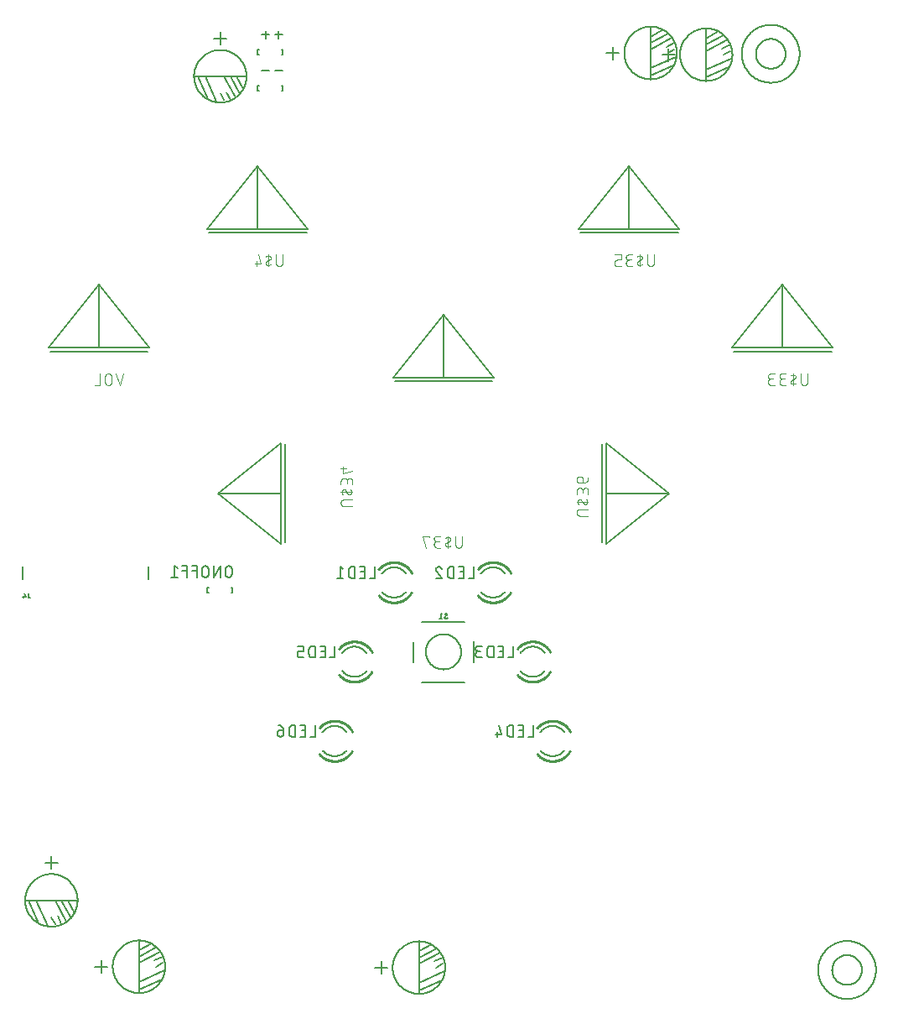
<source format=gbr>
G04 EAGLE Gerber X2 export*
%TF.Part,Single*%
%TF.FileFunction,Legend,Bot,1*%
%TF.FilePolarity,Positive*%
%TF.GenerationSoftware,Autodesk,EAGLE,9.2.2*%
%TF.CreationDate,2019-03-16T21:44:51Z*%
G75*
%MOMM*%
%FSLAX34Y34*%
%LPD*%
%INSilkscreen Bottom*%
%AMOC8*
5,1,8,0,0,1.08239X$1,22.5*%
G01*
%ADD10C,0.152400*%
%ADD11C,0.127000*%
%ADD12C,0.203200*%
%ADD13C,0.101600*%
%ADD14C,0.254000*%


D10*
X280372Y967234D02*
X280372Y962154D01*
X254972Y962154D02*
X254972Y967234D01*
X256242Y967234D01*
X256242Y962154D02*
X254972Y962154D01*
X279102Y962154D02*
X280372Y962154D01*
X280372Y967234D02*
X279102Y967234D01*
D11*
X279737Y982474D02*
X272117Y982474D01*
X275927Y978664D02*
X275927Y986284D01*
X266783Y982474D02*
X259163Y982474D01*
X262973Y978664D02*
X262973Y986284D01*
D10*
X280372Y931015D02*
X280372Y925935D01*
X254972Y925935D02*
X254972Y931015D01*
X256242Y931015D01*
X256242Y925935D02*
X254972Y925935D01*
X279102Y925935D02*
X280372Y925935D01*
X280372Y931015D02*
X279102Y931015D01*
D11*
X279737Y946255D02*
X272117Y946255D01*
X266783Y946255D02*
X259163Y946255D01*
X681270Y962330D02*
X681278Y962980D01*
X681302Y963630D01*
X681342Y964279D01*
X681398Y964927D01*
X681469Y965574D01*
X681557Y966218D01*
X681660Y966860D01*
X681779Y967500D01*
X681914Y968136D01*
X682064Y968769D01*
X682230Y969398D01*
X682411Y970023D01*
X682608Y970643D01*
X682819Y971258D01*
X683046Y971867D01*
X683287Y972471D01*
X683543Y973069D01*
X683814Y973660D01*
X684100Y974245D01*
X684399Y974822D01*
X684713Y975392D01*
X685040Y975954D01*
X685381Y976507D01*
X685736Y977053D01*
X686104Y977589D01*
X686485Y978116D01*
X686879Y978634D01*
X687285Y979141D01*
X687704Y979639D01*
X688135Y980126D01*
X688577Y980603D01*
X689032Y981068D01*
X689497Y981523D01*
X689974Y981965D01*
X690461Y982396D01*
X690959Y982815D01*
X691466Y983221D01*
X691984Y983615D01*
X692511Y983996D01*
X693047Y984364D01*
X693593Y984719D01*
X694146Y985060D01*
X694708Y985387D01*
X695278Y985701D01*
X695855Y986000D01*
X696440Y986286D01*
X697031Y986557D01*
X697629Y986813D01*
X698233Y987054D01*
X698842Y987281D01*
X699457Y987492D01*
X700077Y987689D01*
X700702Y987870D01*
X701331Y988036D01*
X701964Y988186D01*
X702600Y988321D01*
X703240Y988440D01*
X703882Y988543D01*
X704526Y988631D01*
X705173Y988702D01*
X705821Y988758D01*
X706470Y988798D01*
X707120Y988822D01*
X707770Y988830D01*
X708420Y988822D01*
X709070Y988798D01*
X709719Y988758D01*
X710367Y988702D01*
X711014Y988631D01*
X711658Y988543D01*
X712300Y988440D01*
X712940Y988321D01*
X713576Y988186D01*
X714209Y988036D01*
X714838Y987870D01*
X715463Y987689D01*
X716083Y987492D01*
X716698Y987281D01*
X717307Y987054D01*
X717911Y986813D01*
X718509Y986557D01*
X719100Y986286D01*
X719685Y986000D01*
X720262Y985701D01*
X720832Y985387D01*
X721394Y985060D01*
X721947Y984719D01*
X722493Y984364D01*
X723029Y983996D01*
X723556Y983615D01*
X724074Y983221D01*
X724581Y982815D01*
X725079Y982396D01*
X725566Y981965D01*
X726043Y981523D01*
X726508Y981068D01*
X726963Y980603D01*
X727405Y980126D01*
X727836Y979639D01*
X728255Y979141D01*
X728661Y978634D01*
X729055Y978116D01*
X729436Y977589D01*
X729804Y977053D01*
X730159Y976507D01*
X730500Y975954D01*
X730827Y975392D01*
X731141Y974822D01*
X731440Y974245D01*
X731726Y973660D01*
X731997Y973069D01*
X732253Y972471D01*
X732494Y971867D01*
X732721Y971258D01*
X732932Y970643D01*
X733129Y970023D01*
X733310Y969398D01*
X733476Y968769D01*
X733626Y968136D01*
X733761Y967500D01*
X733880Y966860D01*
X733983Y966218D01*
X734071Y965574D01*
X734142Y964927D01*
X734198Y964279D01*
X734238Y963630D01*
X734262Y962980D01*
X734270Y962330D01*
X734262Y961680D01*
X734238Y961030D01*
X734198Y960381D01*
X734142Y959733D01*
X734071Y959086D01*
X733983Y958442D01*
X733880Y957800D01*
X733761Y957160D01*
X733626Y956524D01*
X733476Y955891D01*
X733310Y955262D01*
X733129Y954637D01*
X732932Y954017D01*
X732721Y953402D01*
X732494Y952793D01*
X732253Y952189D01*
X731997Y951591D01*
X731726Y951000D01*
X731440Y950415D01*
X731141Y949838D01*
X730827Y949268D01*
X730500Y948706D01*
X730159Y948153D01*
X729804Y947607D01*
X729436Y947071D01*
X729055Y946544D01*
X728661Y946026D01*
X728255Y945519D01*
X727836Y945021D01*
X727405Y944534D01*
X726963Y944057D01*
X726508Y943592D01*
X726043Y943137D01*
X725566Y942695D01*
X725079Y942264D01*
X724581Y941845D01*
X724074Y941439D01*
X723556Y941045D01*
X723029Y940664D01*
X722493Y940296D01*
X721947Y939941D01*
X721394Y939600D01*
X720832Y939273D01*
X720262Y938959D01*
X719685Y938660D01*
X719100Y938374D01*
X718509Y938103D01*
X717911Y937847D01*
X717307Y937606D01*
X716698Y937379D01*
X716083Y937168D01*
X715463Y936971D01*
X714838Y936790D01*
X714209Y936624D01*
X713576Y936474D01*
X712940Y936339D01*
X712300Y936220D01*
X711658Y936117D01*
X711014Y936029D01*
X710367Y935958D01*
X709719Y935902D01*
X709070Y935862D01*
X708420Y935838D01*
X707770Y935830D01*
X707120Y935838D01*
X706470Y935862D01*
X705821Y935902D01*
X705173Y935958D01*
X704526Y936029D01*
X703882Y936117D01*
X703240Y936220D01*
X702600Y936339D01*
X701964Y936474D01*
X701331Y936624D01*
X700702Y936790D01*
X700077Y936971D01*
X699457Y937168D01*
X698842Y937379D01*
X698233Y937606D01*
X697629Y937847D01*
X697031Y938103D01*
X696440Y938374D01*
X695855Y938660D01*
X695278Y938959D01*
X694708Y939273D01*
X694146Y939600D01*
X693593Y939941D01*
X693047Y940296D01*
X692511Y940664D01*
X691984Y941045D01*
X691466Y941439D01*
X690959Y941845D01*
X690461Y942264D01*
X689974Y942695D01*
X689497Y943137D01*
X689032Y943592D01*
X688577Y944057D01*
X688135Y944534D01*
X687704Y945021D01*
X687285Y945519D01*
X686879Y946026D01*
X686485Y946544D01*
X686104Y947071D01*
X685736Y947607D01*
X685381Y948153D01*
X685040Y948706D01*
X684713Y949268D01*
X684399Y949838D01*
X684100Y950415D01*
X683814Y951000D01*
X683543Y951591D01*
X683287Y952189D01*
X683046Y952793D01*
X682819Y953402D01*
X682608Y954017D01*
X682411Y954637D01*
X682230Y955262D01*
X682064Y955891D01*
X681914Y956524D01*
X681779Y957160D01*
X681660Y957800D01*
X681557Y958442D01*
X681469Y959086D01*
X681398Y959733D01*
X681342Y960381D01*
X681302Y961030D01*
X681278Y961680D01*
X681270Y962330D01*
X669670Y962330D02*
X663320Y962330D01*
X669670Y962330D02*
X676020Y962330D01*
X669670Y962330D02*
X669670Y968680D01*
X669670Y962330D02*
X669670Y955980D01*
X707770Y978840D02*
X707770Y989000D01*
X707770Y978840D02*
X707770Y972490D01*
X707770Y966140D01*
X707770Y947090D01*
X707770Y939470D01*
X707770Y935660D01*
X707770Y939470D02*
X730630Y949630D01*
X733170Y958520D02*
X707770Y947090D01*
X723645Y968680D02*
X731900Y972490D01*
X729360Y977570D02*
X707770Y966140D01*
X707770Y972490D02*
X725550Y982015D01*
X720470Y985825D02*
X707770Y978840D01*
X725270Y962330D02*
X731900Y966140D01*
X625139Y964091D02*
X625147Y964741D01*
X625171Y965391D01*
X625211Y966040D01*
X625267Y966688D01*
X625338Y967335D01*
X625426Y967979D01*
X625529Y968621D01*
X625648Y969261D01*
X625783Y969897D01*
X625933Y970530D01*
X626099Y971159D01*
X626280Y971784D01*
X626477Y972404D01*
X626688Y973019D01*
X626915Y973628D01*
X627156Y974232D01*
X627412Y974830D01*
X627683Y975421D01*
X627969Y976006D01*
X628268Y976583D01*
X628582Y977153D01*
X628909Y977715D01*
X629250Y978268D01*
X629605Y978814D01*
X629973Y979350D01*
X630354Y979877D01*
X630748Y980395D01*
X631154Y980902D01*
X631573Y981400D01*
X632004Y981887D01*
X632446Y982364D01*
X632901Y982829D01*
X633366Y983284D01*
X633843Y983726D01*
X634330Y984157D01*
X634828Y984576D01*
X635335Y984982D01*
X635853Y985376D01*
X636380Y985757D01*
X636916Y986125D01*
X637462Y986480D01*
X638015Y986821D01*
X638577Y987148D01*
X639147Y987462D01*
X639724Y987761D01*
X640309Y988047D01*
X640900Y988318D01*
X641498Y988574D01*
X642102Y988815D01*
X642711Y989042D01*
X643326Y989253D01*
X643946Y989450D01*
X644571Y989631D01*
X645200Y989797D01*
X645833Y989947D01*
X646469Y990082D01*
X647109Y990201D01*
X647751Y990304D01*
X648395Y990392D01*
X649042Y990463D01*
X649690Y990519D01*
X650339Y990559D01*
X650989Y990583D01*
X651639Y990591D01*
X652289Y990583D01*
X652939Y990559D01*
X653588Y990519D01*
X654236Y990463D01*
X654883Y990392D01*
X655527Y990304D01*
X656169Y990201D01*
X656809Y990082D01*
X657445Y989947D01*
X658078Y989797D01*
X658707Y989631D01*
X659332Y989450D01*
X659952Y989253D01*
X660567Y989042D01*
X661176Y988815D01*
X661780Y988574D01*
X662378Y988318D01*
X662969Y988047D01*
X663554Y987761D01*
X664131Y987462D01*
X664701Y987148D01*
X665263Y986821D01*
X665816Y986480D01*
X666362Y986125D01*
X666898Y985757D01*
X667425Y985376D01*
X667943Y984982D01*
X668450Y984576D01*
X668948Y984157D01*
X669435Y983726D01*
X669912Y983284D01*
X670377Y982829D01*
X670832Y982364D01*
X671274Y981887D01*
X671705Y981400D01*
X672124Y980902D01*
X672530Y980395D01*
X672924Y979877D01*
X673305Y979350D01*
X673673Y978814D01*
X674028Y978268D01*
X674369Y977715D01*
X674696Y977153D01*
X675010Y976583D01*
X675309Y976006D01*
X675595Y975421D01*
X675866Y974830D01*
X676122Y974232D01*
X676363Y973628D01*
X676590Y973019D01*
X676801Y972404D01*
X676998Y971784D01*
X677179Y971159D01*
X677345Y970530D01*
X677495Y969897D01*
X677630Y969261D01*
X677749Y968621D01*
X677852Y967979D01*
X677940Y967335D01*
X678011Y966688D01*
X678067Y966040D01*
X678107Y965391D01*
X678131Y964741D01*
X678139Y964091D01*
X678131Y963441D01*
X678107Y962791D01*
X678067Y962142D01*
X678011Y961494D01*
X677940Y960847D01*
X677852Y960203D01*
X677749Y959561D01*
X677630Y958921D01*
X677495Y958285D01*
X677345Y957652D01*
X677179Y957023D01*
X676998Y956398D01*
X676801Y955778D01*
X676590Y955163D01*
X676363Y954554D01*
X676122Y953950D01*
X675866Y953352D01*
X675595Y952761D01*
X675309Y952176D01*
X675010Y951599D01*
X674696Y951029D01*
X674369Y950467D01*
X674028Y949914D01*
X673673Y949368D01*
X673305Y948832D01*
X672924Y948305D01*
X672530Y947787D01*
X672124Y947280D01*
X671705Y946782D01*
X671274Y946295D01*
X670832Y945818D01*
X670377Y945353D01*
X669912Y944898D01*
X669435Y944456D01*
X668948Y944025D01*
X668450Y943606D01*
X667943Y943200D01*
X667425Y942806D01*
X666898Y942425D01*
X666362Y942057D01*
X665816Y941702D01*
X665263Y941361D01*
X664701Y941034D01*
X664131Y940720D01*
X663554Y940421D01*
X662969Y940135D01*
X662378Y939864D01*
X661780Y939608D01*
X661176Y939367D01*
X660567Y939140D01*
X659952Y938929D01*
X659332Y938732D01*
X658707Y938551D01*
X658078Y938385D01*
X657445Y938235D01*
X656809Y938100D01*
X656169Y937981D01*
X655527Y937878D01*
X654883Y937790D01*
X654236Y937719D01*
X653588Y937663D01*
X652939Y937623D01*
X652289Y937599D01*
X651639Y937591D01*
X650989Y937599D01*
X650339Y937623D01*
X649690Y937663D01*
X649042Y937719D01*
X648395Y937790D01*
X647751Y937878D01*
X647109Y937981D01*
X646469Y938100D01*
X645833Y938235D01*
X645200Y938385D01*
X644571Y938551D01*
X643946Y938732D01*
X643326Y938929D01*
X642711Y939140D01*
X642102Y939367D01*
X641498Y939608D01*
X640900Y939864D01*
X640309Y940135D01*
X639724Y940421D01*
X639147Y940720D01*
X638577Y941034D01*
X638015Y941361D01*
X637462Y941702D01*
X636916Y942057D01*
X636380Y942425D01*
X635853Y942806D01*
X635335Y943200D01*
X634828Y943606D01*
X634330Y944025D01*
X633843Y944456D01*
X633366Y944898D01*
X632901Y945353D01*
X632446Y945818D01*
X632004Y946295D01*
X631573Y946782D01*
X631154Y947280D01*
X630748Y947787D01*
X630354Y948305D01*
X629973Y948832D01*
X629605Y949368D01*
X629250Y949914D01*
X628909Y950467D01*
X628582Y951029D01*
X628268Y951599D01*
X627969Y952176D01*
X627683Y952761D01*
X627412Y953352D01*
X627156Y953950D01*
X626915Y954554D01*
X626688Y955163D01*
X626477Y955778D01*
X626280Y956398D01*
X626099Y957023D01*
X625933Y957652D01*
X625783Y958285D01*
X625648Y958921D01*
X625529Y959561D01*
X625426Y960203D01*
X625338Y960847D01*
X625267Y961494D01*
X625211Y962142D01*
X625171Y962791D01*
X625147Y963441D01*
X625139Y964091D01*
X613539Y964091D02*
X607189Y964091D01*
X613539Y964091D02*
X619889Y964091D01*
X613539Y964091D02*
X613539Y970441D01*
X613539Y964091D02*
X613539Y957741D01*
X651639Y980601D02*
X651639Y990761D01*
X651639Y980601D02*
X651639Y974251D01*
X651639Y967901D01*
X651639Y948851D01*
X651639Y941231D01*
X651639Y937421D01*
X651639Y941231D02*
X674499Y951391D01*
X677039Y960281D02*
X651639Y948851D01*
X667514Y970441D02*
X675769Y974251D01*
X673229Y979331D02*
X651639Y967901D01*
X651639Y974251D02*
X669419Y983776D01*
X664339Y987586D02*
X651639Y980601D01*
X669139Y964091D02*
X675769Y967901D01*
X190634Y940560D02*
X190642Y941210D01*
X190666Y941860D01*
X190706Y942509D01*
X190762Y943157D01*
X190833Y943804D01*
X190921Y944448D01*
X191024Y945090D01*
X191143Y945730D01*
X191278Y946366D01*
X191428Y946999D01*
X191594Y947628D01*
X191775Y948253D01*
X191972Y948873D01*
X192183Y949488D01*
X192410Y950097D01*
X192651Y950701D01*
X192907Y951299D01*
X193178Y951890D01*
X193464Y952475D01*
X193763Y953052D01*
X194077Y953622D01*
X194404Y954184D01*
X194745Y954737D01*
X195100Y955283D01*
X195468Y955819D01*
X195849Y956346D01*
X196243Y956864D01*
X196649Y957371D01*
X197068Y957869D01*
X197499Y958356D01*
X197941Y958833D01*
X198396Y959298D01*
X198861Y959753D01*
X199338Y960195D01*
X199825Y960626D01*
X200323Y961045D01*
X200830Y961451D01*
X201348Y961845D01*
X201875Y962226D01*
X202411Y962594D01*
X202957Y962949D01*
X203510Y963290D01*
X204072Y963617D01*
X204642Y963931D01*
X205219Y964230D01*
X205804Y964516D01*
X206395Y964787D01*
X206993Y965043D01*
X207597Y965284D01*
X208206Y965511D01*
X208821Y965722D01*
X209441Y965919D01*
X210066Y966100D01*
X210695Y966266D01*
X211328Y966416D01*
X211964Y966551D01*
X212604Y966670D01*
X213246Y966773D01*
X213890Y966861D01*
X214537Y966932D01*
X215185Y966988D01*
X215834Y967028D01*
X216484Y967052D01*
X217134Y967060D01*
X217784Y967052D01*
X218434Y967028D01*
X219083Y966988D01*
X219731Y966932D01*
X220378Y966861D01*
X221022Y966773D01*
X221664Y966670D01*
X222304Y966551D01*
X222940Y966416D01*
X223573Y966266D01*
X224202Y966100D01*
X224827Y965919D01*
X225447Y965722D01*
X226062Y965511D01*
X226671Y965284D01*
X227275Y965043D01*
X227873Y964787D01*
X228464Y964516D01*
X229049Y964230D01*
X229626Y963931D01*
X230196Y963617D01*
X230758Y963290D01*
X231311Y962949D01*
X231857Y962594D01*
X232393Y962226D01*
X232920Y961845D01*
X233438Y961451D01*
X233945Y961045D01*
X234443Y960626D01*
X234930Y960195D01*
X235407Y959753D01*
X235872Y959298D01*
X236327Y958833D01*
X236769Y958356D01*
X237200Y957869D01*
X237619Y957371D01*
X238025Y956864D01*
X238419Y956346D01*
X238800Y955819D01*
X239168Y955283D01*
X239523Y954737D01*
X239864Y954184D01*
X240191Y953622D01*
X240505Y953052D01*
X240804Y952475D01*
X241090Y951890D01*
X241361Y951299D01*
X241617Y950701D01*
X241858Y950097D01*
X242085Y949488D01*
X242296Y948873D01*
X242493Y948253D01*
X242674Y947628D01*
X242840Y946999D01*
X242990Y946366D01*
X243125Y945730D01*
X243244Y945090D01*
X243347Y944448D01*
X243435Y943804D01*
X243506Y943157D01*
X243562Y942509D01*
X243602Y941860D01*
X243626Y941210D01*
X243634Y940560D01*
X243626Y939910D01*
X243602Y939260D01*
X243562Y938611D01*
X243506Y937963D01*
X243435Y937316D01*
X243347Y936672D01*
X243244Y936030D01*
X243125Y935390D01*
X242990Y934754D01*
X242840Y934121D01*
X242674Y933492D01*
X242493Y932867D01*
X242296Y932247D01*
X242085Y931632D01*
X241858Y931023D01*
X241617Y930419D01*
X241361Y929821D01*
X241090Y929230D01*
X240804Y928645D01*
X240505Y928068D01*
X240191Y927498D01*
X239864Y926936D01*
X239523Y926383D01*
X239168Y925837D01*
X238800Y925301D01*
X238419Y924774D01*
X238025Y924256D01*
X237619Y923749D01*
X237200Y923251D01*
X236769Y922764D01*
X236327Y922287D01*
X235872Y921822D01*
X235407Y921367D01*
X234930Y920925D01*
X234443Y920494D01*
X233945Y920075D01*
X233438Y919669D01*
X232920Y919275D01*
X232393Y918894D01*
X231857Y918526D01*
X231311Y918171D01*
X230758Y917830D01*
X230196Y917503D01*
X229626Y917189D01*
X229049Y916890D01*
X228464Y916604D01*
X227873Y916333D01*
X227275Y916077D01*
X226671Y915836D01*
X226062Y915609D01*
X225447Y915398D01*
X224827Y915201D01*
X224202Y915020D01*
X223573Y914854D01*
X222940Y914704D01*
X222304Y914569D01*
X221664Y914450D01*
X221022Y914347D01*
X220378Y914259D01*
X219731Y914188D01*
X219083Y914132D01*
X218434Y914092D01*
X217784Y914068D01*
X217134Y914060D01*
X216484Y914068D01*
X215834Y914092D01*
X215185Y914132D01*
X214537Y914188D01*
X213890Y914259D01*
X213246Y914347D01*
X212604Y914450D01*
X211964Y914569D01*
X211328Y914704D01*
X210695Y914854D01*
X210066Y915020D01*
X209441Y915201D01*
X208821Y915398D01*
X208206Y915609D01*
X207597Y915836D01*
X206993Y916077D01*
X206395Y916333D01*
X205804Y916604D01*
X205219Y916890D01*
X204642Y917189D01*
X204072Y917503D01*
X203510Y917830D01*
X202957Y918171D01*
X202411Y918526D01*
X201875Y918894D01*
X201348Y919275D01*
X200830Y919669D01*
X200323Y920075D01*
X199825Y920494D01*
X199338Y920925D01*
X198861Y921367D01*
X198396Y921822D01*
X197941Y922287D01*
X197499Y922764D01*
X197068Y923251D01*
X196649Y923749D01*
X196243Y924256D01*
X195849Y924774D01*
X195468Y925301D01*
X195100Y925837D01*
X194745Y926383D01*
X194404Y926936D01*
X194077Y927498D01*
X193763Y928068D01*
X193464Y928645D01*
X193178Y929230D01*
X192907Y929821D01*
X192651Y930419D01*
X192410Y931023D01*
X192183Y931632D01*
X191972Y932247D01*
X191775Y932867D01*
X191594Y933492D01*
X191428Y934121D01*
X191278Y934754D01*
X191143Y935390D01*
X191024Y936030D01*
X190921Y936672D01*
X190833Y937316D01*
X190762Y937963D01*
X190706Y938611D01*
X190666Y939260D01*
X190642Y939910D01*
X190634Y940560D01*
X217134Y978660D02*
X217134Y985010D01*
X217134Y978660D02*
X217134Y972310D01*
X217134Y978660D02*
X223484Y978660D01*
X217134Y978660D02*
X210784Y978660D01*
X233644Y940560D02*
X243804Y940560D01*
X233644Y940560D02*
X227294Y940560D01*
X220944Y940560D01*
X201894Y940560D01*
X194274Y940560D01*
X190464Y940560D01*
X194274Y940560D02*
X204434Y917700D01*
X213324Y915160D02*
X201894Y940560D01*
X223484Y924685D02*
X227294Y916430D01*
X232374Y918970D02*
X220944Y940560D01*
X227294Y940560D02*
X236819Y922780D01*
X240629Y927860D02*
X233644Y940560D01*
X217134Y923060D02*
X220944Y916430D01*
D10*
X820790Y39085D02*
X820799Y39802D01*
X820825Y40518D01*
X820869Y41234D01*
X820931Y41948D01*
X821010Y42661D01*
X821106Y43371D01*
X821220Y44079D01*
X821351Y44784D01*
X821500Y45485D01*
X821665Y46182D01*
X821848Y46876D01*
X822048Y47564D01*
X822264Y48248D01*
X822497Y48926D01*
X822747Y49598D01*
X823013Y50263D01*
X823296Y50922D01*
X823594Y51574D01*
X823909Y52218D01*
X824239Y52854D01*
X824585Y53483D01*
X824946Y54102D01*
X825322Y54712D01*
X825713Y55313D01*
X826118Y55904D01*
X826538Y56485D01*
X826972Y57056D01*
X827420Y57616D01*
X827882Y58164D01*
X828357Y58701D01*
X828845Y59226D01*
X829345Y59740D01*
X829859Y60240D01*
X830384Y60728D01*
X830921Y61203D01*
X831469Y61665D01*
X832029Y62113D01*
X832600Y62547D01*
X833181Y62967D01*
X833772Y63372D01*
X834373Y63763D01*
X834983Y64139D01*
X835602Y64500D01*
X836231Y64846D01*
X836867Y65176D01*
X837511Y65491D01*
X838163Y65789D01*
X838822Y66072D01*
X839487Y66338D01*
X840159Y66588D01*
X840837Y66821D01*
X841521Y67037D01*
X842209Y67237D01*
X842903Y67420D01*
X843600Y67585D01*
X844301Y67734D01*
X845006Y67865D01*
X845714Y67979D01*
X846424Y68075D01*
X847137Y68154D01*
X847851Y68216D01*
X848567Y68260D01*
X849283Y68286D01*
X850000Y68295D01*
X850717Y68286D01*
X851433Y68260D01*
X852149Y68216D01*
X852863Y68154D01*
X853576Y68075D01*
X854286Y67979D01*
X854994Y67865D01*
X855699Y67734D01*
X856400Y67585D01*
X857097Y67420D01*
X857791Y67237D01*
X858479Y67037D01*
X859163Y66821D01*
X859841Y66588D01*
X860513Y66338D01*
X861178Y66072D01*
X861837Y65789D01*
X862489Y65491D01*
X863133Y65176D01*
X863769Y64846D01*
X864398Y64500D01*
X865017Y64139D01*
X865627Y63763D01*
X866228Y63372D01*
X866819Y62967D01*
X867400Y62547D01*
X867971Y62113D01*
X868531Y61665D01*
X869079Y61203D01*
X869616Y60728D01*
X870141Y60240D01*
X870655Y59740D01*
X871155Y59226D01*
X871643Y58701D01*
X872118Y58164D01*
X872580Y57616D01*
X873028Y57056D01*
X873462Y56485D01*
X873882Y55904D01*
X874287Y55313D01*
X874678Y54712D01*
X875054Y54102D01*
X875415Y53483D01*
X875761Y52854D01*
X876091Y52218D01*
X876406Y51574D01*
X876704Y50922D01*
X876987Y50263D01*
X877253Y49598D01*
X877503Y48926D01*
X877736Y48248D01*
X877952Y47564D01*
X878152Y46876D01*
X878335Y46182D01*
X878500Y45485D01*
X878649Y44784D01*
X878780Y44079D01*
X878894Y43371D01*
X878990Y42661D01*
X879069Y41948D01*
X879131Y41234D01*
X879175Y40518D01*
X879201Y39802D01*
X879210Y39085D01*
X879201Y38368D01*
X879175Y37652D01*
X879131Y36936D01*
X879069Y36222D01*
X878990Y35509D01*
X878894Y34799D01*
X878780Y34091D01*
X878649Y33386D01*
X878500Y32685D01*
X878335Y31988D01*
X878152Y31294D01*
X877952Y30606D01*
X877736Y29922D01*
X877503Y29244D01*
X877253Y28572D01*
X876987Y27907D01*
X876704Y27248D01*
X876406Y26596D01*
X876091Y25952D01*
X875761Y25316D01*
X875415Y24687D01*
X875054Y24068D01*
X874678Y23458D01*
X874287Y22857D01*
X873882Y22266D01*
X873462Y21685D01*
X873028Y21114D01*
X872580Y20554D01*
X872118Y20006D01*
X871643Y19469D01*
X871155Y18944D01*
X870655Y18430D01*
X870141Y17930D01*
X869616Y17442D01*
X869079Y16967D01*
X868531Y16505D01*
X867971Y16057D01*
X867400Y15623D01*
X866819Y15203D01*
X866228Y14798D01*
X865627Y14407D01*
X865017Y14031D01*
X864398Y13670D01*
X863769Y13324D01*
X863133Y12994D01*
X862489Y12679D01*
X861837Y12381D01*
X861178Y12098D01*
X860513Y11832D01*
X859841Y11582D01*
X859163Y11349D01*
X858479Y11133D01*
X857791Y10933D01*
X857097Y10750D01*
X856400Y10585D01*
X855699Y10436D01*
X854994Y10305D01*
X854286Y10191D01*
X853576Y10095D01*
X852863Y10016D01*
X852149Y9954D01*
X851433Y9910D01*
X850717Y9884D01*
X850000Y9875D01*
X849283Y9884D01*
X848567Y9910D01*
X847851Y9954D01*
X847137Y10016D01*
X846424Y10095D01*
X845714Y10191D01*
X845006Y10305D01*
X844301Y10436D01*
X843600Y10585D01*
X842903Y10750D01*
X842209Y10933D01*
X841521Y11133D01*
X840837Y11349D01*
X840159Y11582D01*
X839487Y11832D01*
X838822Y12098D01*
X838163Y12381D01*
X837511Y12679D01*
X836867Y12994D01*
X836231Y13324D01*
X835602Y13670D01*
X834983Y14031D01*
X834373Y14407D01*
X833772Y14798D01*
X833181Y15203D01*
X832600Y15623D01*
X832029Y16057D01*
X831469Y16505D01*
X830921Y16967D01*
X830384Y17442D01*
X829859Y17930D01*
X829345Y18430D01*
X828845Y18944D01*
X828357Y19469D01*
X827882Y20006D01*
X827420Y20554D01*
X826972Y21114D01*
X826538Y21685D01*
X826118Y22266D01*
X825713Y22857D01*
X825322Y23458D01*
X824946Y24068D01*
X824585Y24687D01*
X824239Y25316D01*
X823909Y25952D01*
X823594Y26596D01*
X823296Y27248D01*
X823013Y27907D01*
X822747Y28572D01*
X822497Y29244D01*
X822264Y29922D01*
X822048Y30606D01*
X821848Y31294D01*
X821665Y31988D01*
X821500Y32685D01*
X821351Y33386D01*
X821220Y34091D01*
X821106Y34799D01*
X821010Y35509D01*
X820931Y36222D01*
X820869Y36936D01*
X820825Y37652D01*
X820799Y38368D01*
X820790Y39085D01*
D12*
X835000Y39085D02*
X835005Y39453D01*
X835018Y39821D01*
X835041Y40188D01*
X835072Y40555D01*
X835113Y40921D01*
X835162Y41286D01*
X835221Y41649D01*
X835288Y42011D01*
X835364Y42372D01*
X835450Y42730D01*
X835543Y43086D01*
X835646Y43439D01*
X835757Y43790D01*
X835877Y44138D01*
X836005Y44483D01*
X836142Y44825D01*
X836287Y45164D01*
X836440Y45498D01*
X836602Y45829D01*
X836771Y46156D01*
X836949Y46478D01*
X837134Y46797D01*
X837327Y47110D01*
X837528Y47419D01*
X837736Y47722D01*
X837952Y48020D01*
X838175Y48313D01*
X838405Y48601D01*
X838642Y48883D01*
X838886Y49158D01*
X839136Y49428D01*
X839393Y49692D01*
X839657Y49949D01*
X839927Y50199D01*
X840202Y50443D01*
X840484Y50680D01*
X840772Y50910D01*
X841065Y51133D01*
X841363Y51349D01*
X841666Y51557D01*
X841975Y51758D01*
X842288Y51951D01*
X842607Y52136D01*
X842929Y52314D01*
X843256Y52483D01*
X843587Y52645D01*
X843921Y52798D01*
X844260Y52943D01*
X844602Y53080D01*
X844947Y53208D01*
X845295Y53328D01*
X845646Y53439D01*
X845999Y53542D01*
X846355Y53635D01*
X846713Y53721D01*
X847074Y53797D01*
X847436Y53864D01*
X847799Y53923D01*
X848164Y53972D01*
X848530Y54013D01*
X848897Y54044D01*
X849264Y54067D01*
X849632Y54080D01*
X850000Y54085D01*
X850368Y54080D01*
X850736Y54067D01*
X851103Y54044D01*
X851470Y54013D01*
X851836Y53972D01*
X852201Y53923D01*
X852564Y53864D01*
X852926Y53797D01*
X853287Y53721D01*
X853645Y53635D01*
X854001Y53542D01*
X854354Y53439D01*
X854705Y53328D01*
X855053Y53208D01*
X855398Y53080D01*
X855740Y52943D01*
X856079Y52798D01*
X856413Y52645D01*
X856744Y52483D01*
X857071Y52314D01*
X857393Y52136D01*
X857712Y51951D01*
X858025Y51758D01*
X858334Y51557D01*
X858637Y51349D01*
X858935Y51133D01*
X859228Y50910D01*
X859516Y50680D01*
X859798Y50443D01*
X860073Y50199D01*
X860343Y49949D01*
X860607Y49692D01*
X860864Y49428D01*
X861114Y49158D01*
X861358Y48883D01*
X861595Y48601D01*
X861825Y48313D01*
X862048Y48020D01*
X862264Y47722D01*
X862472Y47419D01*
X862673Y47110D01*
X862866Y46797D01*
X863051Y46478D01*
X863229Y46156D01*
X863398Y45829D01*
X863560Y45498D01*
X863713Y45164D01*
X863858Y44825D01*
X863995Y44483D01*
X864123Y44138D01*
X864243Y43790D01*
X864354Y43439D01*
X864457Y43086D01*
X864550Y42730D01*
X864636Y42372D01*
X864712Y42011D01*
X864779Y41649D01*
X864838Y41286D01*
X864887Y40921D01*
X864928Y40555D01*
X864959Y40188D01*
X864982Y39821D01*
X864995Y39453D01*
X865000Y39085D01*
X864995Y38717D01*
X864982Y38349D01*
X864959Y37982D01*
X864928Y37615D01*
X864887Y37249D01*
X864838Y36884D01*
X864779Y36521D01*
X864712Y36159D01*
X864636Y35798D01*
X864550Y35440D01*
X864457Y35084D01*
X864354Y34731D01*
X864243Y34380D01*
X864123Y34032D01*
X863995Y33687D01*
X863858Y33345D01*
X863713Y33006D01*
X863560Y32672D01*
X863398Y32341D01*
X863229Y32014D01*
X863051Y31692D01*
X862866Y31373D01*
X862673Y31060D01*
X862472Y30751D01*
X862264Y30448D01*
X862048Y30150D01*
X861825Y29857D01*
X861595Y29569D01*
X861358Y29287D01*
X861114Y29012D01*
X860864Y28742D01*
X860607Y28478D01*
X860343Y28221D01*
X860073Y27971D01*
X859798Y27727D01*
X859516Y27490D01*
X859228Y27260D01*
X858935Y27037D01*
X858637Y26821D01*
X858334Y26613D01*
X858025Y26412D01*
X857712Y26219D01*
X857393Y26034D01*
X857071Y25856D01*
X856744Y25687D01*
X856413Y25525D01*
X856079Y25372D01*
X855740Y25227D01*
X855398Y25090D01*
X855053Y24962D01*
X854705Y24842D01*
X854354Y24731D01*
X854001Y24628D01*
X853645Y24535D01*
X853287Y24449D01*
X852926Y24373D01*
X852564Y24306D01*
X852201Y24247D01*
X851836Y24198D01*
X851470Y24157D01*
X851103Y24126D01*
X850736Y24103D01*
X850368Y24090D01*
X850000Y24085D01*
X849632Y24090D01*
X849264Y24103D01*
X848897Y24126D01*
X848530Y24157D01*
X848164Y24198D01*
X847799Y24247D01*
X847436Y24306D01*
X847074Y24373D01*
X846713Y24449D01*
X846355Y24535D01*
X845999Y24628D01*
X845646Y24731D01*
X845295Y24842D01*
X844947Y24962D01*
X844602Y25090D01*
X844260Y25227D01*
X843921Y25372D01*
X843587Y25525D01*
X843256Y25687D01*
X842929Y25856D01*
X842607Y26034D01*
X842288Y26219D01*
X841975Y26412D01*
X841666Y26613D01*
X841363Y26821D01*
X841065Y27037D01*
X840772Y27260D01*
X840484Y27490D01*
X840202Y27727D01*
X839927Y27971D01*
X839657Y28221D01*
X839393Y28478D01*
X839136Y28742D01*
X838886Y29012D01*
X838642Y29287D01*
X838405Y29569D01*
X838175Y29857D01*
X837952Y30150D01*
X837736Y30448D01*
X837528Y30751D01*
X837327Y31060D01*
X837134Y31373D01*
X836949Y31692D01*
X836771Y32014D01*
X836602Y32341D01*
X836440Y32672D01*
X836287Y33006D01*
X836142Y33345D01*
X836005Y33687D01*
X835877Y34032D01*
X835757Y34380D01*
X835646Y34731D01*
X835543Y35084D01*
X835450Y35440D01*
X835364Y35798D01*
X835288Y36159D01*
X835221Y36521D01*
X835162Y36884D01*
X835113Y37249D01*
X835072Y37615D01*
X835041Y37982D01*
X835018Y38349D01*
X835005Y38717D01*
X835000Y39085D01*
D10*
X229467Y419287D02*
X229467Y424367D01*
X204067Y424367D02*
X204067Y419287D01*
X204067Y424367D02*
X205337Y424367D01*
X205337Y419287D02*
X204067Y419287D01*
X228197Y419287D02*
X229467Y419287D01*
X229467Y424367D02*
X228197Y424367D01*
D11*
X228832Y438337D02*
X228832Y443417D01*
X228830Y443528D01*
X228824Y443638D01*
X228815Y443749D01*
X228801Y443859D01*
X228784Y443968D01*
X228763Y444077D01*
X228738Y444185D01*
X228709Y444292D01*
X228677Y444398D01*
X228641Y444503D01*
X228601Y444606D01*
X228558Y444708D01*
X228511Y444809D01*
X228460Y444908D01*
X228407Y445005D01*
X228350Y445099D01*
X228289Y445192D01*
X228226Y445283D01*
X228159Y445372D01*
X228089Y445458D01*
X228016Y445541D01*
X227941Y445623D01*
X227863Y445701D01*
X227781Y445776D01*
X227698Y445849D01*
X227612Y445919D01*
X227523Y445986D01*
X227432Y446049D01*
X227339Y446110D01*
X227245Y446167D01*
X227148Y446220D01*
X227049Y446271D01*
X226948Y446318D01*
X226846Y446361D01*
X226743Y446401D01*
X226638Y446437D01*
X226532Y446469D01*
X226425Y446498D01*
X226317Y446523D01*
X226208Y446544D01*
X226099Y446561D01*
X225989Y446575D01*
X225878Y446584D01*
X225768Y446590D01*
X225657Y446592D01*
X225546Y446590D01*
X225436Y446584D01*
X225325Y446575D01*
X225215Y446561D01*
X225106Y446544D01*
X224997Y446523D01*
X224889Y446498D01*
X224782Y446469D01*
X224676Y446437D01*
X224571Y446401D01*
X224468Y446361D01*
X224366Y446318D01*
X224265Y446271D01*
X224166Y446220D01*
X224070Y446167D01*
X223975Y446110D01*
X223882Y446049D01*
X223791Y445986D01*
X223702Y445919D01*
X223616Y445849D01*
X223533Y445776D01*
X223451Y445701D01*
X223373Y445623D01*
X223298Y445541D01*
X223225Y445458D01*
X223155Y445372D01*
X223088Y445283D01*
X223025Y445192D01*
X222964Y445099D01*
X222907Y445005D01*
X222854Y444908D01*
X222803Y444809D01*
X222756Y444708D01*
X222713Y444606D01*
X222673Y444503D01*
X222637Y444398D01*
X222605Y444292D01*
X222576Y444185D01*
X222551Y444077D01*
X222530Y443968D01*
X222513Y443859D01*
X222499Y443749D01*
X222490Y443638D01*
X222484Y443528D01*
X222482Y443417D01*
X222482Y438337D01*
X222484Y438226D01*
X222490Y438116D01*
X222499Y438005D01*
X222513Y437895D01*
X222530Y437786D01*
X222551Y437677D01*
X222576Y437569D01*
X222605Y437462D01*
X222637Y437356D01*
X222673Y437251D01*
X222713Y437148D01*
X222756Y437046D01*
X222803Y436945D01*
X222854Y436846D01*
X222907Y436750D01*
X222964Y436655D01*
X223025Y436562D01*
X223088Y436471D01*
X223155Y436382D01*
X223225Y436296D01*
X223298Y436213D01*
X223373Y436131D01*
X223451Y436053D01*
X223533Y435978D01*
X223616Y435905D01*
X223702Y435835D01*
X223791Y435768D01*
X223882Y435705D01*
X223975Y435644D01*
X224070Y435587D01*
X224166Y435534D01*
X224265Y435483D01*
X224366Y435436D01*
X224468Y435393D01*
X224571Y435353D01*
X224676Y435317D01*
X224782Y435285D01*
X224889Y435256D01*
X224997Y435231D01*
X225106Y435210D01*
X225215Y435193D01*
X225325Y435179D01*
X225436Y435170D01*
X225546Y435164D01*
X225657Y435162D01*
X225768Y435164D01*
X225878Y435170D01*
X225989Y435179D01*
X226099Y435193D01*
X226208Y435210D01*
X226317Y435231D01*
X226425Y435256D01*
X226532Y435285D01*
X226638Y435317D01*
X226743Y435353D01*
X226846Y435393D01*
X226948Y435436D01*
X227049Y435483D01*
X227148Y435534D01*
X227244Y435587D01*
X227339Y435644D01*
X227432Y435705D01*
X227523Y435768D01*
X227612Y435835D01*
X227698Y435905D01*
X227781Y435978D01*
X227863Y436053D01*
X227941Y436131D01*
X228016Y436213D01*
X228089Y436296D01*
X228159Y436382D01*
X228226Y436471D01*
X228289Y436562D01*
X228350Y436655D01*
X228407Y436749D01*
X228460Y436846D01*
X228511Y436945D01*
X228558Y437046D01*
X228601Y437148D01*
X228641Y437251D01*
X228677Y437356D01*
X228709Y437462D01*
X228738Y437569D01*
X228763Y437677D01*
X228784Y437786D01*
X228801Y437895D01*
X228815Y438005D01*
X228824Y438116D01*
X228830Y438226D01*
X228832Y438337D01*
X217021Y435162D02*
X217021Y446592D01*
X210671Y435162D01*
X210671Y446592D01*
X205210Y443417D02*
X205210Y438337D01*
X205210Y443417D02*
X205208Y443528D01*
X205202Y443638D01*
X205193Y443749D01*
X205179Y443859D01*
X205162Y443968D01*
X205141Y444077D01*
X205116Y444185D01*
X205087Y444292D01*
X205055Y444398D01*
X205019Y444503D01*
X204979Y444606D01*
X204936Y444708D01*
X204889Y444809D01*
X204838Y444908D01*
X204785Y445005D01*
X204728Y445099D01*
X204667Y445192D01*
X204604Y445283D01*
X204537Y445372D01*
X204467Y445458D01*
X204394Y445541D01*
X204319Y445623D01*
X204241Y445701D01*
X204159Y445776D01*
X204076Y445849D01*
X203990Y445919D01*
X203901Y445986D01*
X203810Y446049D01*
X203717Y446110D01*
X203623Y446167D01*
X203526Y446220D01*
X203427Y446271D01*
X203326Y446318D01*
X203224Y446361D01*
X203121Y446401D01*
X203016Y446437D01*
X202910Y446469D01*
X202803Y446498D01*
X202695Y446523D01*
X202586Y446544D01*
X202477Y446561D01*
X202367Y446575D01*
X202256Y446584D01*
X202146Y446590D01*
X202035Y446592D01*
X201924Y446590D01*
X201814Y446584D01*
X201703Y446575D01*
X201593Y446561D01*
X201484Y446544D01*
X201375Y446523D01*
X201267Y446498D01*
X201160Y446469D01*
X201054Y446437D01*
X200949Y446401D01*
X200846Y446361D01*
X200744Y446318D01*
X200643Y446271D01*
X200544Y446220D01*
X200448Y446167D01*
X200353Y446110D01*
X200260Y446049D01*
X200169Y445986D01*
X200080Y445919D01*
X199994Y445849D01*
X199911Y445776D01*
X199829Y445701D01*
X199751Y445623D01*
X199676Y445541D01*
X199603Y445458D01*
X199533Y445372D01*
X199466Y445283D01*
X199403Y445192D01*
X199342Y445099D01*
X199285Y445005D01*
X199232Y444908D01*
X199181Y444809D01*
X199134Y444708D01*
X199091Y444606D01*
X199051Y444503D01*
X199015Y444398D01*
X198983Y444292D01*
X198954Y444185D01*
X198929Y444077D01*
X198908Y443968D01*
X198891Y443859D01*
X198877Y443749D01*
X198868Y443638D01*
X198862Y443528D01*
X198860Y443417D01*
X198860Y438337D01*
X198862Y438226D01*
X198868Y438116D01*
X198877Y438005D01*
X198891Y437895D01*
X198908Y437786D01*
X198929Y437677D01*
X198954Y437569D01*
X198983Y437462D01*
X199015Y437356D01*
X199051Y437251D01*
X199091Y437148D01*
X199134Y437046D01*
X199181Y436945D01*
X199232Y436846D01*
X199285Y436750D01*
X199342Y436655D01*
X199403Y436562D01*
X199466Y436471D01*
X199533Y436382D01*
X199603Y436296D01*
X199676Y436213D01*
X199751Y436131D01*
X199829Y436053D01*
X199911Y435978D01*
X199994Y435905D01*
X200080Y435835D01*
X200169Y435768D01*
X200260Y435705D01*
X200353Y435644D01*
X200448Y435587D01*
X200544Y435534D01*
X200643Y435483D01*
X200744Y435436D01*
X200846Y435393D01*
X200949Y435353D01*
X201054Y435317D01*
X201160Y435285D01*
X201267Y435256D01*
X201375Y435231D01*
X201484Y435210D01*
X201593Y435193D01*
X201703Y435179D01*
X201814Y435170D01*
X201924Y435164D01*
X202035Y435162D01*
X202146Y435164D01*
X202256Y435170D01*
X202367Y435179D01*
X202477Y435193D01*
X202586Y435210D01*
X202695Y435231D01*
X202803Y435256D01*
X202910Y435285D01*
X203016Y435317D01*
X203121Y435353D01*
X203224Y435393D01*
X203326Y435436D01*
X203427Y435483D01*
X203526Y435534D01*
X203622Y435587D01*
X203717Y435644D01*
X203810Y435705D01*
X203901Y435768D01*
X203990Y435835D01*
X204076Y435905D01*
X204159Y435978D01*
X204241Y436053D01*
X204319Y436131D01*
X204394Y436213D01*
X204467Y436296D01*
X204537Y436382D01*
X204604Y436471D01*
X204667Y436562D01*
X204728Y436655D01*
X204785Y436749D01*
X204838Y436846D01*
X204889Y436945D01*
X204936Y437046D01*
X204979Y437148D01*
X205019Y437251D01*
X205055Y437356D01*
X205087Y437462D01*
X205116Y437569D01*
X205141Y437677D01*
X205162Y437786D01*
X205179Y437895D01*
X205193Y438005D01*
X205202Y438116D01*
X205208Y438226D01*
X205210Y438337D01*
X193373Y435162D02*
X193373Y446592D01*
X188293Y446592D01*
X188293Y441512D02*
X193373Y441512D01*
X183467Y446592D02*
X183467Y435162D01*
X183467Y446592D02*
X178387Y446592D01*
X178387Y441512D02*
X183467Y441512D01*
X173968Y444052D02*
X170793Y446592D01*
X170793Y435162D01*
X173968Y435162D02*
X167618Y435162D01*
D12*
X735700Y662700D02*
X834300Y662700D01*
D11*
X785000Y666500D02*
X785000Y730000D01*
X785000Y666500D02*
X734200Y666500D01*
X785000Y730000D01*
X835800Y666500D01*
X785000Y666500D01*
D13*
X809892Y640592D02*
X809892Y632154D01*
X809890Y632041D01*
X809884Y631928D01*
X809874Y631815D01*
X809860Y631702D01*
X809843Y631590D01*
X809821Y631479D01*
X809796Y631369D01*
X809766Y631259D01*
X809733Y631151D01*
X809696Y631044D01*
X809656Y630938D01*
X809611Y630834D01*
X809563Y630731D01*
X809512Y630630D01*
X809457Y630531D01*
X809399Y630434D01*
X809337Y630339D01*
X809272Y630246D01*
X809204Y630156D01*
X809133Y630068D01*
X809058Y629982D01*
X808981Y629899D01*
X808901Y629819D01*
X808818Y629742D01*
X808732Y629667D01*
X808644Y629596D01*
X808554Y629528D01*
X808461Y629463D01*
X808366Y629401D01*
X808269Y629343D01*
X808170Y629288D01*
X808069Y629237D01*
X807966Y629189D01*
X807862Y629144D01*
X807756Y629104D01*
X807649Y629067D01*
X807541Y629034D01*
X807431Y629004D01*
X807321Y628979D01*
X807210Y628957D01*
X807098Y628940D01*
X806985Y628926D01*
X806872Y628916D01*
X806759Y628910D01*
X806646Y628908D01*
X806533Y628910D01*
X806420Y628916D01*
X806307Y628926D01*
X806194Y628940D01*
X806082Y628957D01*
X805971Y628979D01*
X805861Y629004D01*
X805751Y629034D01*
X805643Y629067D01*
X805536Y629104D01*
X805430Y629144D01*
X805326Y629189D01*
X805223Y629237D01*
X805122Y629288D01*
X805023Y629343D01*
X804926Y629401D01*
X804831Y629463D01*
X804738Y629528D01*
X804648Y629596D01*
X804560Y629667D01*
X804474Y629742D01*
X804391Y629819D01*
X804311Y629899D01*
X804234Y629982D01*
X804159Y630068D01*
X804088Y630156D01*
X804020Y630246D01*
X803955Y630339D01*
X803893Y630434D01*
X803835Y630531D01*
X803780Y630630D01*
X803729Y630731D01*
X803681Y630834D01*
X803636Y630938D01*
X803596Y631044D01*
X803559Y631151D01*
X803526Y631259D01*
X803496Y631369D01*
X803471Y631479D01*
X803449Y631590D01*
X803432Y631702D01*
X803418Y631815D01*
X803408Y631928D01*
X803402Y632041D01*
X803400Y632154D01*
X803401Y632154D02*
X803401Y640592D01*
X795597Y640592D02*
X795597Y628908D01*
X795597Y634750D02*
X797220Y635724D01*
X797221Y635723D02*
X797294Y635770D01*
X797365Y635819D01*
X797435Y635872D01*
X797501Y635928D01*
X797565Y635987D01*
X797627Y636048D01*
X797685Y636112D01*
X797741Y636179D01*
X797793Y636248D01*
X797843Y636320D01*
X797889Y636394D01*
X797932Y636469D01*
X797971Y636547D01*
X798007Y636626D01*
X798039Y636707D01*
X798068Y636789D01*
X798093Y636872D01*
X798114Y636956D01*
X798131Y637041D01*
X798145Y637127D01*
X798154Y637213D01*
X798160Y637300D01*
X798162Y637387D01*
X798160Y637474D01*
X798154Y637561D01*
X798144Y637647D01*
X798131Y637733D01*
X798113Y637818D01*
X798092Y637902D01*
X798067Y637985D01*
X798038Y638068D01*
X798006Y638148D01*
X797970Y638227D01*
X797931Y638305D01*
X797888Y638380D01*
X797841Y638454D01*
X797792Y638525D01*
X797739Y638595D01*
X797684Y638661D01*
X797625Y638725D01*
X797564Y638787D01*
X797499Y638846D01*
X797433Y638901D01*
X797364Y638954D01*
X797292Y639004D01*
X797219Y639050D01*
X797143Y639093D01*
X797066Y639132D01*
X796987Y639168D01*
X796906Y639201D01*
X796824Y639229D01*
X796741Y639255D01*
X796657Y639276D01*
X796571Y639293D01*
X796571Y639294D02*
X796431Y639318D01*
X796289Y639338D01*
X796148Y639354D01*
X796006Y639365D01*
X795863Y639373D01*
X795721Y639377D01*
X795578Y639378D01*
X795435Y639374D01*
X795293Y639366D01*
X795151Y639354D01*
X795009Y639338D01*
X794868Y639319D01*
X794727Y639295D01*
X794587Y639268D01*
X794448Y639236D01*
X794310Y639201D01*
X794172Y639162D01*
X794036Y639119D01*
X793902Y639073D01*
X793768Y639022D01*
X793636Y638969D01*
X793506Y638911D01*
X793377Y638850D01*
X793250Y638785D01*
X793124Y638717D01*
X793001Y638645D01*
X795597Y634750D02*
X793975Y633776D01*
X793974Y633777D02*
X793901Y633730D01*
X793830Y633681D01*
X793760Y633628D01*
X793694Y633572D01*
X793630Y633513D01*
X793568Y633452D01*
X793510Y633388D01*
X793454Y633321D01*
X793402Y633252D01*
X793352Y633180D01*
X793306Y633106D01*
X793263Y633031D01*
X793224Y632953D01*
X793188Y632874D01*
X793156Y632793D01*
X793127Y632711D01*
X793102Y632628D01*
X793081Y632544D01*
X793064Y632459D01*
X793050Y632373D01*
X793041Y632287D01*
X793035Y632200D01*
X793033Y632113D01*
X793035Y632026D01*
X793041Y631939D01*
X793051Y631853D01*
X793064Y631767D01*
X793082Y631682D01*
X793103Y631598D01*
X793128Y631515D01*
X793157Y631432D01*
X793189Y631352D01*
X793225Y631273D01*
X793264Y631195D01*
X793307Y631120D01*
X793354Y631046D01*
X793403Y630975D01*
X793456Y630905D01*
X793511Y630839D01*
X793570Y630775D01*
X793631Y630713D01*
X793696Y630654D01*
X793762Y630599D01*
X793831Y630546D01*
X793903Y630496D01*
X793976Y630450D01*
X794052Y630407D01*
X794129Y630368D01*
X794208Y630332D01*
X794289Y630299D01*
X794371Y630271D01*
X794454Y630245D01*
X794538Y630224D01*
X794623Y630207D01*
X794624Y630206D02*
X794764Y630182D01*
X794906Y630162D01*
X795047Y630146D01*
X795189Y630135D01*
X795332Y630127D01*
X795474Y630123D01*
X795617Y630122D01*
X795760Y630126D01*
X795902Y630134D01*
X796044Y630146D01*
X796186Y630162D01*
X796327Y630181D01*
X796468Y630205D01*
X796608Y630232D01*
X796747Y630264D01*
X796885Y630299D01*
X797023Y630338D01*
X797159Y630381D01*
X797293Y630427D01*
X797427Y630478D01*
X797559Y630531D01*
X797690Y630589D01*
X797818Y630650D01*
X797945Y630715D01*
X798071Y630783D01*
X798194Y630855D01*
X788175Y628908D02*
X784930Y628908D01*
X784817Y628910D01*
X784704Y628916D01*
X784591Y628926D01*
X784478Y628940D01*
X784366Y628957D01*
X784255Y628979D01*
X784145Y629004D01*
X784035Y629034D01*
X783927Y629067D01*
X783820Y629104D01*
X783714Y629144D01*
X783610Y629189D01*
X783507Y629237D01*
X783406Y629288D01*
X783307Y629343D01*
X783210Y629401D01*
X783115Y629463D01*
X783022Y629528D01*
X782932Y629596D01*
X782844Y629667D01*
X782758Y629742D01*
X782675Y629819D01*
X782595Y629899D01*
X782518Y629982D01*
X782443Y630068D01*
X782372Y630156D01*
X782304Y630246D01*
X782239Y630339D01*
X782177Y630434D01*
X782119Y630531D01*
X782064Y630630D01*
X782013Y630731D01*
X781965Y630834D01*
X781920Y630938D01*
X781880Y631044D01*
X781843Y631151D01*
X781810Y631259D01*
X781780Y631369D01*
X781755Y631479D01*
X781733Y631590D01*
X781716Y631702D01*
X781702Y631815D01*
X781692Y631928D01*
X781686Y632041D01*
X781684Y632154D01*
X781686Y632267D01*
X781692Y632380D01*
X781702Y632493D01*
X781716Y632606D01*
X781733Y632718D01*
X781755Y632829D01*
X781780Y632939D01*
X781810Y633049D01*
X781843Y633157D01*
X781880Y633264D01*
X781920Y633370D01*
X781965Y633474D01*
X782013Y633577D01*
X782064Y633678D01*
X782119Y633777D01*
X782177Y633874D01*
X782239Y633969D01*
X782304Y634062D01*
X782372Y634152D01*
X782443Y634240D01*
X782518Y634326D01*
X782595Y634409D01*
X782675Y634489D01*
X782758Y634566D01*
X782844Y634641D01*
X782932Y634712D01*
X783022Y634780D01*
X783115Y634845D01*
X783210Y634907D01*
X783307Y634965D01*
X783406Y635020D01*
X783507Y635071D01*
X783610Y635119D01*
X783714Y635164D01*
X783820Y635204D01*
X783927Y635241D01*
X784035Y635274D01*
X784145Y635304D01*
X784255Y635329D01*
X784366Y635351D01*
X784478Y635368D01*
X784591Y635382D01*
X784704Y635392D01*
X784817Y635398D01*
X784930Y635400D01*
X784280Y640592D02*
X788175Y640592D01*
X784280Y640592D02*
X784179Y640590D01*
X784079Y640584D01*
X783979Y640574D01*
X783879Y640561D01*
X783780Y640543D01*
X783681Y640522D01*
X783584Y640497D01*
X783487Y640468D01*
X783392Y640435D01*
X783298Y640399D01*
X783206Y640359D01*
X783115Y640316D01*
X783026Y640269D01*
X782939Y640219D01*
X782853Y640165D01*
X782770Y640108D01*
X782690Y640048D01*
X782611Y639985D01*
X782535Y639918D01*
X782462Y639849D01*
X782392Y639777D01*
X782324Y639703D01*
X782259Y639626D01*
X782198Y639546D01*
X782139Y639464D01*
X782084Y639380D01*
X782032Y639294D01*
X781983Y639206D01*
X781938Y639116D01*
X781896Y639024D01*
X781858Y638931D01*
X781824Y638836D01*
X781793Y638741D01*
X781766Y638644D01*
X781743Y638546D01*
X781723Y638447D01*
X781708Y638347D01*
X781696Y638247D01*
X781688Y638147D01*
X781684Y638046D01*
X781684Y637946D01*
X781688Y637845D01*
X781696Y637745D01*
X781708Y637645D01*
X781723Y637545D01*
X781743Y637446D01*
X781766Y637348D01*
X781793Y637251D01*
X781824Y637156D01*
X781858Y637061D01*
X781896Y636968D01*
X781938Y636876D01*
X781983Y636786D01*
X782032Y636698D01*
X782084Y636612D01*
X782139Y636528D01*
X782198Y636446D01*
X782259Y636366D01*
X782324Y636289D01*
X782392Y636215D01*
X782462Y636143D01*
X782535Y636074D01*
X782611Y636007D01*
X782690Y635944D01*
X782770Y635884D01*
X782853Y635827D01*
X782939Y635773D01*
X783026Y635723D01*
X783115Y635676D01*
X783206Y635633D01*
X783298Y635593D01*
X783392Y635557D01*
X783487Y635524D01*
X783584Y635495D01*
X783681Y635470D01*
X783780Y635449D01*
X783879Y635431D01*
X783979Y635418D01*
X784079Y635408D01*
X784179Y635402D01*
X784280Y635400D01*
X784280Y635399D02*
X786877Y635399D01*
X776745Y628908D02*
X773500Y628908D01*
X773387Y628910D01*
X773274Y628916D01*
X773161Y628926D01*
X773048Y628940D01*
X772936Y628957D01*
X772825Y628979D01*
X772715Y629004D01*
X772605Y629034D01*
X772497Y629067D01*
X772390Y629104D01*
X772284Y629144D01*
X772180Y629189D01*
X772077Y629237D01*
X771976Y629288D01*
X771877Y629343D01*
X771780Y629401D01*
X771685Y629463D01*
X771592Y629528D01*
X771502Y629596D01*
X771414Y629667D01*
X771328Y629742D01*
X771245Y629819D01*
X771165Y629899D01*
X771088Y629982D01*
X771013Y630068D01*
X770942Y630156D01*
X770874Y630246D01*
X770809Y630339D01*
X770747Y630434D01*
X770689Y630531D01*
X770634Y630630D01*
X770583Y630731D01*
X770535Y630834D01*
X770490Y630938D01*
X770450Y631044D01*
X770413Y631151D01*
X770380Y631259D01*
X770350Y631369D01*
X770325Y631479D01*
X770303Y631590D01*
X770286Y631702D01*
X770272Y631815D01*
X770262Y631928D01*
X770256Y632041D01*
X770254Y632154D01*
X770256Y632267D01*
X770262Y632380D01*
X770272Y632493D01*
X770286Y632606D01*
X770303Y632718D01*
X770325Y632829D01*
X770350Y632939D01*
X770380Y633049D01*
X770413Y633157D01*
X770450Y633264D01*
X770490Y633370D01*
X770535Y633474D01*
X770583Y633577D01*
X770634Y633678D01*
X770689Y633777D01*
X770747Y633874D01*
X770809Y633969D01*
X770874Y634062D01*
X770942Y634152D01*
X771013Y634240D01*
X771088Y634326D01*
X771165Y634409D01*
X771245Y634489D01*
X771328Y634566D01*
X771414Y634641D01*
X771502Y634712D01*
X771592Y634780D01*
X771685Y634845D01*
X771780Y634907D01*
X771877Y634965D01*
X771976Y635020D01*
X772077Y635071D01*
X772180Y635119D01*
X772284Y635164D01*
X772390Y635204D01*
X772497Y635241D01*
X772605Y635274D01*
X772715Y635304D01*
X772825Y635329D01*
X772936Y635351D01*
X773048Y635368D01*
X773161Y635382D01*
X773274Y635392D01*
X773387Y635398D01*
X773500Y635400D01*
X772850Y640592D02*
X776745Y640592D01*
X772850Y640592D02*
X772749Y640590D01*
X772649Y640584D01*
X772549Y640574D01*
X772449Y640561D01*
X772350Y640543D01*
X772251Y640522D01*
X772154Y640497D01*
X772057Y640468D01*
X771962Y640435D01*
X771868Y640399D01*
X771776Y640359D01*
X771685Y640316D01*
X771596Y640269D01*
X771509Y640219D01*
X771423Y640165D01*
X771340Y640108D01*
X771260Y640048D01*
X771181Y639985D01*
X771105Y639918D01*
X771032Y639849D01*
X770962Y639777D01*
X770894Y639703D01*
X770829Y639626D01*
X770768Y639546D01*
X770709Y639464D01*
X770654Y639380D01*
X770602Y639294D01*
X770553Y639206D01*
X770508Y639116D01*
X770466Y639024D01*
X770428Y638931D01*
X770394Y638836D01*
X770363Y638741D01*
X770336Y638644D01*
X770313Y638546D01*
X770293Y638447D01*
X770278Y638347D01*
X770266Y638247D01*
X770258Y638147D01*
X770254Y638046D01*
X770254Y637946D01*
X770258Y637845D01*
X770266Y637745D01*
X770278Y637645D01*
X770293Y637545D01*
X770313Y637446D01*
X770336Y637348D01*
X770363Y637251D01*
X770394Y637156D01*
X770428Y637061D01*
X770466Y636968D01*
X770508Y636876D01*
X770553Y636786D01*
X770602Y636698D01*
X770654Y636612D01*
X770709Y636528D01*
X770768Y636446D01*
X770829Y636366D01*
X770894Y636289D01*
X770962Y636215D01*
X771032Y636143D01*
X771105Y636074D01*
X771181Y636007D01*
X771260Y635944D01*
X771340Y635884D01*
X771423Y635827D01*
X771509Y635773D01*
X771596Y635723D01*
X771685Y635676D01*
X771776Y635633D01*
X771868Y635593D01*
X771962Y635557D01*
X772057Y635524D01*
X772154Y635495D01*
X772251Y635470D01*
X772350Y635449D01*
X772449Y635431D01*
X772549Y635418D01*
X772649Y635408D01*
X772749Y635402D01*
X772850Y635400D01*
X772850Y635399D02*
X775447Y635399D01*
D12*
X282300Y569300D02*
X282300Y470700D01*
D11*
X278500Y520000D02*
X215000Y520000D01*
X278500Y520000D02*
X278500Y469200D01*
X215000Y520000D01*
X278500Y570800D01*
X278500Y520000D01*
D13*
X342024Y506931D02*
X350462Y506931D01*
X342024Y506931D02*
X341911Y506933D01*
X341798Y506939D01*
X341685Y506949D01*
X341572Y506963D01*
X341460Y506980D01*
X341349Y507002D01*
X341239Y507027D01*
X341129Y507057D01*
X341021Y507090D01*
X340914Y507127D01*
X340808Y507167D01*
X340704Y507212D01*
X340601Y507260D01*
X340500Y507311D01*
X340401Y507366D01*
X340304Y507424D01*
X340209Y507486D01*
X340116Y507551D01*
X340026Y507619D01*
X339938Y507690D01*
X339852Y507765D01*
X339769Y507842D01*
X339689Y507922D01*
X339612Y508005D01*
X339537Y508091D01*
X339466Y508179D01*
X339398Y508269D01*
X339333Y508362D01*
X339271Y508457D01*
X339213Y508554D01*
X339158Y508653D01*
X339107Y508754D01*
X339059Y508857D01*
X339014Y508961D01*
X338974Y509067D01*
X338937Y509174D01*
X338904Y509282D01*
X338874Y509392D01*
X338849Y509502D01*
X338827Y509613D01*
X338810Y509725D01*
X338796Y509838D01*
X338786Y509951D01*
X338780Y510064D01*
X338778Y510177D01*
X338780Y510290D01*
X338786Y510403D01*
X338796Y510516D01*
X338810Y510629D01*
X338827Y510741D01*
X338849Y510852D01*
X338874Y510962D01*
X338904Y511072D01*
X338937Y511180D01*
X338974Y511287D01*
X339014Y511393D01*
X339059Y511497D01*
X339107Y511600D01*
X339158Y511701D01*
X339213Y511800D01*
X339271Y511897D01*
X339333Y511992D01*
X339398Y512085D01*
X339466Y512175D01*
X339537Y512263D01*
X339612Y512349D01*
X339689Y512432D01*
X339769Y512512D01*
X339852Y512589D01*
X339938Y512664D01*
X340026Y512735D01*
X340116Y512803D01*
X340209Y512868D01*
X340304Y512930D01*
X340401Y512988D01*
X340500Y513043D01*
X340601Y513094D01*
X340704Y513142D01*
X340808Y513187D01*
X340914Y513227D01*
X341021Y513264D01*
X341129Y513297D01*
X341239Y513327D01*
X341349Y513352D01*
X341460Y513374D01*
X341572Y513391D01*
X341685Y513405D01*
X341798Y513415D01*
X341911Y513421D01*
X342024Y513423D01*
X342024Y513422D02*
X350462Y513422D01*
X350462Y521226D02*
X338778Y521226D01*
X344620Y521226D02*
X345594Y519603D01*
X345641Y519530D01*
X345690Y519459D01*
X345743Y519389D01*
X345799Y519323D01*
X345858Y519259D01*
X345919Y519197D01*
X345983Y519139D01*
X346050Y519083D01*
X346119Y519031D01*
X346191Y518981D01*
X346265Y518935D01*
X346340Y518892D01*
X346418Y518853D01*
X346497Y518817D01*
X346578Y518785D01*
X346660Y518756D01*
X346743Y518731D01*
X346827Y518710D01*
X346912Y518693D01*
X346998Y518679D01*
X347084Y518670D01*
X347171Y518664D01*
X347258Y518662D01*
X347345Y518664D01*
X347432Y518670D01*
X347518Y518680D01*
X347604Y518693D01*
X347689Y518711D01*
X347773Y518732D01*
X347856Y518757D01*
X347939Y518786D01*
X348019Y518818D01*
X348098Y518854D01*
X348176Y518893D01*
X348251Y518936D01*
X348325Y518983D01*
X348396Y519032D01*
X348466Y519085D01*
X348532Y519140D01*
X348596Y519199D01*
X348658Y519260D01*
X348717Y519325D01*
X348772Y519391D01*
X348825Y519460D01*
X348875Y519532D01*
X348921Y519605D01*
X348964Y519681D01*
X349003Y519758D01*
X349039Y519837D01*
X349072Y519918D01*
X349100Y520000D01*
X349126Y520083D01*
X349147Y520167D01*
X349164Y520253D01*
X349164Y520252D02*
X349188Y520392D01*
X349208Y520534D01*
X349224Y520675D01*
X349235Y520817D01*
X349243Y520960D01*
X349247Y521102D01*
X349248Y521245D01*
X349244Y521388D01*
X349236Y521530D01*
X349224Y521672D01*
X349208Y521814D01*
X349189Y521955D01*
X349165Y522096D01*
X349138Y522236D01*
X349106Y522375D01*
X349071Y522513D01*
X349032Y522651D01*
X348989Y522787D01*
X348943Y522921D01*
X348892Y523055D01*
X348839Y523187D01*
X348781Y523317D01*
X348720Y523446D01*
X348655Y523573D01*
X348587Y523699D01*
X348515Y523822D01*
X344620Y521226D02*
X343647Y522849D01*
X343600Y522922D01*
X343551Y522993D01*
X343498Y523063D01*
X343442Y523129D01*
X343383Y523193D01*
X343322Y523255D01*
X343258Y523313D01*
X343191Y523369D01*
X343122Y523421D01*
X343050Y523471D01*
X342976Y523517D01*
X342901Y523560D01*
X342823Y523599D01*
X342744Y523635D01*
X342663Y523667D01*
X342581Y523696D01*
X342498Y523721D01*
X342414Y523742D01*
X342329Y523759D01*
X342243Y523773D01*
X342157Y523782D01*
X342070Y523788D01*
X341983Y523790D01*
X341896Y523788D01*
X341809Y523782D01*
X341723Y523772D01*
X341637Y523759D01*
X341552Y523741D01*
X341468Y523720D01*
X341385Y523695D01*
X341302Y523666D01*
X341222Y523634D01*
X341143Y523598D01*
X341065Y523559D01*
X340990Y523516D01*
X340916Y523469D01*
X340845Y523420D01*
X340775Y523367D01*
X340709Y523312D01*
X340645Y523253D01*
X340583Y523192D01*
X340524Y523127D01*
X340469Y523061D01*
X340416Y522992D01*
X340366Y522920D01*
X340320Y522847D01*
X340277Y522771D01*
X340238Y522694D01*
X340202Y522615D01*
X340169Y522534D01*
X340141Y522452D01*
X340115Y522369D01*
X340094Y522285D01*
X340077Y522200D01*
X340076Y522199D02*
X340052Y522059D01*
X340032Y521917D01*
X340016Y521776D01*
X340005Y521634D01*
X339997Y521491D01*
X339993Y521349D01*
X339992Y521206D01*
X339996Y521063D01*
X340004Y520921D01*
X340016Y520779D01*
X340032Y520637D01*
X340051Y520496D01*
X340075Y520355D01*
X340102Y520215D01*
X340134Y520076D01*
X340169Y519938D01*
X340208Y519800D01*
X340251Y519664D01*
X340297Y519530D01*
X340348Y519396D01*
X340401Y519264D01*
X340459Y519134D01*
X340520Y519005D01*
X340585Y518878D01*
X340653Y518752D01*
X340725Y518629D01*
X338778Y528648D02*
X338778Y531894D01*
X338780Y532007D01*
X338786Y532120D01*
X338796Y532233D01*
X338810Y532346D01*
X338827Y532458D01*
X338849Y532569D01*
X338874Y532679D01*
X338904Y532789D01*
X338937Y532897D01*
X338974Y533004D01*
X339014Y533110D01*
X339059Y533214D01*
X339107Y533317D01*
X339158Y533418D01*
X339213Y533517D01*
X339271Y533614D01*
X339333Y533709D01*
X339398Y533802D01*
X339466Y533892D01*
X339537Y533980D01*
X339612Y534066D01*
X339689Y534149D01*
X339769Y534229D01*
X339852Y534306D01*
X339938Y534381D01*
X340026Y534452D01*
X340116Y534520D01*
X340209Y534585D01*
X340304Y534647D01*
X340401Y534705D01*
X340500Y534760D01*
X340601Y534811D01*
X340704Y534859D01*
X340808Y534904D01*
X340914Y534944D01*
X341021Y534981D01*
X341129Y535014D01*
X341239Y535044D01*
X341349Y535069D01*
X341460Y535091D01*
X341572Y535108D01*
X341685Y535122D01*
X341798Y535132D01*
X341911Y535138D01*
X342024Y535140D01*
X342137Y535138D01*
X342250Y535132D01*
X342363Y535122D01*
X342476Y535108D01*
X342588Y535091D01*
X342699Y535069D01*
X342809Y535044D01*
X342919Y535014D01*
X343027Y534981D01*
X343134Y534944D01*
X343240Y534904D01*
X343344Y534859D01*
X343447Y534811D01*
X343548Y534760D01*
X343647Y534705D01*
X343744Y534647D01*
X343839Y534585D01*
X343932Y534520D01*
X344022Y534452D01*
X344110Y534381D01*
X344196Y534306D01*
X344279Y534229D01*
X344359Y534149D01*
X344436Y534066D01*
X344511Y533980D01*
X344582Y533892D01*
X344650Y533802D01*
X344715Y533709D01*
X344777Y533614D01*
X344835Y533517D01*
X344890Y533418D01*
X344941Y533317D01*
X344989Y533214D01*
X345034Y533110D01*
X345074Y533004D01*
X345111Y532897D01*
X345144Y532789D01*
X345174Y532679D01*
X345199Y532569D01*
X345221Y532458D01*
X345238Y532346D01*
X345252Y532233D01*
X345262Y532120D01*
X345268Y532007D01*
X345270Y531894D01*
X350462Y532543D02*
X350462Y528648D01*
X350462Y532543D02*
X350460Y532644D01*
X350454Y532744D01*
X350444Y532844D01*
X350431Y532944D01*
X350413Y533043D01*
X350392Y533142D01*
X350367Y533239D01*
X350338Y533336D01*
X350305Y533431D01*
X350269Y533525D01*
X350229Y533617D01*
X350186Y533708D01*
X350139Y533797D01*
X350089Y533884D01*
X350035Y533970D01*
X349978Y534053D01*
X349918Y534133D01*
X349855Y534212D01*
X349788Y534288D01*
X349719Y534361D01*
X349647Y534431D01*
X349573Y534499D01*
X349496Y534564D01*
X349416Y534625D01*
X349334Y534684D01*
X349250Y534739D01*
X349164Y534791D01*
X349076Y534840D01*
X348986Y534885D01*
X348894Y534927D01*
X348801Y534965D01*
X348706Y534999D01*
X348611Y535030D01*
X348514Y535057D01*
X348416Y535080D01*
X348317Y535100D01*
X348217Y535115D01*
X348117Y535127D01*
X348017Y535135D01*
X347916Y535139D01*
X347816Y535139D01*
X347715Y535135D01*
X347615Y535127D01*
X347515Y535115D01*
X347415Y535100D01*
X347316Y535080D01*
X347218Y535057D01*
X347121Y535030D01*
X347026Y534999D01*
X346931Y534965D01*
X346838Y534927D01*
X346746Y534885D01*
X346656Y534840D01*
X346568Y534791D01*
X346482Y534739D01*
X346398Y534684D01*
X346316Y534625D01*
X346236Y534564D01*
X346159Y534499D01*
X346085Y534431D01*
X346013Y534361D01*
X345944Y534288D01*
X345877Y534212D01*
X345814Y534133D01*
X345754Y534053D01*
X345697Y533970D01*
X345643Y533884D01*
X345593Y533797D01*
X345546Y533708D01*
X345503Y533617D01*
X345463Y533525D01*
X345427Y533431D01*
X345394Y533336D01*
X345365Y533239D01*
X345340Y533142D01*
X345319Y533043D01*
X345301Y532944D01*
X345288Y532844D01*
X345278Y532744D01*
X345272Y532644D01*
X345270Y532543D01*
X345269Y532543D02*
X345269Y529947D01*
X341375Y540078D02*
X350462Y542675D01*
X341375Y540078D02*
X341375Y546569D01*
X343971Y544622D02*
X338778Y544622D01*
D12*
X580700Y782700D02*
X679300Y782700D01*
D11*
X630000Y786500D02*
X630000Y850000D01*
X630000Y786500D02*
X579200Y786500D01*
X630000Y850000D01*
X680800Y786500D01*
X630000Y786500D01*
D13*
X654892Y760592D02*
X654892Y752154D01*
X654890Y752041D01*
X654884Y751928D01*
X654874Y751815D01*
X654860Y751702D01*
X654843Y751590D01*
X654821Y751479D01*
X654796Y751369D01*
X654766Y751259D01*
X654733Y751151D01*
X654696Y751044D01*
X654656Y750938D01*
X654611Y750834D01*
X654563Y750731D01*
X654512Y750630D01*
X654457Y750531D01*
X654399Y750434D01*
X654337Y750339D01*
X654272Y750246D01*
X654204Y750156D01*
X654133Y750068D01*
X654058Y749982D01*
X653981Y749899D01*
X653901Y749819D01*
X653818Y749742D01*
X653732Y749667D01*
X653644Y749596D01*
X653554Y749528D01*
X653461Y749463D01*
X653366Y749401D01*
X653269Y749343D01*
X653170Y749288D01*
X653069Y749237D01*
X652966Y749189D01*
X652862Y749144D01*
X652756Y749104D01*
X652649Y749067D01*
X652541Y749034D01*
X652431Y749004D01*
X652321Y748979D01*
X652210Y748957D01*
X652098Y748940D01*
X651985Y748926D01*
X651872Y748916D01*
X651759Y748910D01*
X651646Y748908D01*
X651533Y748910D01*
X651420Y748916D01*
X651307Y748926D01*
X651194Y748940D01*
X651082Y748957D01*
X650971Y748979D01*
X650861Y749004D01*
X650751Y749034D01*
X650643Y749067D01*
X650536Y749104D01*
X650430Y749144D01*
X650326Y749189D01*
X650223Y749237D01*
X650122Y749288D01*
X650023Y749343D01*
X649926Y749401D01*
X649831Y749463D01*
X649738Y749528D01*
X649648Y749596D01*
X649560Y749667D01*
X649474Y749742D01*
X649391Y749819D01*
X649311Y749899D01*
X649234Y749982D01*
X649159Y750068D01*
X649088Y750156D01*
X649020Y750246D01*
X648955Y750339D01*
X648893Y750434D01*
X648835Y750531D01*
X648780Y750630D01*
X648729Y750731D01*
X648681Y750834D01*
X648636Y750938D01*
X648596Y751044D01*
X648559Y751151D01*
X648526Y751259D01*
X648496Y751369D01*
X648471Y751479D01*
X648449Y751590D01*
X648432Y751702D01*
X648418Y751815D01*
X648408Y751928D01*
X648402Y752041D01*
X648400Y752154D01*
X648401Y752154D02*
X648401Y760592D01*
X640597Y760592D02*
X640597Y748908D01*
X640597Y754750D02*
X642220Y755724D01*
X642221Y755723D02*
X642294Y755770D01*
X642365Y755819D01*
X642435Y755872D01*
X642501Y755928D01*
X642565Y755987D01*
X642627Y756048D01*
X642685Y756112D01*
X642741Y756179D01*
X642793Y756248D01*
X642843Y756320D01*
X642889Y756394D01*
X642932Y756469D01*
X642971Y756547D01*
X643007Y756626D01*
X643039Y756707D01*
X643068Y756789D01*
X643093Y756872D01*
X643114Y756956D01*
X643131Y757041D01*
X643145Y757127D01*
X643154Y757213D01*
X643160Y757300D01*
X643162Y757387D01*
X643160Y757474D01*
X643154Y757561D01*
X643144Y757647D01*
X643131Y757733D01*
X643113Y757818D01*
X643092Y757902D01*
X643067Y757985D01*
X643038Y758068D01*
X643006Y758148D01*
X642970Y758227D01*
X642931Y758305D01*
X642888Y758380D01*
X642841Y758454D01*
X642792Y758525D01*
X642739Y758595D01*
X642684Y758661D01*
X642625Y758725D01*
X642564Y758787D01*
X642499Y758846D01*
X642433Y758901D01*
X642364Y758954D01*
X642292Y759004D01*
X642219Y759050D01*
X642143Y759093D01*
X642066Y759132D01*
X641987Y759168D01*
X641906Y759201D01*
X641824Y759229D01*
X641741Y759255D01*
X641657Y759276D01*
X641571Y759293D01*
X641571Y759294D02*
X641431Y759318D01*
X641289Y759338D01*
X641148Y759354D01*
X641006Y759365D01*
X640863Y759373D01*
X640721Y759377D01*
X640578Y759378D01*
X640435Y759374D01*
X640293Y759366D01*
X640151Y759354D01*
X640009Y759338D01*
X639868Y759319D01*
X639727Y759295D01*
X639587Y759268D01*
X639448Y759236D01*
X639310Y759201D01*
X639172Y759162D01*
X639036Y759119D01*
X638902Y759073D01*
X638768Y759022D01*
X638636Y758969D01*
X638506Y758911D01*
X638377Y758850D01*
X638250Y758785D01*
X638124Y758717D01*
X638001Y758645D01*
X640597Y754750D02*
X638975Y753776D01*
X638974Y753777D02*
X638901Y753730D01*
X638830Y753681D01*
X638760Y753628D01*
X638694Y753572D01*
X638630Y753513D01*
X638568Y753452D01*
X638510Y753388D01*
X638454Y753321D01*
X638402Y753252D01*
X638352Y753180D01*
X638306Y753106D01*
X638263Y753031D01*
X638224Y752953D01*
X638188Y752874D01*
X638156Y752793D01*
X638127Y752711D01*
X638102Y752628D01*
X638081Y752544D01*
X638064Y752459D01*
X638050Y752373D01*
X638041Y752287D01*
X638035Y752200D01*
X638033Y752113D01*
X638035Y752026D01*
X638041Y751939D01*
X638051Y751853D01*
X638064Y751767D01*
X638082Y751682D01*
X638103Y751598D01*
X638128Y751515D01*
X638157Y751432D01*
X638189Y751352D01*
X638225Y751273D01*
X638264Y751195D01*
X638307Y751120D01*
X638354Y751046D01*
X638403Y750975D01*
X638456Y750905D01*
X638511Y750839D01*
X638570Y750775D01*
X638631Y750713D01*
X638696Y750654D01*
X638762Y750599D01*
X638831Y750546D01*
X638903Y750496D01*
X638976Y750450D01*
X639052Y750407D01*
X639129Y750368D01*
X639208Y750332D01*
X639289Y750299D01*
X639371Y750271D01*
X639454Y750245D01*
X639538Y750224D01*
X639623Y750207D01*
X639624Y750206D02*
X639764Y750182D01*
X639906Y750162D01*
X640047Y750146D01*
X640189Y750135D01*
X640332Y750127D01*
X640474Y750123D01*
X640617Y750122D01*
X640760Y750126D01*
X640902Y750134D01*
X641044Y750146D01*
X641186Y750162D01*
X641327Y750181D01*
X641468Y750205D01*
X641608Y750232D01*
X641747Y750264D01*
X641885Y750299D01*
X642023Y750338D01*
X642159Y750381D01*
X642293Y750427D01*
X642427Y750478D01*
X642559Y750531D01*
X642690Y750589D01*
X642818Y750650D01*
X642945Y750715D01*
X643071Y750783D01*
X643194Y750855D01*
X633175Y748908D02*
X629930Y748908D01*
X629817Y748910D01*
X629704Y748916D01*
X629591Y748926D01*
X629478Y748940D01*
X629366Y748957D01*
X629255Y748979D01*
X629145Y749004D01*
X629035Y749034D01*
X628927Y749067D01*
X628820Y749104D01*
X628714Y749144D01*
X628610Y749189D01*
X628507Y749237D01*
X628406Y749288D01*
X628307Y749343D01*
X628210Y749401D01*
X628115Y749463D01*
X628022Y749528D01*
X627932Y749596D01*
X627844Y749667D01*
X627758Y749742D01*
X627675Y749819D01*
X627595Y749899D01*
X627518Y749982D01*
X627443Y750068D01*
X627372Y750156D01*
X627304Y750246D01*
X627239Y750339D01*
X627177Y750434D01*
X627119Y750531D01*
X627064Y750630D01*
X627013Y750731D01*
X626965Y750834D01*
X626920Y750938D01*
X626880Y751044D01*
X626843Y751151D01*
X626810Y751259D01*
X626780Y751369D01*
X626755Y751479D01*
X626733Y751590D01*
X626716Y751702D01*
X626702Y751815D01*
X626692Y751928D01*
X626686Y752041D01*
X626684Y752154D01*
X626686Y752267D01*
X626692Y752380D01*
X626702Y752493D01*
X626716Y752606D01*
X626733Y752718D01*
X626755Y752829D01*
X626780Y752939D01*
X626810Y753049D01*
X626843Y753157D01*
X626880Y753264D01*
X626920Y753370D01*
X626965Y753474D01*
X627013Y753577D01*
X627064Y753678D01*
X627119Y753777D01*
X627177Y753874D01*
X627239Y753969D01*
X627304Y754062D01*
X627372Y754152D01*
X627443Y754240D01*
X627518Y754326D01*
X627595Y754409D01*
X627675Y754489D01*
X627758Y754566D01*
X627844Y754641D01*
X627932Y754712D01*
X628022Y754780D01*
X628115Y754845D01*
X628210Y754907D01*
X628307Y754965D01*
X628406Y755020D01*
X628507Y755071D01*
X628610Y755119D01*
X628714Y755164D01*
X628820Y755204D01*
X628927Y755241D01*
X629035Y755274D01*
X629145Y755304D01*
X629255Y755329D01*
X629366Y755351D01*
X629478Y755368D01*
X629591Y755382D01*
X629704Y755392D01*
X629817Y755398D01*
X629930Y755400D01*
X629280Y760592D02*
X633175Y760592D01*
X629280Y760592D02*
X629179Y760590D01*
X629079Y760584D01*
X628979Y760574D01*
X628879Y760561D01*
X628780Y760543D01*
X628681Y760522D01*
X628584Y760497D01*
X628487Y760468D01*
X628392Y760435D01*
X628298Y760399D01*
X628206Y760359D01*
X628115Y760316D01*
X628026Y760269D01*
X627939Y760219D01*
X627853Y760165D01*
X627770Y760108D01*
X627690Y760048D01*
X627611Y759985D01*
X627535Y759918D01*
X627462Y759849D01*
X627392Y759777D01*
X627324Y759703D01*
X627259Y759626D01*
X627198Y759546D01*
X627139Y759464D01*
X627084Y759380D01*
X627032Y759294D01*
X626983Y759206D01*
X626938Y759116D01*
X626896Y759024D01*
X626858Y758931D01*
X626824Y758836D01*
X626793Y758741D01*
X626766Y758644D01*
X626743Y758546D01*
X626723Y758447D01*
X626708Y758347D01*
X626696Y758247D01*
X626688Y758147D01*
X626684Y758046D01*
X626684Y757946D01*
X626688Y757845D01*
X626696Y757745D01*
X626708Y757645D01*
X626723Y757545D01*
X626743Y757446D01*
X626766Y757348D01*
X626793Y757251D01*
X626824Y757156D01*
X626858Y757061D01*
X626896Y756968D01*
X626938Y756876D01*
X626983Y756786D01*
X627032Y756698D01*
X627084Y756612D01*
X627139Y756528D01*
X627198Y756446D01*
X627259Y756366D01*
X627324Y756289D01*
X627392Y756215D01*
X627462Y756143D01*
X627535Y756074D01*
X627611Y756007D01*
X627690Y755944D01*
X627770Y755884D01*
X627853Y755827D01*
X627939Y755773D01*
X628026Y755723D01*
X628115Y755676D01*
X628206Y755633D01*
X628298Y755593D01*
X628392Y755557D01*
X628487Y755524D01*
X628584Y755495D01*
X628681Y755470D01*
X628780Y755449D01*
X628879Y755431D01*
X628979Y755418D01*
X629079Y755408D01*
X629179Y755402D01*
X629280Y755400D01*
X629280Y755399D02*
X631877Y755399D01*
X621745Y748908D02*
X617850Y748908D01*
X617751Y748910D01*
X617651Y748916D01*
X617552Y748925D01*
X617454Y748938D01*
X617356Y748955D01*
X617258Y748976D01*
X617162Y749001D01*
X617067Y749029D01*
X616973Y749061D01*
X616880Y749096D01*
X616788Y749135D01*
X616698Y749178D01*
X616610Y749223D01*
X616523Y749273D01*
X616439Y749325D01*
X616356Y749381D01*
X616276Y749439D01*
X616198Y749501D01*
X616123Y749566D01*
X616050Y749634D01*
X615980Y749704D01*
X615912Y749777D01*
X615847Y749852D01*
X615785Y749930D01*
X615727Y750010D01*
X615671Y750093D01*
X615619Y750177D01*
X615569Y750264D01*
X615524Y750352D01*
X615481Y750442D01*
X615442Y750534D01*
X615407Y750627D01*
X615375Y750721D01*
X615347Y750816D01*
X615322Y750912D01*
X615301Y751010D01*
X615284Y751108D01*
X615271Y751206D01*
X615262Y751305D01*
X615256Y751405D01*
X615254Y751504D01*
X615254Y752803D01*
X615256Y752902D01*
X615262Y753002D01*
X615271Y753101D01*
X615284Y753199D01*
X615301Y753297D01*
X615322Y753395D01*
X615347Y753491D01*
X615375Y753586D01*
X615407Y753680D01*
X615442Y753773D01*
X615481Y753865D01*
X615524Y753955D01*
X615569Y754043D01*
X615619Y754130D01*
X615671Y754214D01*
X615727Y754297D01*
X615785Y754377D01*
X615847Y754455D01*
X615912Y754530D01*
X615980Y754603D01*
X616050Y754673D01*
X616123Y754741D01*
X616198Y754806D01*
X616276Y754868D01*
X616356Y754926D01*
X616439Y754982D01*
X616523Y755034D01*
X616610Y755084D01*
X616698Y755129D01*
X616788Y755172D01*
X616880Y755211D01*
X616973Y755246D01*
X617067Y755278D01*
X617162Y755306D01*
X617258Y755331D01*
X617356Y755352D01*
X617454Y755369D01*
X617552Y755382D01*
X617651Y755391D01*
X617751Y755397D01*
X617850Y755399D01*
X621745Y755399D01*
X621745Y760592D01*
X615254Y760592D01*
D12*
X602700Y569300D02*
X602700Y470700D01*
D11*
X606500Y520000D02*
X670000Y520000D01*
X606500Y520000D02*
X606500Y570800D01*
X670000Y520000D01*
X606500Y469200D01*
X606500Y520000D01*
D13*
X588555Y497098D02*
X580116Y497098D01*
X580003Y497100D01*
X579890Y497106D01*
X579777Y497116D01*
X579664Y497130D01*
X579552Y497147D01*
X579441Y497169D01*
X579331Y497194D01*
X579221Y497224D01*
X579113Y497257D01*
X579006Y497294D01*
X578900Y497334D01*
X578796Y497379D01*
X578693Y497427D01*
X578592Y497478D01*
X578493Y497533D01*
X578396Y497591D01*
X578301Y497653D01*
X578208Y497718D01*
X578118Y497786D01*
X578030Y497857D01*
X577944Y497932D01*
X577861Y498009D01*
X577781Y498089D01*
X577704Y498172D01*
X577629Y498258D01*
X577558Y498346D01*
X577490Y498436D01*
X577425Y498529D01*
X577363Y498624D01*
X577305Y498721D01*
X577250Y498820D01*
X577199Y498921D01*
X577151Y499024D01*
X577106Y499128D01*
X577066Y499234D01*
X577029Y499341D01*
X576996Y499449D01*
X576966Y499559D01*
X576941Y499669D01*
X576919Y499780D01*
X576902Y499892D01*
X576888Y500005D01*
X576878Y500118D01*
X576872Y500231D01*
X576870Y500344D01*
X576872Y500457D01*
X576878Y500570D01*
X576888Y500683D01*
X576902Y500796D01*
X576919Y500908D01*
X576941Y501019D01*
X576966Y501129D01*
X576996Y501239D01*
X577029Y501347D01*
X577066Y501454D01*
X577106Y501560D01*
X577151Y501664D01*
X577199Y501767D01*
X577250Y501868D01*
X577305Y501967D01*
X577363Y502064D01*
X577425Y502159D01*
X577490Y502252D01*
X577558Y502342D01*
X577629Y502430D01*
X577704Y502516D01*
X577781Y502599D01*
X577861Y502679D01*
X577944Y502756D01*
X578030Y502831D01*
X578118Y502902D01*
X578208Y502970D01*
X578301Y503035D01*
X578396Y503097D01*
X578493Y503155D01*
X578592Y503210D01*
X578693Y503261D01*
X578796Y503309D01*
X578900Y503354D01*
X579006Y503394D01*
X579113Y503431D01*
X579221Y503464D01*
X579331Y503494D01*
X579441Y503519D01*
X579552Y503541D01*
X579664Y503558D01*
X579777Y503572D01*
X579890Y503582D01*
X580003Y503588D01*
X580116Y503590D01*
X580116Y503589D02*
X588555Y503589D01*
X588555Y511393D02*
X576871Y511393D01*
X582713Y511393D02*
X583686Y509770D01*
X583686Y509769D02*
X583733Y509696D01*
X583782Y509625D01*
X583835Y509555D01*
X583891Y509489D01*
X583950Y509425D01*
X584011Y509363D01*
X584075Y509305D01*
X584142Y509249D01*
X584211Y509197D01*
X584283Y509147D01*
X584357Y509101D01*
X584432Y509058D01*
X584510Y509019D01*
X584589Y508983D01*
X584670Y508951D01*
X584752Y508922D01*
X584835Y508897D01*
X584919Y508876D01*
X585004Y508859D01*
X585090Y508845D01*
X585176Y508836D01*
X585263Y508830D01*
X585350Y508828D01*
X585437Y508830D01*
X585524Y508836D01*
X585610Y508846D01*
X585696Y508859D01*
X585781Y508877D01*
X585865Y508898D01*
X585948Y508923D01*
X586031Y508952D01*
X586111Y508984D01*
X586190Y509020D01*
X586268Y509059D01*
X586343Y509102D01*
X586417Y509149D01*
X586488Y509198D01*
X586558Y509251D01*
X586624Y509306D01*
X586688Y509365D01*
X586750Y509426D01*
X586809Y509491D01*
X586864Y509557D01*
X586917Y509626D01*
X586967Y509698D01*
X587013Y509771D01*
X587056Y509847D01*
X587095Y509924D01*
X587131Y510003D01*
X587164Y510084D01*
X587192Y510166D01*
X587218Y510249D01*
X587239Y510333D01*
X587256Y510419D01*
X587257Y510419D02*
X587281Y510559D01*
X587301Y510701D01*
X587317Y510842D01*
X587328Y510984D01*
X587336Y511127D01*
X587340Y511269D01*
X587341Y511412D01*
X587337Y511555D01*
X587329Y511697D01*
X587317Y511839D01*
X587301Y511981D01*
X587282Y512122D01*
X587258Y512263D01*
X587231Y512403D01*
X587199Y512542D01*
X587164Y512680D01*
X587125Y512818D01*
X587082Y512954D01*
X587036Y513088D01*
X586985Y513222D01*
X586932Y513354D01*
X586874Y513484D01*
X586813Y513613D01*
X586748Y513740D01*
X586680Y513866D01*
X586608Y513989D01*
X582713Y511393D02*
X581739Y513015D01*
X581739Y513016D02*
X581692Y513089D01*
X581643Y513160D01*
X581590Y513230D01*
X581534Y513296D01*
X581475Y513360D01*
X581414Y513422D01*
X581350Y513480D01*
X581283Y513536D01*
X581214Y513588D01*
X581142Y513638D01*
X581068Y513684D01*
X580993Y513727D01*
X580915Y513766D01*
X580836Y513802D01*
X580755Y513834D01*
X580673Y513863D01*
X580590Y513888D01*
X580506Y513909D01*
X580421Y513926D01*
X580335Y513940D01*
X580249Y513949D01*
X580162Y513955D01*
X580075Y513957D01*
X579988Y513955D01*
X579901Y513949D01*
X579815Y513939D01*
X579729Y513926D01*
X579644Y513908D01*
X579560Y513887D01*
X579477Y513862D01*
X579394Y513833D01*
X579314Y513801D01*
X579235Y513765D01*
X579157Y513726D01*
X579082Y513683D01*
X579008Y513636D01*
X578937Y513587D01*
X578867Y513534D01*
X578801Y513479D01*
X578737Y513420D01*
X578675Y513359D01*
X578616Y513294D01*
X578561Y513228D01*
X578508Y513159D01*
X578458Y513087D01*
X578412Y513014D01*
X578369Y512938D01*
X578330Y512861D01*
X578294Y512782D01*
X578261Y512701D01*
X578233Y512619D01*
X578207Y512536D01*
X578186Y512452D01*
X578169Y512367D01*
X578169Y512366D02*
X578145Y512226D01*
X578125Y512084D01*
X578109Y511943D01*
X578098Y511801D01*
X578090Y511658D01*
X578086Y511516D01*
X578085Y511373D01*
X578089Y511230D01*
X578097Y511088D01*
X578109Y510946D01*
X578125Y510804D01*
X578144Y510663D01*
X578168Y510522D01*
X578195Y510382D01*
X578227Y510243D01*
X578262Y510105D01*
X578301Y509967D01*
X578344Y509831D01*
X578390Y509697D01*
X578441Y509563D01*
X578494Y509431D01*
X578552Y509301D01*
X578613Y509172D01*
X578678Y509045D01*
X578746Y508919D01*
X578818Y508796D01*
X576871Y518815D02*
X576871Y522061D01*
X576870Y522061D02*
X576872Y522174D01*
X576878Y522287D01*
X576888Y522400D01*
X576902Y522513D01*
X576919Y522625D01*
X576941Y522736D01*
X576966Y522846D01*
X576996Y522956D01*
X577029Y523064D01*
X577066Y523171D01*
X577106Y523277D01*
X577151Y523381D01*
X577199Y523484D01*
X577250Y523585D01*
X577305Y523684D01*
X577363Y523781D01*
X577425Y523876D01*
X577490Y523969D01*
X577558Y524059D01*
X577629Y524147D01*
X577704Y524233D01*
X577781Y524316D01*
X577861Y524396D01*
X577944Y524473D01*
X578030Y524548D01*
X578118Y524619D01*
X578208Y524687D01*
X578301Y524752D01*
X578396Y524814D01*
X578493Y524872D01*
X578592Y524927D01*
X578693Y524978D01*
X578796Y525026D01*
X578900Y525071D01*
X579006Y525111D01*
X579113Y525148D01*
X579221Y525181D01*
X579331Y525211D01*
X579441Y525236D01*
X579552Y525258D01*
X579664Y525275D01*
X579777Y525289D01*
X579890Y525299D01*
X580003Y525305D01*
X580116Y525307D01*
X580229Y525305D01*
X580342Y525299D01*
X580455Y525289D01*
X580568Y525275D01*
X580680Y525258D01*
X580791Y525236D01*
X580901Y525211D01*
X581011Y525181D01*
X581119Y525148D01*
X581226Y525111D01*
X581332Y525071D01*
X581436Y525026D01*
X581539Y524978D01*
X581640Y524927D01*
X581739Y524872D01*
X581836Y524814D01*
X581931Y524752D01*
X582024Y524687D01*
X582114Y524619D01*
X582202Y524548D01*
X582288Y524473D01*
X582371Y524396D01*
X582451Y524316D01*
X582528Y524233D01*
X582603Y524147D01*
X582674Y524059D01*
X582742Y523969D01*
X582807Y523876D01*
X582869Y523781D01*
X582927Y523684D01*
X582982Y523585D01*
X583033Y523484D01*
X583081Y523381D01*
X583126Y523277D01*
X583166Y523171D01*
X583203Y523064D01*
X583236Y522956D01*
X583266Y522846D01*
X583291Y522736D01*
X583313Y522625D01*
X583330Y522513D01*
X583344Y522400D01*
X583354Y522287D01*
X583360Y522174D01*
X583362Y522061D01*
X588555Y522710D02*
X588555Y518815D01*
X588554Y522710D02*
X588552Y522811D01*
X588546Y522911D01*
X588536Y523011D01*
X588523Y523111D01*
X588505Y523210D01*
X588484Y523309D01*
X588459Y523406D01*
X588430Y523503D01*
X588397Y523598D01*
X588361Y523692D01*
X588321Y523784D01*
X588278Y523875D01*
X588231Y523964D01*
X588181Y524051D01*
X588127Y524137D01*
X588070Y524220D01*
X588010Y524300D01*
X587947Y524379D01*
X587880Y524455D01*
X587811Y524528D01*
X587739Y524598D01*
X587665Y524666D01*
X587588Y524731D01*
X587508Y524792D01*
X587426Y524851D01*
X587342Y524906D01*
X587256Y524958D01*
X587168Y525007D01*
X587078Y525052D01*
X586986Y525094D01*
X586893Y525132D01*
X586798Y525166D01*
X586703Y525197D01*
X586606Y525224D01*
X586508Y525247D01*
X586409Y525267D01*
X586309Y525282D01*
X586209Y525294D01*
X586109Y525302D01*
X586008Y525306D01*
X585908Y525306D01*
X585807Y525302D01*
X585707Y525294D01*
X585607Y525282D01*
X585507Y525267D01*
X585408Y525247D01*
X585310Y525224D01*
X585213Y525197D01*
X585118Y525166D01*
X585023Y525132D01*
X584930Y525094D01*
X584838Y525052D01*
X584748Y525007D01*
X584660Y524958D01*
X584574Y524906D01*
X584490Y524851D01*
X584408Y524792D01*
X584328Y524731D01*
X584251Y524666D01*
X584177Y524598D01*
X584105Y524528D01*
X584036Y524455D01*
X583969Y524379D01*
X583906Y524300D01*
X583846Y524220D01*
X583789Y524137D01*
X583735Y524051D01*
X583685Y523964D01*
X583638Y523875D01*
X583595Y523784D01*
X583555Y523692D01*
X583519Y523598D01*
X583486Y523503D01*
X583457Y523406D01*
X583432Y523309D01*
X583411Y523210D01*
X583393Y523111D01*
X583380Y523011D01*
X583370Y522911D01*
X583364Y522811D01*
X583362Y522710D01*
X583362Y520113D01*
X583362Y530245D02*
X583362Y534140D01*
X583361Y534140D02*
X583359Y534239D01*
X583353Y534339D01*
X583344Y534438D01*
X583331Y534536D01*
X583314Y534634D01*
X583293Y534732D01*
X583268Y534828D01*
X583240Y534923D01*
X583208Y535017D01*
X583173Y535110D01*
X583134Y535202D01*
X583091Y535292D01*
X583046Y535380D01*
X582996Y535467D01*
X582944Y535551D01*
X582888Y535634D01*
X582830Y535714D01*
X582768Y535792D01*
X582703Y535867D01*
X582635Y535940D01*
X582565Y536010D01*
X582492Y536078D01*
X582417Y536143D01*
X582339Y536205D01*
X582259Y536263D01*
X582176Y536319D01*
X582092Y536371D01*
X582005Y536421D01*
X581917Y536466D01*
X581827Y536509D01*
X581735Y536548D01*
X581642Y536583D01*
X581548Y536615D01*
X581453Y536643D01*
X581357Y536668D01*
X581259Y536689D01*
X581161Y536706D01*
X581063Y536719D01*
X580964Y536728D01*
X580864Y536734D01*
X580765Y536736D01*
X580116Y536736D01*
X580116Y536737D02*
X580003Y536735D01*
X579890Y536729D01*
X579777Y536719D01*
X579664Y536705D01*
X579552Y536688D01*
X579441Y536666D01*
X579331Y536641D01*
X579221Y536611D01*
X579113Y536578D01*
X579006Y536541D01*
X578900Y536501D01*
X578796Y536456D01*
X578693Y536408D01*
X578592Y536357D01*
X578493Y536302D01*
X578396Y536244D01*
X578301Y536182D01*
X578208Y536117D01*
X578118Y536049D01*
X578030Y535978D01*
X577944Y535903D01*
X577861Y535826D01*
X577781Y535746D01*
X577704Y535663D01*
X577629Y535577D01*
X577558Y535489D01*
X577490Y535399D01*
X577425Y535306D01*
X577363Y535211D01*
X577305Y535114D01*
X577250Y535015D01*
X577199Y534914D01*
X577151Y534811D01*
X577106Y534707D01*
X577066Y534601D01*
X577029Y534494D01*
X576996Y534386D01*
X576966Y534276D01*
X576941Y534166D01*
X576919Y534055D01*
X576902Y533943D01*
X576888Y533830D01*
X576878Y533717D01*
X576872Y533604D01*
X576870Y533491D01*
X576872Y533378D01*
X576878Y533265D01*
X576888Y533152D01*
X576902Y533039D01*
X576919Y532927D01*
X576941Y532816D01*
X576966Y532706D01*
X576996Y532596D01*
X577029Y532488D01*
X577066Y532381D01*
X577106Y532275D01*
X577151Y532171D01*
X577199Y532068D01*
X577250Y531967D01*
X577305Y531868D01*
X577363Y531771D01*
X577425Y531676D01*
X577490Y531583D01*
X577558Y531493D01*
X577629Y531405D01*
X577704Y531319D01*
X577781Y531236D01*
X577861Y531156D01*
X577944Y531079D01*
X578030Y531004D01*
X578118Y530933D01*
X578208Y530865D01*
X578301Y530800D01*
X578396Y530738D01*
X578493Y530680D01*
X578592Y530625D01*
X578693Y530574D01*
X578796Y530526D01*
X578900Y530481D01*
X579006Y530441D01*
X579113Y530404D01*
X579221Y530371D01*
X579331Y530341D01*
X579441Y530316D01*
X579552Y530294D01*
X579664Y530277D01*
X579777Y530263D01*
X579890Y530253D01*
X580003Y530247D01*
X580116Y530245D01*
X583362Y530245D01*
X583505Y530247D01*
X583648Y530253D01*
X583791Y530263D01*
X583933Y530277D01*
X584075Y530294D01*
X584217Y530316D01*
X584358Y530341D01*
X584498Y530371D01*
X584637Y530404D01*
X584775Y530441D01*
X584912Y530482D01*
X585048Y530526D01*
X585183Y530575D01*
X585316Y530627D01*
X585448Y530682D01*
X585578Y530742D01*
X585707Y530805D01*
X585834Y530871D01*
X585958Y530941D01*
X586081Y531014D01*
X586202Y531091D01*
X586321Y531171D01*
X586437Y531254D01*
X586552Y531340D01*
X586663Y531429D01*
X586773Y531522D01*
X586879Y531617D01*
X586983Y531716D01*
X587084Y531817D01*
X587183Y531921D01*
X587278Y532027D01*
X587371Y532137D01*
X587460Y532248D01*
X587546Y532363D01*
X587629Y532479D01*
X587709Y532598D01*
X587786Y532719D01*
X587859Y532841D01*
X587929Y532966D01*
X587995Y533093D01*
X588058Y533222D01*
X588118Y533352D01*
X588173Y533484D01*
X588225Y533617D01*
X588274Y533752D01*
X588318Y533888D01*
X588359Y534025D01*
X588396Y534163D01*
X588429Y534302D01*
X588459Y534442D01*
X588484Y534583D01*
X588506Y534725D01*
X588523Y534867D01*
X588537Y535009D01*
X588547Y535152D01*
X588553Y535295D01*
X588555Y535438D01*
D12*
X491800Y632700D02*
X393200Y632700D01*
D11*
X442500Y636500D02*
X442500Y700000D01*
X442500Y636500D02*
X391700Y636500D01*
X442500Y700000D01*
X493300Y636500D01*
X442500Y636500D01*
D13*
X461011Y476619D02*
X461011Y468180D01*
X461012Y468180D02*
X461010Y468067D01*
X461004Y467954D01*
X460994Y467841D01*
X460980Y467728D01*
X460963Y467616D01*
X460941Y467505D01*
X460916Y467395D01*
X460886Y467285D01*
X460853Y467177D01*
X460816Y467070D01*
X460776Y466964D01*
X460731Y466860D01*
X460683Y466757D01*
X460632Y466656D01*
X460577Y466557D01*
X460519Y466460D01*
X460457Y466365D01*
X460392Y466272D01*
X460324Y466182D01*
X460253Y466094D01*
X460178Y466008D01*
X460101Y465925D01*
X460021Y465845D01*
X459938Y465768D01*
X459852Y465693D01*
X459764Y465622D01*
X459674Y465554D01*
X459581Y465489D01*
X459486Y465427D01*
X459389Y465369D01*
X459290Y465314D01*
X459189Y465263D01*
X459086Y465215D01*
X458982Y465170D01*
X458876Y465130D01*
X458769Y465093D01*
X458661Y465060D01*
X458551Y465030D01*
X458441Y465005D01*
X458330Y464983D01*
X458218Y464966D01*
X458105Y464952D01*
X457992Y464942D01*
X457879Y464936D01*
X457766Y464934D01*
X457653Y464936D01*
X457540Y464942D01*
X457427Y464952D01*
X457314Y464966D01*
X457202Y464983D01*
X457091Y465005D01*
X456981Y465030D01*
X456871Y465060D01*
X456763Y465093D01*
X456656Y465130D01*
X456550Y465170D01*
X456446Y465215D01*
X456343Y465263D01*
X456242Y465314D01*
X456143Y465369D01*
X456046Y465427D01*
X455951Y465489D01*
X455858Y465554D01*
X455768Y465622D01*
X455680Y465693D01*
X455594Y465768D01*
X455511Y465845D01*
X455431Y465925D01*
X455354Y466008D01*
X455279Y466094D01*
X455208Y466182D01*
X455140Y466272D01*
X455075Y466365D01*
X455013Y466460D01*
X454955Y466557D01*
X454900Y466656D01*
X454849Y466757D01*
X454801Y466860D01*
X454756Y466964D01*
X454716Y467070D01*
X454679Y467177D01*
X454646Y467285D01*
X454616Y467395D01*
X454591Y467505D01*
X454569Y467616D01*
X454552Y467728D01*
X454538Y467841D01*
X454528Y467954D01*
X454522Y468067D01*
X454520Y468180D01*
X454520Y476619D01*
X446717Y476619D02*
X446717Y464935D01*
X446717Y470777D02*
X448340Y471750D01*
X448413Y471797D01*
X448484Y471846D01*
X448554Y471899D01*
X448620Y471955D01*
X448684Y472014D01*
X448746Y472075D01*
X448804Y472139D01*
X448860Y472206D01*
X448912Y472275D01*
X448962Y472347D01*
X449008Y472421D01*
X449051Y472496D01*
X449090Y472574D01*
X449126Y472653D01*
X449158Y472734D01*
X449187Y472816D01*
X449212Y472899D01*
X449233Y472983D01*
X449250Y473068D01*
X449264Y473154D01*
X449273Y473240D01*
X449279Y473327D01*
X449281Y473414D01*
X449279Y473501D01*
X449273Y473588D01*
X449263Y473674D01*
X449250Y473760D01*
X449232Y473845D01*
X449211Y473929D01*
X449186Y474012D01*
X449157Y474095D01*
X449125Y474175D01*
X449089Y474254D01*
X449050Y474332D01*
X449007Y474407D01*
X448960Y474481D01*
X448911Y474552D01*
X448858Y474622D01*
X448803Y474688D01*
X448744Y474752D01*
X448683Y474814D01*
X448618Y474873D01*
X448552Y474928D01*
X448483Y474981D01*
X448411Y475031D01*
X448338Y475077D01*
X448262Y475120D01*
X448185Y475159D01*
X448106Y475195D01*
X448025Y475228D01*
X447943Y475256D01*
X447860Y475282D01*
X447776Y475303D01*
X447690Y475320D01*
X447690Y475321D02*
X447550Y475345D01*
X447408Y475365D01*
X447267Y475381D01*
X447125Y475392D01*
X446982Y475400D01*
X446840Y475404D01*
X446697Y475405D01*
X446554Y475401D01*
X446412Y475393D01*
X446270Y475381D01*
X446128Y475365D01*
X445987Y475346D01*
X445846Y475322D01*
X445706Y475295D01*
X445567Y475263D01*
X445429Y475228D01*
X445291Y475189D01*
X445155Y475146D01*
X445021Y475100D01*
X444887Y475049D01*
X444755Y474996D01*
X444625Y474938D01*
X444496Y474877D01*
X444369Y474812D01*
X444243Y474744D01*
X444120Y474672D01*
X446717Y470777D02*
X445094Y469803D01*
X445021Y469756D01*
X444950Y469707D01*
X444880Y469654D01*
X444814Y469598D01*
X444750Y469539D01*
X444688Y469478D01*
X444630Y469414D01*
X444574Y469347D01*
X444522Y469278D01*
X444472Y469206D01*
X444426Y469132D01*
X444383Y469057D01*
X444344Y468979D01*
X444308Y468900D01*
X444276Y468819D01*
X444247Y468737D01*
X444222Y468654D01*
X444201Y468570D01*
X444184Y468485D01*
X444170Y468399D01*
X444161Y468313D01*
X444155Y468226D01*
X444153Y468139D01*
X444155Y468052D01*
X444161Y467965D01*
X444171Y467879D01*
X444184Y467793D01*
X444202Y467708D01*
X444223Y467624D01*
X444248Y467541D01*
X444277Y467458D01*
X444309Y467378D01*
X444345Y467299D01*
X444384Y467221D01*
X444427Y467146D01*
X444474Y467072D01*
X444523Y467001D01*
X444576Y466931D01*
X444631Y466865D01*
X444690Y466801D01*
X444751Y466739D01*
X444816Y466680D01*
X444882Y466625D01*
X444951Y466572D01*
X445023Y466522D01*
X445096Y466476D01*
X445172Y466433D01*
X445249Y466394D01*
X445328Y466358D01*
X445409Y466325D01*
X445491Y466297D01*
X445574Y466271D01*
X445658Y466250D01*
X445743Y466233D01*
X445883Y466209D01*
X446025Y466189D01*
X446166Y466173D01*
X446308Y466162D01*
X446451Y466154D01*
X446593Y466150D01*
X446736Y466149D01*
X446879Y466153D01*
X447021Y466161D01*
X447163Y466173D01*
X447305Y466189D01*
X447446Y466208D01*
X447587Y466232D01*
X447727Y466259D01*
X447866Y466291D01*
X448004Y466326D01*
X448142Y466365D01*
X448278Y466408D01*
X448412Y466454D01*
X448546Y466505D01*
X448678Y466558D01*
X448809Y466616D01*
X448937Y466677D01*
X449064Y466742D01*
X449190Y466810D01*
X449313Y466882D01*
X439294Y464935D02*
X436049Y464935D01*
X436049Y464934D02*
X435936Y464936D01*
X435823Y464942D01*
X435710Y464952D01*
X435597Y464966D01*
X435485Y464983D01*
X435374Y465005D01*
X435264Y465030D01*
X435154Y465060D01*
X435046Y465093D01*
X434939Y465130D01*
X434833Y465170D01*
X434729Y465215D01*
X434626Y465263D01*
X434525Y465314D01*
X434426Y465369D01*
X434329Y465427D01*
X434234Y465489D01*
X434141Y465554D01*
X434051Y465622D01*
X433963Y465693D01*
X433877Y465768D01*
X433794Y465845D01*
X433714Y465925D01*
X433637Y466008D01*
X433562Y466094D01*
X433491Y466182D01*
X433423Y466272D01*
X433358Y466365D01*
X433296Y466460D01*
X433238Y466557D01*
X433183Y466656D01*
X433132Y466757D01*
X433084Y466860D01*
X433039Y466964D01*
X432999Y467070D01*
X432962Y467177D01*
X432929Y467285D01*
X432899Y467395D01*
X432874Y467505D01*
X432852Y467616D01*
X432835Y467728D01*
X432821Y467841D01*
X432811Y467954D01*
X432805Y468067D01*
X432803Y468180D01*
X432805Y468293D01*
X432811Y468406D01*
X432821Y468519D01*
X432835Y468632D01*
X432852Y468744D01*
X432874Y468855D01*
X432899Y468965D01*
X432929Y469075D01*
X432962Y469183D01*
X432999Y469290D01*
X433039Y469396D01*
X433084Y469500D01*
X433132Y469603D01*
X433183Y469704D01*
X433238Y469803D01*
X433296Y469900D01*
X433358Y469995D01*
X433423Y470088D01*
X433491Y470178D01*
X433562Y470266D01*
X433637Y470352D01*
X433714Y470435D01*
X433794Y470515D01*
X433877Y470592D01*
X433963Y470667D01*
X434051Y470738D01*
X434141Y470806D01*
X434234Y470871D01*
X434329Y470933D01*
X434426Y470991D01*
X434525Y471046D01*
X434626Y471097D01*
X434729Y471145D01*
X434833Y471190D01*
X434939Y471230D01*
X435046Y471267D01*
X435154Y471300D01*
X435264Y471330D01*
X435374Y471355D01*
X435485Y471377D01*
X435597Y471394D01*
X435710Y471408D01*
X435823Y471418D01*
X435936Y471424D01*
X436049Y471426D01*
X435400Y476619D02*
X439294Y476619D01*
X435400Y476618D02*
X435299Y476616D01*
X435199Y476610D01*
X435099Y476600D01*
X434999Y476587D01*
X434900Y476569D01*
X434801Y476548D01*
X434704Y476523D01*
X434607Y476494D01*
X434512Y476461D01*
X434418Y476425D01*
X434326Y476385D01*
X434235Y476342D01*
X434146Y476295D01*
X434059Y476245D01*
X433973Y476191D01*
X433890Y476134D01*
X433810Y476074D01*
X433731Y476011D01*
X433655Y475944D01*
X433582Y475875D01*
X433512Y475803D01*
X433444Y475729D01*
X433379Y475652D01*
X433318Y475572D01*
X433259Y475490D01*
X433204Y475406D01*
X433152Y475320D01*
X433103Y475232D01*
X433058Y475142D01*
X433016Y475050D01*
X432978Y474957D01*
X432944Y474862D01*
X432913Y474767D01*
X432886Y474670D01*
X432863Y474572D01*
X432843Y474473D01*
X432828Y474373D01*
X432816Y474273D01*
X432808Y474173D01*
X432804Y474072D01*
X432804Y473972D01*
X432808Y473871D01*
X432816Y473771D01*
X432828Y473671D01*
X432843Y473571D01*
X432863Y473472D01*
X432886Y473374D01*
X432913Y473277D01*
X432944Y473182D01*
X432978Y473087D01*
X433016Y472994D01*
X433058Y472902D01*
X433103Y472812D01*
X433152Y472724D01*
X433204Y472638D01*
X433259Y472554D01*
X433318Y472472D01*
X433379Y472392D01*
X433444Y472315D01*
X433512Y472241D01*
X433582Y472169D01*
X433655Y472100D01*
X433731Y472033D01*
X433810Y471970D01*
X433890Y471910D01*
X433973Y471853D01*
X434059Y471799D01*
X434146Y471749D01*
X434235Y471702D01*
X434326Y471659D01*
X434418Y471619D01*
X434512Y471583D01*
X434607Y471550D01*
X434704Y471521D01*
X434801Y471496D01*
X434900Y471475D01*
X434999Y471457D01*
X435099Y471444D01*
X435199Y471434D01*
X435299Y471428D01*
X435400Y471426D01*
X437996Y471426D01*
X427864Y475321D02*
X427864Y476619D01*
X421373Y476619D01*
X424619Y464935D01*
D12*
X143888Y662700D02*
X45288Y662700D01*
D11*
X94588Y666500D02*
X94588Y730000D01*
X94588Y666500D02*
X43788Y666500D01*
X94588Y730000D01*
X145388Y666500D01*
X94588Y666500D01*
D13*
X119480Y640592D02*
X115585Y628908D01*
X111690Y640592D01*
X107400Y637346D02*
X107400Y632154D01*
X107401Y637346D02*
X107399Y637459D01*
X107393Y637572D01*
X107383Y637685D01*
X107369Y637798D01*
X107352Y637910D01*
X107330Y638021D01*
X107305Y638131D01*
X107275Y638241D01*
X107242Y638349D01*
X107205Y638456D01*
X107165Y638562D01*
X107120Y638666D01*
X107072Y638769D01*
X107021Y638870D01*
X106966Y638969D01*
X106908Y639066D01*
X106846Y639161D01*
X106781Y639254D01*
X106713Y639344D01*
X106642Y639432D01*
X106567Y639518D01*
X106490Y639601D01*
X106410Y639681D01*
X106327Y639758D01*
X106241Y639833D01*
X106153Y639904D01*
X106063Y639972D01*
X105970Y640037D01*
X105875Y640099D01*
X105778Y640157D01*
X105679Y640212D01*
X105578Y640263D01*
X105475Y640311D01*
X105371Y640356D01*
X105265Y640396D01*
X105158Y640433D01*
X105050Y640466D01*
X104940Y640496D01*
X104830Y640521D01*
X104719Y640543D01*
X104607Y640560D01*
X104494Y640574D01*
X104381Y640584D01*
X104268Y640590D01*
X104155Y640592D01*
X104042Y640590D01*
X103929Y640584D01*
X103816Y640574D01*
X103703Y640560D01*
X103591Y640543D01*
X103480Y640521D01*
X103370Y640496D01*
X103260Y640466D01*
X103152Y640433D01*
X103045Y640396D01*
X102939Y640356D01*
X102835Y640311D01*
X102732Y640263D01*
X102631Y640212D01*
X102532Y640157D01*
X102435Y640099D01*
X102340Y640037D01*
X102247Y639972D01*
X102157Y639904D01*
X102069Y639833D01*
X101983Y639758D01*
X101900Y639681D01*
X101820Y639601D01*
X101743Y639518D01*
X101668Y639432D01*
X101597Y639344D01*
X101529Y639254D01*
X101464Y639161D01*
X101402Y639066D01*
X101344Y638969D01*
X101289Y638870D01*
X101238Y638769D01*
X101190Y638666D01*
X101145Y638562D01*
X101105Y638456D01*
X101068Y638349D01*
X101035Y638241D01*
X101005Y638131D01*
X100980Y638021D01*
X100958Y637910D01*
X100941Y637798D01*
X100927Y637685D01*
X100917Y637572D01*
X100911Y637459D01*
X100909Y637346D01*
X100909Y632154D01*
X100911Y632041D01*
X100917Y631928D01*
X100927Y631815D01*
X100941Y631702D01*
X100958Y631590D01*
X100980Y631479D01*
X101005Y631369D01*
X101035Y631259D01*
X101068Y631151D01*
X101105Y631044D01*
X101145Y630938D01*
X101190Y630834D01*
X101238Y630731D01*
X101289Y630630D01*
X101344Y630531D01*
X101402Y630434D01*
X101464Y630339D01*
X101529Y630246D01*
X101597Y630156D01*
X101668Y630068D01*
X101743Y629982D01*
X101820Y629899D01*
X101900Y629819D01*
X101983Y629742D01*
X102069Y629667D01*
X102157Y629596D01*
X102247Y629528D01*
X102340Y629463D01*
X102435Y629401D01*
X102532Y629343D01*
X102631Y629288D01*
X102732Y629237D01*
X102835Y629189D01*
X102939Y629144D01*
X103045Y629104D01*
X103152Y629067D01*
X103260Y629034D01*
X103370Y629004D01*
X103480Y628979D01*
X103591Y628957D01*
X103703Y628940D01*
X103816Y628926D01*
X103929Y628916D01*
X104042Y628910D01*
X104155Y628908D01*
X104268Y628910D01*
X104381Y628916D01*
X104494Y628926D01*
X104607Y628940D01*
X104719Y628957D01*
X104830Y628979D01*
X104940Y629004D01*
X105050Y629034D01*
X105158Y629067D01*
X105265Y629104D01*
X105371Y629144D01*
X105475Y629189D01*
X105578Y629237D01*
X105679Y629288D01*
X105778Y629343D01*
X105875Y629401D01*
X105970Y629463D01*
X106063Y629528D01*
X106153Y629596D01*
X106241Y629667D01*
X106327Y629742D01*
X106410Y629819D01*
X106490Y629899D01*
X106567Y629982D01*
X106642Y630068D01*
X106713Y630156D01*
X106781Y630246D01*
X106846Y630339D01*
X106908Y630434D01*
X106966Y630531D01*
X107021Y630630D01*
X107072Y630731D01*
X107120Y630834D01*
X107165Y630938D01*
X107205Y631044D01*
X107242Y631151D01*
X107275Y631259D01*
X107305Y631369D01*
X107330Y631479D01*
X107352Y631590D01*
X107369Y631702D01*
X107383Y631815D01*
X107393Y631928D01*
X107399Y632041D01*
X107401Y632154D01*
X95567Y628908D02*
X95567Y640592D01*
X95567Y628908D02*
X90374Y628908D01*
D10*
X380099Y438858D02*
X380318Y439158D01*
X380545Y439452D01*
X380779Y439740D01*
X381020Y440023D01*
X381267Y440300D01*
X381522Y440571D01*
X381783Y440835D01*
X382050Y441093D01*
X382323Y441344D01*
X382603Y441589D01*
X382888Y441827D01*
X383179Y442057D01*
X383476Y442281D01*
X383778Y442497D01*
X384085Y442706D01*
X384397Y442907D01*
X384714Y443101D01*
X385036Y443287D01*
X385362Y443465D01*
X385692Y443635D01*
X386026Y443797D01*
X386364Y443950D01*
X386706Y444096D01*
X387051Y444233D01*
X387400Y444361D01*
X387751Y444481D01*
X388106Y444593D01*
X388463Y444695D01*
X388822Y444790D01*
X389183Y444875D01*
X389547Y444951D01*
X389912Y445019D01*
X390279Y445077D01*
X390647Y445127D01*
X391016Y445168D01*
X391386Y445199D01*
X391757Y445222D01*
X392128Y445235D01*
X392500Y445240D01*
X392872Y445235D01*
X393243Y445222D01*
X393615Y445199D01*
X393985Y445167D01*
X394355Y445127D01*
X394723Y445077D01*
X395091Y445018D01*
X395456Y444951D01*
X395820Y444874D01*
X396182Y444788D01*
X396542Y444694D01*
X396899Y444591D01*
X397254Y444480D01*
X397606Y444359D01*
X397955Y444230D01*
X398300Y444093D01*
X398642Y443947D01*
X398981Y443793D01*
X399316Y443631D01*
X399646Y443461D01*
X399972Y443282D01*
X400294Y443096D01*
X400612Y442902D01*
X400924Y442700D01*
X401231Y442491D01*
X401533Y442274D01*
X401830Y442050D01*
X402122Y441819D01*
X402407Y441581D01*
X402687Y441335D01*
X402960Y441083D01*
X403228Y440825D01*
X403488Y440560D01*
X403743Y440289D01*
X403991Y440011D01*
X404231Y439728D01*
X404465Y439439D01*
X404692Y439144D01*
X392500Y414760D02*
X392135Y414764D01*
X391770Y414777D01*
X391406Y414799D01*
X391043Y414830D01*
X390680Y414869D01*
X390318Y414917D01*
X389958Y414974D01*
X389599Y415039D01*
X389241Y415112D01*
X388886Y415195D01*
X388533Y415285D01*
X388181Y415385D01*
X387833Y415492D01*
X387487Y415608D01*
X387144Y415732D01*
X386804Y415865D01*
X386467Y416005D01*
X386134Y416153D01*
X385804Y416310D01*
X385478Y416474D01*
X385156Y416646D01*
X384839Y416826D01*
X384526Y417013D01*
X384217Y417207D01*
X383913Y417409D01*
X383614Y417619D01*
X383320Y417835D01*
X383032Y418058D01*
X382749Y418288D01*
X382471Y418525D01*
X382199Y418768D01*
X381933Y419018D01*
X381673Y419274D01*
X381420Y419537D01*
X381172Y419805D01*
X380932Y420079D01*
X380697Y420359D01*
X380470Y420644D01*
X392500Y414760D02*
X392865Y414764D01*
X393230Y414777D01*
X393594Y414799D01*
X393957Y414830D01*
X394320Y414869D01*
X394682Y414917D01*
X395042Y414974D01*
X395401Y415039D01*
X395759Y415112D01*
X396114Y415195D01*
X396467Y415285D01*
X396819Y415385D01*
X397167Y415492D01*
X397513Y415608D01*
X397856Y415732D01*
X398196Y415865D01*
X398533Y416005D01*
X398866Y416153D01*
X399196Y416310D01*
X399522Y416474D01*
X399844Y416646D01*
X400161Y416826D01*
X400474Y417013D01*
X400783Y417207D01*
X401087Y417409D01*
X401386Y417619D01*
X401680Y417835D01*
X401968Y418058D01*
X402251Y418288D01*
X402529Y418525D01*
X402801Y418768D01*
X403067Y419018D01*
X403327Y419274D01*
X403580Y419537D01*
X403828Y419805D01*
X404068Y420079D01*
X404303Y420359D01*
X404530Y420644D01*
D14*
X392500Y450320D02*
X392006Y450314D01*
X391512Y450296D01*
X391018Y450266D01*
X390525Y450224D01*
X390034Y450170D01*
X389544Y450104D01*
X389056Y450026D01*
X388569Y449936D01*
X388085Y449835D01*
X387604Y449721D01*
X387126Y449596D01*
X386650Y449460D01*
X386179Y449312D01*
X385711Y449152D01*
X385247Y448981D01*
X384787Y448799D01*
X384332Y448606D01*
X383881Y448402D01*
X383436Y448187D01*
X382996Y447961D01*
X382562Y447724D01*
X382134Y447477D01*
X381712Y447220D01*
X381296Y446952D01*
X380887Y446674D01*
X380485Y446387D01*
X380089Y446090D01*
X379702Y445783D01*
X379321Y445467D01*
X378949Y445142D01*
X378584Y444807D01*
X378228Y444464D01*
X377881Y444113D01*
X377541Y443753D01*
X377211Y443385D01*
X376890Y443009D01*
X392500Y450320D02*
X392988Y450314D01*
X393475Y450297D01*
X393962Y450267D01*
X394449Y450226D01*
X394934Y450174D01*
X395418Y450109D01*
X395900Y450033D01*
X396380Y449946D01*
X396858Y449847D01*
X397333Y449737D01*
X397806Y449615D01*
X398275Y449482D01*
X398742Y449337D01*
X399204Y449182D01*
X399663Y449015D01*
X400118Y448838D01*
X400568Y448649D01*
X401013Y448450D01*
X401454Y448240D01*
X401890Y448020D01*
X402320Y447789D01*
X402744Y447548D01*
X403162Y447297D01*
X403575Y447036D01*
X403981Y446765D01*
X404380Y446485D01*
X404773Y446195D01*
X405158Y445895D01*
X405536Y445586D01*
X405907Y445269D01*
X406269Y444942D01*
X406624Y444607D01*
X406971Y444264D01*
X407309Y443912D01*
X407639Y443553D01*
X407960Y443185D01*
X408273Y442810D01*
X408576Y442427D01*
X408870Y442038D01*
X409154Y441641D01*
X409429Y441238D01*
X409694Y440828D01*
X409949Y440412D01*
X410194Y439990D01*
X410429Y439562D01*
X392500Y409680D02*
X392010Y409686D01*
X391520Y409704D01*
X391031Y409733D01*
X390542Y409775D01*
X390055Y409828D01*
X389569Y409892D01*
X389085Y409969D01*
X388603Y410057D01*
X388123Y410157D01*
X387645Y410268D01*
X387171Y410391D01*
X386699Y410526D01*
X386231Y410671D01*
X385767Y410828D01*
X385306Y410996D01*
X384850Y411175D01*
X384398Y411365D01*
X383951Y411566D01*
X383509Y411778D01*
X383072Y412000D01*
X382640Y412232D01*
X382214Y412475D01*
X381795Y412729D01*
X381381Y412992D01*
X380974Y413265D01*
X380574Y413548D01*
X380180Y413841D01*
X379794Y414142D01*
X379415Y414454D01*
X379044Y414774D01*
X378681Y415103D01*
X378325Y415440D01*
X377978Y415787D01*
X377640Y416141D01*
X377310Y416504D01*
X376988Y416874D01*
X392500Y409680D02*
X392997Y409686D01*
X393494Y409704D01*
X393990Y409735D01*
X394485Y409777D01*
X394979Y409832D01*
X395472Y409898D01*
X395962Y409977D01*
X396451Y410068D01*
X396937Y410170D01*
X397421Y410285D01*
X397901Y410411D01*
X398379Y410549D01*
X398853Y410698D01*
X399323Y410859D01*
X399789Y411032D01*
X400251Y411216D01*
X400708Y411411D01*
X401160Y411617D01*
X401607Y411834D01*
X402048Y412063D01*
X402484Y412301D01*
X402914Y412551D01*
X403337Y412811D01*
X403755Y413081D01*
X404165Y413361D01*
X404568Y413651D01*
X404965Y413951D01*
X405353Y414261D01*
X405734Y414580D01*
X406107Y414908D01*
X406472Y415245D01*
X406829Y415591D01*
X407177Y415946D01*
X407516Y416309D01*
X407847Y416680D01*
X408168Y417060D01*
X408480Y417447D01*
X408782Y417841D01*
X409074Y418243D01*
X409357Y418652D01*
X409629Y419067D01*
X409892Y419490D01*
X410143Y419918D01*
D11*
X372815Y434445D02*
X372815Y445875D01*
X372815Y434445D02*
X367735Y434445D01*
X362909Y434445D02*
X357829Y434445D01*
X362909Y434445D02*
X362909Y445875D01*
X357829Y445875D01*
X359099Y440795D02*
X362909Y440795D01*
X353028Y445875D02*
X353028Y434445D01*
X353028Y445875D02*
X349853Y445875D01*
X349742Y445873D01*
X349632Y445867D01*
X349521Y445858D01*
X349411Y445844D01*
X349302Y445827D01*
X349193Y445806D01*
X349085Y445781D01*
X348978Y445752D01*
X348872Y445720D01*
X348767Y445684D01*
X348664Y445644D01*
X348562Y445601D01*
X348461Y445554D01*
X348362Y445503D01*
X348266Y445450D01*
X348171Y445393D01*
X348078Y445332D01*
X347987Y445269D01*
X347898Y445202D01*
X347812Y445132D01*
X347729Y445059D01*
X347647Y444984D01*
X347569Y444906D01*
X347494Y444824D01*
X347421Y444741D01*
X347351Y444655D01*
X347284Y444566D01*
X347221Y444475D01*
X347160Y444382D01*
X347103Y444288D01*
X347050Y444191D01*
X346999Y444092D01*
X346952Y443991D01*
X346909Y443889D01*
X346869Y443786D01*
X346833Y443681D01*
X346801Y443575D01*
X346772Y443468D01*
X346747Y443360D01*
X346726Y443251D01*
X346709Y443142D01*
X346695Y443032D01*
X346686Y442921D01*
X346680Y442811D01*
X346678Y442700D01*
X346678Y437620D01*
X346680Y437509D01*
X346686Y437399D01*
X346695Y437288D01*
X346709Y437178D01*
X346726Y437069D01*
X346747Y436960D01*
X346772Y436852D01*
X346801Y436745D01*
X346833Y436639D01*
X346869Y436534D01*
X346909Y436431D01*
X346952Y436329D01*
X346999Y436228D01*
X347050Y436129D01*
X347103Y436033D01*
X347160Y435938D01*
X347221Y435845D01*
X347284Y435754D01*
X347351Y435665D01*
X347421Y435579D01*
X347494Y435496D01*
X347569Y435414D01*
X347647Y435336D01*
X347729Y435261D01*
X347812Y435188D01*
X347898Y435118D01*
X347987Y435051D01*
X348078Y434988D01*
X348171Y434927D01*
X348266Y434870D01*
X348362Y434817D01*
X348461Y434766D01*
X348562Y434719D01*
X348664Y434676D01*
X348767Y434636D01*
X348872Y434600D01*
X348978Y434568D01*
X349085Y434539D01*
X349193Y434514D01*
X349302Y434493D01*
X349411Y434476D01*
X349521Y434462D01*
X349632Y434453D01*
X349742Y434447D01*
X349853Y434445D01*
X353028Y434445D01*
X341217Y443335D02*
X338042Y445875D01*
X338042Y434445D01*
X341217Y434445D02*
X334867Y434445D01*
D10*
X480099Y438858D02*
X480318Y439158D01*
X480545Y439452D01*
X480779Y439740D01*
X481020Y440023D01*
X481267Y440300D01*
X481522Y440571D01*
X481783Y440835D01*
X482050Y441093D01*
X482323Y441344D01*
X482603Y441589D01*
X482888Y441827D01*
X483179Y442057D01*
X483476Y442281D01*
X483778Y442497D01*
X484085Y442706D01*
X484397Y442907D01*
X484714Y443101D01*
X485036Y443287D01*
X485362Y443465D01*
X485692Y443635D01*
X486026Y443797D01*
X486364Y443950D01*
X486706Y444096D01*
X487051Y444233D01*
X487400Y444361D01*
X487751Y444481D01*
X488106Y444593D01*
X488463Y444695D01*
X488822Y444790D01*
X489183Y444875D01*
X489547Y444951D01*
X489912Y445019D01*
X490279Y445077D01*
X490647Y445127D01*
X491016Y445168D01*
X491386Y445199D01*
X491757Y445222D01*
X492128Y445235D01*
X492500Y445240D01*
X492872Y445235D01*
X493243Y445222D01*
X493615Y445199D01*
X493985Y445167D01*
X494355Y445127D01*
X494723Y445077D01*
X495091Y445018D01*
X495456Y444951D01*
X495820Y444874D01*
X496182Y444788D01*
X496542Y444694D01*
X496899Y444591D01*
X497254Y444480D01*
X497606Y444359D01*
X497955Y444230D01*
X498300Y444093D01*
X498642Y443947D01*
X498981Y443793D01*
X499316Y443631D01*
X499646Y443461D01*
X499972Y443282D01*
X500294Y443096D01*
X500612Y442902D01*
X500924Y442700D01*
X501231Y442491D01*
X501533Y442274D01*
X501830Y442050D01*
X502122Y441819D01*
X502407Y441581D01*
X502687Y441335D01*
X502960Y441083D01*
X503228Y440825D01*
X503488Y440560D01*
X503743Y440289D01*
X503991Y440011D01*
X504231Y439728D01*
X504465Y439439D01*
X504692Y439144D01*
X492500Y414760D02*
X492135Y414764D01*
X491770Y414777D01*
X491406Y414799D01*
X491043Y414830D01*
X490680Y414869D01*
X490318Y414917D01*
X489958Y414974D01*
X489599Y415039D01*
X489241Y415112D01*
X488886Y415195D01*
X488533Y415285D01*
X488181Y415385D01*
X487833Y415492D01*
X487487Y415608D01*
X487144Y415732D01*
X486804Y415865D01*
X486467Y416005D01*
X486134Y416153D01*
X485804Y416310D01*
X485478Y416474D01*
X485156Y416646D01*
X484839Y416826D01*
X484526Y417013D01*
X484217Y417207D01*
X483913Y417409D01*
X483614Y417619D01*
X483320Y417835D01*
X483032Y418058D01*
X482749Y418288D01*
X482471Y418525D01*
X482199Y418768D01*
X481933Y419018D01*
X481673Y419274D01*
X481420Y419537D01*
X481172Y419805D01*
X480932Y420079D01*
X480697Y420359D01*
X480470Y420644D01*
X492500Y414760D02*
X492865Y414764D01*
X493230Y414777D01*
X493594Y414799D01*
X493957Y414830D01*
X494320Y414869D01*
X494682Y414917D01*
X495042Y414974D01*
X495401Y415039D01*
X495759Y415112D01*
X496114Y415195D01*
X496467Y415285D01*
X496819Y415385D01*
X497167Y415492D01*
X497513Y415608D01*
X497856Y415732D01*
X498196Y415865D01*
X498533Y416005D01*
X498866Y416153D01*
X499196Y416310D01*
X499522Y416474D01*
X499844Y416646D01*
X500161Y416826D01*
X500474Y417013D01*
X500783Y417207D01*
X501087Y417409D01*
X501386Y417619D01*
X501680Y417835D01*
X501968Y418058D01*
X502251Y418288D01*
X502529Y418525D01*
X502801Y418768D01*
X503067Y419018D01*
X503327Y419274D01*
X503580Y419537D01*
X503828Y419805D01*
X504068Y420079D01*
X504303Y420359D01*
X504530Y420644D01*
D14*
X492500Y450320D02*
X492006Y450314D01*
X491512Y450296D01*
X491018Y450266D01*
X490525Y450224D01*
X490034Y450170D01*
X489544Y450104D01*
X489056Y450026D01*
X488569Y449936D01*
X488085Y449835D01*
X487604Y449721D01*
X487126Y449596D01*
X486650Y449460D01*
X486179Y449312D01*
X485711Y449152D01*
X485247Y448981D01*
X484787Y448799D01*
X484332Y448606D01*
X483881Y448402D01*
X483436Y448187D01*
X482996Y447961D01*
X482562Y447724D01*
X482134Y447477D01*
X481712Y447220D01*
X481296Y446952D01*
X480887Y446674D01*
X480485Y446387D01*
X480089Y446090D01*
X479702Y445783D01*
X479321Y445467D01*
X478949Y445142D01*
X478584Y444807D01*
X478228Y444464D01*
X477881Y444113D01*
X477541Y443753D01*
X477211Y443385D01*
X476890Y443009D01*
X492500Y450320D02*
X492988Y450314D01*
X493475Y450297D01*
X493962Y450267D01*
X494449Y450226D01*
X494934Y450174D01*
X495418Y450109D01*
X495900Y450033D01*
X496380Y449946D01*
X496858Y449847D01*
X497333Y449737D01*
X497806Y449615D01*
X498275Y449482D01*
X498742Y449337D01*
X499204Y449182D01*
X499663Y449015D01*
X500118Y448838D01*
X500568Y448649D01*
X501013Y448450D01*
X501454Y448240D01*
X501890Y448020D01*
X502320Y447789D01*
X502744Y447548D01*
X503162Y447297D01*
X503575Y447036D01*
X503981Y446765D01*
X504380Y446485D01*
X504773Y446195D01*
X505158Y445895D01*
X505536Y445586D01*
X505907Y445269D01*
X506269Y444942D01*
X506624Y444607D01*
X506971Y444264D01*
X507309Y443912D01*
X507639Y443553D01*
X507960Y443185D01*
X508273Y442810D01*
X508576Y442427D01*
X508870Y442038D01*
X509154Y441641D01*
X509429Y441238D01*
X509694Y440828D01*
X509949Y440412D01*
X510194Y439990D01*
X510429Y439562D01*
X492500Y409680D02*
X492010Y409686D01*
X491520Y409704D01*
X491031Y409733D01*
X490542Y409775D01*
X490055Y409828D01*
X489569Y409892D01*
X489085Y409969D01*
X488603Y410057D01*
X488123Y410157D01*
X487645Y410268D01*
X487171Y410391D01*
X486699Y410526D01*
X486231Y410671D01*
X485767Y410828D01*
X485306Y410996D01*
X484850Y411175D01*
X484398Y411365D01*
X483951Y411566D01*
X483509Y411778D01*
X483072Y412000D01*
X482640Y412232D01*
X482214Y412475D01*
X481795Y412729D01*
X481381Y412992D01*
X480974Y413265D01*
X480574Y413548D01*
X480180Y413841D01*
X479794Y414142D01*
X479415Y414454D01*
X479044Y414774D01*
X478681Y415103D01*
X478325Y415440D01*
X477978Y415787D01*
X477640Y416141D01*
X477310Y416504D01*
X476988Y416874D01*
X492500Y409680D02*
X492997Y409686D01*
X493494Y409704D01*
X493990Y409735D01*
X494485Y409777D01*
X494979Y409832D01*
X495472Y409898D01*
X495962Y409977D01*
X496451Y410068D01*
X496937Y410170D01*
X497421Y410285D01*
X497901Y410411D01*
X498379Y410549D01*
X498853Y410698D01*
X499323Y410859D01*
X499789Y411032D01*
X500251Y411216D01*
X500708Y411411D01*
X501160Y411617D01*
X501607Y411834D01*
X502048Y412063D01*
X502484Y412301D01*
X502914Y412551D01*
X503337Y412811D01*
X503755Y413081D01*
X504165Y413361D01*
X504568Y413651D01*
X504965Y413951D01*
X505353Y414261D01*
X505734Y414580D01*
X506107Y414908D01*
X506472Y415245D01*
X506829Y415591D01*
X507177Y415946D01*
X507516Y416309D01*
X507847Y416680D01*
X508168Y417060D01*
X508480Y417447D01*
X508782Y417841D01*
X509074Y418243D01*
X509357Y418652D01*
X509629Y419067D01*
X509892Y419490D01*
X510143Y419918D01*
D11*
X472815Y434445D02*
X472815Y445875D01*
X472815Y434445D02*
X467735Y434445D01*
X462909Y434445D02*
X457829Y434445D01*
X462909Y434445D02*
X462909Y445875D01*
X457829Y445875D01*
X459099Y440795D02*
X462909Y440795D01*
X453028Y445875D02*
X453028Y434445D01*
X453028Y445875D02*
X449853Y445875D01*
X449742Y445873D01*
X449632Y445867D01*
X449521Y445858D01*
X449411Y445844D01*
X449302Y445827D01*
X449193Y445806D01*
X449085Y445781D01*
X448978Y445752D01*
X448872Y445720D01*
X448767Y445684D01*
X448664Y445644D01*
X448562Y445601D01*
X448461Y445554D01*
X448362Y445503D01*
X448266Y445450D01*
X448171Y445393D01*
X448078Y445332D01*
X447987Y445269D01*
X447898Y445202D01*
X447812Y445132D01*
X447729Y445059D01*
X447647Y444984D01*
X447569Y444906D01*
X447494Y444824D01*
X447421Y444741D01*
X447351Y444655D01*
X447284Y444566D01*
X447221Y444475D01*
X447160Y444382D01*
X447103Y444288D01*
X447050Y444191D01*
X446999Y444092D01*
X446952Y443991D01*
X446909Y443889D01*
X446869Y443786D01*
X446833Y443681D01*
X446801Y443575D01*
X446772Y443468D01*
X446747Y443360D01*
X446726Y443251D01*
X446709Y443142D01*
X446695Y443032D01*
X446686Y442921D01*
X446680Y442811D01*
X446678Y442700D01*
X446678Y437620D01*
X446680Y437509D01*
X446686Y437399D01*
X446695Y437288D01*
X446709Y437178D01*
X446726Y437069D01*
X446747Y436960D01*
X446772Y436852D01*
X446801Y436745D01*
X446833Y436639D01*
X446869Y436534D01*
X446909Y436431D01*
X446952Y436329D01*
X446999Y436228D01*
X447050Y436129D01*
X447103Y436033D01*
X447160Y435938D01*
X447221Y435845D01*
X447284Y435754D01*
X447351Y435665D01*
X447421Y435579D01*
X447494Y435496D01*
X447569Y435414D01*
X447647Y435336D01*
X447729Y435261D01*
X447812Y435188D01*
X447898Y435118D01*
X447987Y435051D01*
X448078Y434988D01*
X448171Y434927D01*
X448266Y434870D01*
X448362Y434817D01*
X448461Y434766D01*
X448562Y434719D01*
X448664Y434676D01*
X448767Y434636D01*
X448872Y434600D01*
X448978Y434568D01*
X449085Y434539D01*
X449193Y434514D01*
X449302Y434493D01*
X449411Y434476D01*
X449521Y434462D01*
X449632Y434453D01*
X449742Y434447D01*
X449853Y434445D01*
X453028Y434445D01*
X437725Y445876D02*
X437621Y445874D01*
X437516Y445868D01*
X437412Y445859D01*
X437309Y445846D01*
X437206Y445828D01*
X437104Y445808D01*
X437002Y445783D01*
X436902Y445755D01*
X436802Y445723D01*
X436704Y445687D01*
X436607Y445648D01*
X436512Y445606D01*
X436418Y445560D01*
X436326Y445510D01*
X436236Y445458D01*
X436148Y445402D01*
X436062Y445342D01*
X435978Y445280D01*
X435897Y445215D01*
X435818Y445147D01*
X435741Y445075D01*
X435668Y445002D01*
X435596Y444925D01*
X435528Y444846D01*
X435463Y444765D01*
X435401Y444681D01*
X435341Y444595D01*
X435285Y444507D01*
X435233Y444417D01*
X435183Y444325D01*
X435137Y444231D01*
X435095Y444136D01*
X435056Y444039D01*
X435020Y443941D01*
X434988Y443841D01*
X434960Y443741D01*
X434935Y443639D01*
X434915Y443537D01*
X434897Y443434D01*
X434884Y443331D01*
X434875Y443227D01*
X434869Y443122D01*
X434867Y443018D01*
X437725Y445875D02*
X437843Y445873D01*
X437962Y445867D01*
X438080Y445858D01*
X438197Y445845D01*
X438314Y445827D01*
X438431Y445807D01*
X438547Y445782D01*
X438662Y445754D01*
X438775Y445721D01*
X438888Y445686D01*
X439000Y445646D01*
X439110Y445604D01*
X439219Y445557D01*
X439327Y445507D01*
X439432Y445454D01*
X439536Y445397D01*
X439638Y445337D01*
X439738Y445274D01*
X439836Y445207D01*
X439932Y445138D01*
X440025Y445065D01*
X440116Y444989D01*
X440205Y444911D01*
X440291Y444829D01*
X440374Y444745D01*
X440455Y444659D01*
X440532Y444569D01*
X440607Y444478D01*
X440679Y444384D01*
X440748Y444287D01*
X440813Y444189D01*
X440876Y444088D01*
X440935Y443985D01*
X440991Y443881D01*
X441043Y443775D01*
X441092Y443667D01*
X441137Y443558D01*
X441179Y443447D01*
X441217Y443335D01*
X435820Y440796D02*
X435744Y440871D01*
X435669Y440950D01*
X435598Y441031D01*
X435529Y441115D01*
X435464Y441201D01*
X435402Y441289D01*
X435342Y441379D01*
X435286Y441471D01*
X435233Y441566D01*
X435184Y441662D01*
X435138Y441760D01*
X435095Y441859D01*
X435056Y441960D01*
X435021Y442062D01*
X434989Y442165D01*
X434961Y442269D01*
X434936Y442374D01*
X434915Y442481D01*
X434898Y442587D01*
X434885Y442694D01*
X434876Y442802D01*
X434870Y442910D01*
X434868Y443018D01*
X435820Y440795D02*
X441217Y434445D01*
X434867Y434445D01*
D10*
X520099Y358858D02*
X520318Y359158D01*
X520545Y359452D01*
X520779Y359740D01*
X521020Y360023D01*
X521267Y360300D01*
X521522Y360571D01*
X521783Y360835D01*
X522050Y361093D01*
X522323Y361344D01*
X522603Y361589D01*
X522888Y361827D01*
X523179Y362057D01*
X523476Y362281D01*
X523778Y362497D01*
X524085Y362706D01*
X524397Y362907D01*
X524714Y363101D01*
X525036Y363287D01*
X525362Y363465D01*
X525692Y363635D01*
X526026Y363797D01*
X526364Y363950D01*
X526706Y364096D01*
X527051Y364233D01*
X527400Y364361D01*
X527751Y364481D01*
X528106Y364593D01*
X528463Y364695D01*
X528822Y364790D01*
X529183Y364875D01*
X529547Y364951D01*
X529912Y365019D01*
X530279Y365077D01*
X530647Y365127D01*
X531016Y365168D01*
X531386Y365199D01*
X531757Y365222D01*
X532128Y365235D01*
X532500Y365240D01*
X532872Y365235D01*
X533243Y365222D01*
X533615Y365199D01*
X533985Y365167D01*
X534355Y365127D01*
X534723Y365077D01*
X535091Y365018D01*
X535456Y364951D01*
X535820Y364874D01*
X536182Y364788D01*
X536542Y364694D01*
X536899Y364591D01*
X537254Y364480D01*
X537606Y364359D01*
X537955Y364230D01*
X538300Y364093D01*
X538642Y363947D01*
X538981Y363793D01*
X539316Y363631D01*
X539646Y363461D01*
X539972Y363282D01*
X540294Y363096D01*
X540612Y362902D01*
X540924Y362700D01*
X541231Y362491D01*
X541533Y362274D01*
X541830Y362050D01*
X542122Y361819D01*
X542407Y361581D01*
X542687Y361335D01*
X542960Y361083D01*
X543228Y360825D01*
X543488Y360560D01*
X543743Y360289D01*
X543991Y360011D01*
X544231Y359728D01*
X544465Y359439D01*
X544692Y359144D01*
X532500Y334760D02*
X532135Y334764D01*
X531770Y334777D01*
X531406Y334799D01*
X531043Y334830D01*
X530680Y334869D01*
X530318Y334917D01*
X529958Y334974D01*
X529599Y335039D01*
X529241Y335112D01*
X528886Y335195D01*
X528533Y335285D01*
X528181Y335385D01*
X527833Y335492D01*
X527487Y335608D01*
X527144Y335732D01*
X526804Y335865D01*
X526467Y336005D01*
X526134Y336153D01*
X525804Y336310D01*
X525478Y336474D01*
X525156Y336646D01*
X524839Y336826D01*
X524526Y337013D01*
X524217Y337207D01*
X523913Y337409D01*
X523614Y337619D01*
X523320Y337835D01*
X523032Y338058D01*
X522749Y338288D01*
X522471Y338525D01*
X522199Y338768D01*
X521933Y339018D01*
X521673Y339274D01*
X521420Y339537D01*
X521172Y339805D01*
X520932Y340079D01*
X520697Y340359D01*
X520470Y340644D01*
X532500Y334760D02*
X532865Y334764D01*
X533230Y334777D01*
X533594Y334799D01*
X533957Y334830D01*
X534320Y334869D01*
X534682Y334917D01*
X535042Y334974D01*
X535401Y335039D01*
X535759Y335112D01*
X536114Y335195D01*
X536467Y335285D01*
X536819Y335385D01*
X537167Y335492D01*
X537513Y335608D01*
X537856Y335732D01*
X538196Y335865D01*
X538533Y336005D01*
X538866Y336153D01*
X539196Y336310D01*
X539522Y336474D01*
X539844Y336646D01*
X540161Y336826D01*
X540474Y337013D01*
X540783Y337207D01*
X541087Y337409D01*
X541386Y337619D01*
X541680Y337835D01*
X541968Y338058D01*
X542251Y338288D01*
X542529Y338525D01*
X542801Y338768D01*
X543067Y339018D01*
X543327Y339274D01*
X543580Y339537D01*
X543828Y339805D01*
X544068Y340079D01*
X544303Y340359D01*
X544530Y340644D01*
D14*
X532500Y370320D02*
X532006Y370314D01*
X531512Y370296D01*
X531018Y370266D01*
X530525Y370224D01*
X530034Y370170D01*
X529544Y370104D01*
X529056Y370026D01*
X528569Y369936D01*
X528085Y369835D01*
X527604Y369721D01*
X527126Y369596D01*
X526650Y369460D01*
X526179Y369312D01*
X525711Y369152D01*
X525247Y368981D01*
X524787Y368799D01*
X524332Y368606D01*
X523881Y368402D01*
X523436Y368187D01*
X522996Y367961D01*
X522562Y367724D01*
X522134Y367477D01*
X521712Y367220D01*
X521296Y366952D01*
X520887Y366674D01*
X520485Y366387D01*
X520089Y366090D01*
X519702Y365783D01*
X519321Y365467D01*
X518949Y365142D01*
X518584Y364807D01*
X518228Y364464D01*
X517881Y364113D01*
X517541Y363753D01*
X517211Y363385D01*
X516890Y363009D01*
X532500Y370320D02*
X532988Y370314D01*
X533475Y370297D01*
X533962Y370267D01*
X534449Y370226D01*
X534934Y370174D01*
X535418Y370109D01*
X535900Y370033D01*
X536380Y369946D01*
X536858Y369847D01*
X537333Y369737D01*
X537806Y369615D01*
X538275Y369482D01*
X538742Y369337D01*
X539204Y369182D01*
X539663Y369015D01*
X540118Y368838D01*
X540568Y368649D01*
X541013Y368450D01*
X541454Y368240D01*
X541890Y368020D01*
X542320Y367789D01*
X542744Y367548D01*
X543162Y367297D01*
X543575Y367036D01*
X543981Y366765D01*
X544380Y366485D01*
X544773Y366195D01*
X545158Y365895D01*
X545536Y365586D01*
X545907Y365269D01*
X546269Y364942D01*
X546624Y364607D01*
X546971Y364264D01*
X547309Y363912D01*
X547639Y363553D01*
X547960Y363185D01*
X548273Y362810D01*
X548576Y362427D01*
X548870Y362038D01*
X549154Y361641D01*
X549429Y361238D01*
X549694Y360828D01*
X549949Y360412D01*
X550194Y359990D01*
X550429Y359562D01*
X532500Y329680D02*
X532010Y329686D01*
X531520Y329704D01*
X531031Y329733D01*
X530542Y329775D01*
X530055Y329828D01*
X529569Y329892D01*
X529085Y329969D01*
X528603Y330057D01*
X528123Y330157D01*
X527645Y330268D01*
X527171Y330391D01*
X526699Y330526D01*
X526231Y330671D01*
X525767Y330828D01*
X525306Y330996D01*
X524850Y331175D01*
X524398Y331365D01*
X523951Y331566D01*
X523509Y331778D01*
X523072Y332000D01*
X522640Y332232D01*
X522214Y332475D01*
X521795Y332729D01*
X521381Y332992D01*
X520974Y333265D01*
X520574Y333548D01*
X520180Y333841D01*
X519794Y334142D01*
X519415Y334454D01*
X519044Y334774D01*
X518681Y335103D01*
X518325Y335440D01*
X517978Y335787D01*
X517640Y336141D01*
X517310Y336504D01*
X516988Y336874D01*
X532500Y329680D02*
X532997Y329686D01*
X533494Y329704D01*
X533990Y329735D01*
X534485Y329777D01*
X534979Y329832D01*
X535472Y329898D01*
X535962Y329977D01*
X536451Y330068D01*
X536937Y330170D01*
X537421Y330285D01*
X537901Y330411D01*
X538379Y330549D01*
X538853Y330698D01*
X539323Y330859D01*
X539789Y331032D01*
X540251Y331216D01*
X540708Y331411D01*
X541160Y331617D01*
X541607Y331834D01*
X542048Y332063D01*
X542484Y332301D01*
X542914Y332551D01*
X543337Y332811D01*
X543755Y333081D01*
X544165Y333361D01*
X544568Y333651D01*
X544965Y333951D01*
X545353Y334261D01*
X545734Y334580D01*
X546107Y334908D01*
X546472Y335245D01*
X546829Y335591D01*
X547177Y335946D01*
X547516Y336309D01*
X547847Y336680D01*
X548168Y337060D01*
X548480Y337447D01*
X548782Y337841D01*
X549074Y338243D01*
X549357Y338652D01*
X549629Y339067D01*
X549892Y339490D01*
X550143Y339918D01*
D11*
X512815Y354445D02*
X512815Y365875D01*
X512815Y354445D02*
X507735Y354445D01*
X502909Y354445D02*
X497829Y354445D01*
X502909Y354445D02*
X502909Y365875D01*
X497829Y365875D01*
X499099Y360795D02*
X502909Y360795D01*
X493028Y365875D02*
X493028Y354445D01*
X493028Y365875D02*
X489853Y365875D01*
X489742Y365873D01*
X489632Y365867D01*
X489521Y365858D01*
X489411Y365844D01*
X489302Y365827D01*
X489193Y365806D01*
X489085Y365781D01*
X488978Y365752D01*
X488872Y365720D01*
X488767Y365684D01*
X488664Y365644D01*
X488562Y365601D01*
X488461Y365554D01*
X488362Y365503D01*
X488266Y365450D01*
X488171Y365393D01*
X488078Y365332D01*
X487987Y365269D01*
X487898Y365202D01*
X487812Y365132D01*
X487729Y365059D01*
X487647Y364984D01*
X487569Y364906D01*
X487494Y364824D01*
X487421Y364741D01*
X487351Y364655D01*
X487284Y364566D01*
X487221Y364475D01*
X487160Y364382D01*
X487103Y364288D01*
X487050Y364191D01*
X486999Y364092D01*
X486952Y363991D01*
X486909Y363889D01*
X486869Y363786D01*
X486833Y363681D01*
X486801Y363575D01*
X486772Y363468D01*
X486747Y363360D01*
X486726Y363251D01*
X486709Y363142D01*
X486695Y363032D01*
X486686Y362921D01*
X486680Y362811D01*
X486678Y362700D01*
X486678Y357620D01*
X486680Y357509D01*
X486686Y357399D01*
X486695Y357288D01*
X486709Y357178D01*
X486726Y357069D01*
X486747Y356960D01*
X486772Y356852D01*
X486801Y356745D01*
X486833Y356639D01*
X486869Y356534D01*
X486909Y356431D01*
X486952Y356329D01*
X486999Y356228D01*
X487050Y356129D01*
X487103Y356033D01*
X487160Y355938D01*
X487221Y355845D01*
X487284Y355754D01*
X487351Y355665D01*
X487421Y355579D01*
X487494Y355496D01*
X487569Y355414D01*
X487647Y355336D01*
X487729Y355261D01*
X487812Y355188D01*
X487898Y355118D01*
X487987Y355051D01*
X488078Y354988D01*
X488171Y354927D01*
X488266Y354870D01*
X488362Y354817D01*
X488461Y354766D01*
X488562Y354719D01*
X488664Y354676D01*
X488767Y354636D01*
X488872Y354600D01*
X488978Y354568D01*
X489085Y354539D01*
X489193Y354514D01*
X489302Y354493D01*
X489411Y354476D01*
X489521Y354462D01*
X489632Y354453D01*
X489742Y354447D01*
X489853Y354445D01*
X493028Y354445D01*
X481217Y354445D02*
X478042Y354445D01*
X477931Y354447D01*
X477821Y354453D01*
X477710Y354462D01*
X477600Y354476D01*
X477491Y354493D01*
X477382Y354514D01*
X477274Y354539D01*
X477167Y354568D01*
X477061Y354600D01*
X476956Y354636D01*
X476853Y354676D01*
X476751Y354719D01*
X476650Y354766D01*
X476551Y354817D01*
X476455Y354870D01*
X476360Y354927D01*
X476267Y354988D01*
X476176Y355051D01*
X476087Y355118D01*
X476001Y355188D01*
X475918Y355261D01*
X475836Y355336D01*
X475758Y355414D01*
X475683Y355496D01*
X475610Y355579D01*
X475540Y355665D01*
X475473Y355754D01*
X475410Y355845D01*
X475349Y355938D01*
X475292Y356033D01*
X475239Y356129D01*
X475188Y356228D01*
X475141Y356329D01*
X475098Y356431D01*
X475058Y356534D01*
X475022Y356639D01*
X474990Y356745D01*
X474961Y356852D01*
X474936Y356960D01*
X474915Y357069D01*
X474898Y357178D01*
X474884Y357288D01*
X474875Y357399D01*
X474869Y357509D01*
X474867Y357620D01*
X474869Y357731D01*
X474875Y357841D01*
X474884Y357952D01*
X474898Y358062D01*
X474915Y358171D01*
X474936Y358280D01*
X474961Y358388D01*
X474990Y358495D01*
X475022Y358601D01*
X475058Y358706D01*
X475098Y358809D01*
X475141Y358911D01*
X475188Y359012D01*
X475239Y359111D01*
X475292Y359208D01*
X475349Y359302D01*
X475410Y359395D01*
X475473Y359486D01*
X475540Y359575D01*
X475610Y359661D01*
X475683Y359744D01*
X475758Y359826D01*
X475836Y359904D01*
X475918Y359979D01*
X476001Y360052D01*
X476087Y360122D01*
X476176Y360189D01*
X476267Y360252D01*
X476360Y360313D01*
X476455Y360370D01*
X476551Y360423D01*
X476650Y360474D01*
X476751Y360521D01*
X476853Y360564D01*
X476956Y360604D01*
X477061Y360640D01*
X477167Y360672D01*
X477274Y360701D01*
X477382Y360726D01*
X477491Y360747D01*
X477600Y360764D01*
X477710Y360778D01*
X477821Y360787D01*
X477931Y360793D01*
X478042Y360795D01*
X477407Y365875D02*
X481217Y365875D01*
X477407Y365875D02*
X477307Y365873D01*
X477208Y365867D01*
X477108Y365857D01*
X477010Y365844D01*
X476911Y365826D01*
X476814Y365805D01*
X476718Y365780D01*
X476622Y365751D01*
X476528Y365718D01*
X476435Y365682D01*
X476344Y365642D01*
X476254Y365598D01*
X476166Y365551D01*
X476080Y365501D01*
X475996Y365447D01*
X475914Y365390D01*
X475835Y365330D01*
X475757Y365266D01*
X475683Y365200D01*
X475611Y365131D01*
X475542Y365059D01*
X475476Y364985D01*
X475412Y364907D01*
X475352Y364828D01*
X475295Y364746D01*
X475241Y364662D01*
X475191Y364576D01*
X475144Y364488D01*
X475100Y364398D01*
X475060Y364307D01*
X475024Y364214D01*
X474991Y364120D01*
X474962Y364024D01*
X474937Y363928D01*
X474916Y363831D01*
X474898Y363732D01*
X474885Y363634D01*
X474875Y363534D01*
X474869Y363435D01*
X474867Y363335D01*
X474869Y363235D01*
X474875Y363136D01*
X474885Y363036D01*
X474898Y362938D01*
X474916Y362839D01*
X474937Y362742D01*
X474962Y362646D01*
X474991Y362550D01*
X475024Y362456D01*
X475060Y362363D01*
X475100Y362272D01*
X475144Y362182D01*
X475191Y362094D01*
X475241Y362008D01*
X475295Y361924D01*
X475352Y361842D01*
X475412Y361763D01*
X475476Y361685D01*
X475542Y361611D01*
X475611Y361539D01*
X475683Y361470D01*
X475757Y361404D01*
X475835Y361340D01*
X475914Y361280D01*
X475996Y361223D01*
X476080Y361169D01*
X476166Y361119D01*
X476254Y361072D01*
X476344Y361028D01*
X476435Y360988D01*
X476528Y360952D01*
X476622Y360919D01*
X476718Y360890D01*
X476814Y360865D01*
X476911Y360844D01*
X477010Y360826D01*
X477108Y360813D01*
X477208Y360803D01*
X477307Y360797D01*
X477407Y360795D01*
X479947Y360795D01*
D10*
X540099Y278858D02*
X540318Y279158D01*
X540545Y279452D01*
X540779Y279740D01*
X541020Y280023D01*
X541267Y280300D01*
X541522Y280571D01*
X541783Y280835D01*
X542050Y281093D01*
X542323Y281344D01*
X542603Y281589D01*
X542888Y281827D01*
X543179Y282057D01*
X543476Y282281D01*
X543778Y282497D01*
X544085Y282706D01*
X544397Y282907D01*
X544714Y283101D01*
X545036Y283287D01*
X545362Y283465D01*
X545692Y283635D01*
X546026Y283797D01*
X546364Y283950D01*
X546706Y284096D01*
X547051Y284233D01*
X547400Y284361D01*
X547751Y284481D01*
X548106Y284593D01*
X548463Y284695D01*
X548822Y284790D01*
X549183Y284875D01*
X549547Y284951D01*
X549912Y285019D01*
X550279Y285077D01*
X550647Y285127D01*
X551016Y285168D01*
X551386Y285199D01*
X551757Y285222D01*
X552128Y285235D01*
X552500Y285240D01*
X552872Y285235D01*
X553243Y285222D01*
X553615Y285199D01*
X553985Y285167D01*
X554355Y285127D01*
X554723Y285077D01*
X555091Y285018D01*
X555456Y284951D01*
X555820Y284874D01*
X556182Y284788D01*
X556542Y284694D01*
X556899Y284591D01*
X557254Y284480D01*
X557606Y284359D01*
X557955Y284230D01*
X558300Y284093D01*
X558642Y283947D01*
X558981Y283793D01*
X559316Y283631D01*
X559646Y283461D01*
X559972Y283282D01*
X560294Y283096D01*
X560612Y282902D01*
X560924Y282700D01*
X561231Y282491D01*
X561533Y282274D01*
X561830Y282050D01*
X562122Y281819D01*
X562407Y281581D01*
X562687Y281335D01*
X562960Y281083D01*
X563228Y280825D01*
X563488Y280560D01*
X563743Y280289D01*
X563991Y280011D01*
X564231Y279728D01*
X564465Y279439D01*
X564692Y279144D01*
X552500Y254760D02*
X552135Y254764D01*
X551770Y254777D01*
X551406Y254799D01*
X551043Y254830D01*
X550680Y254869D01*
X550318Y254917D01*
X549958Y254974D01*
X549599Y255039D01*
X549241Y255112D01*
X548886Y255195D01*
X548533Y255285D01*
X548181Y255385D01*
X547833Y255492D01*
X547487Y255608D01*
X547144Y255732D01*
X546804Y255865D01*
X546467Y256005D01*
X546134Y256153D01*
X545804Y256310D01*
X545478Y256474D01*
X545156Y256646D01*
X544839Y256826D01*
X544526Y257013D01*
X544217Y257207D01*
X543913Y257409D01*
X543614Y257619D01*
X543320Y257835D01*
X543032Y258058D01*
X542749Y258288D01*
X542471Y258525D01*
X542199Y258768D01*
X541933Y259018D01*
X541673Y259274D01*
X541420Y259537D01*
X541172Y259805D01*
X540932Y260079D01*
X540697Y260359D01*
X540470Y260644D01*
X552500Y254760D02*
X552865Y254764D01*
X553230Y254777D01*
X553594Y254799D01*
X553957Y254830D01*
X554320Y254869D01*
X554682Y254917D01*
X555042Y254974D01*
X555401Y255039D01*
X555759Y255112D01*
X556114Y255195D01*
X556467Y255285D01*
X556819Y255385D01*
X557167Y255492D01*
X557513Y255608D01*
X557856Y255732D01*
X558196Y255865D01*
X558533Y256005D01*
X558866Y256153D01*
X559196Y256310D01*
X559522Y256474D01*
X559844Y256646D01*
X560161Y256826D01*
X560474Y257013D01*
X560783Y257207D01*
X561087Y257409D01*
X561386Y257619D01*
X561680Y257835D01*
X561968Y258058D01*
X562251Y258288D01*
X562529Y258525D01*
X562801Y258768D01*
X563067Y259018D01*
X563327Y259274D01*
X563580Y259537D01*
X563828Y259805D01*
X564068Y260079D01*
X564303Y260359D01*
X564530Y260644D01*
D14*
X552500Y290320D02*
X552006Y290314D01*
X551512Y290296D01*
X551018Y290266D01*
X550525Y290224D01*
X550034Y290170D01*
X549544Y290104D01*
X549056Y290026D01*
X548569Y289936D01*
X548085Y289835D01*
X547604Y289721D01*
X547126Y289596D01*
X546650Y289460D01*
X546179Y289312D01*
X545711Y289152D01*
X545247Y288981D01*
X544787Y288799D01*
X544332Y288606D01*
X543881Y288402D01*
X543436Y288187D01*
X542996Y287961D01*
X542562Y287724D01*
X542134Y287477D01*
X541712Y287220D01*
X541296Y286952D01*
X540887Y286674D01*
X540485Y286387D01*
X540089Y286090D01*
X539702Y285783D01*
X539321Y285467D01*
X538949Y285142D01*
X538584Y284807D01*
X538228Y284464D01*
X537881Y284113D01*
X537541Y283753D01*
X537211Y283385D01*
X536890Y283009D01*
X552500Y290320D02*
X552988Y290314D01*
X553475Y290297D01*
X553962Y290267D01*
X554449Y290226D01*
X554934Y290174D01*
X555418Y290109D01*
X555900Y290033D01*
X556380Y289946D01*
X556858Y289847D01*
X557333Y289737D01*
X557806Y289615D01*
X558275Y289482D01*
X558742Y289337D01*
X559204Y289182D01*
X559663Y289015D01*
X560118Y288838D01*
X560568Y288649D01*
X561013Y288450D01*
X561454Y288240D01*
X561890Y288020D01*
X562320Y287789D01*
X562744Y287548D01*
X563162Y287297D01*
X563575Y287036D01*
X563981Y286765D01*
X564380Y286485D01*
X564773Y286195D01*
X565158Y285895D01*
X565536Y285586D01*
X565907Y285269D01*
X566269Y284942D01*
X566624Y284607D01*
X566971Y284264D01*
X567309Y283912D01*
X567639Y283553D01*
X567960Y283185D01*
X568273Y282810D01*
X568576Y282427D01*
X568870Y282038D01*
X569154Y281641D01*
X569429Y281238D01*
X569694Y280828D01*
X569949Y280412D01*
X570194Y279990D01*
X570429Y279562D01*
X552500Y249680D02*
X552010Y249686D01*
X551520Y249704D01*
X551031Y249733D01*
X550542Y249775D01*
X550055Y249828D01*
X549569Y249892D01*
X549085Y249969D01*
X548603Y250057D01*
X548123Y250157D01*
X547645Y250268D01*
X547171Y250391D01*
X546699Y250526D01*
X546231Y250671D01*
X545767Y250828D01*
X545306Y250996D01*
X544850Y251175D01*
X544398Y251365D01*
X543951Y251566D01*
X543509Y251778D01*
X543072Y252000D01*
X542640Y252232D01*
X542214Y252475D01*
X541795Y252729D01*
X541381Y252992D01*
X540974Y253265D01*
X540574Y253548D01*
X540180Y253841D01*
X539794Y254142D01*
X539415Y254454D01*
X539044Y254774D01*
X538681Y255103D01*
X538325Y255440D01*
X537978Y255787D01*
X537640Y256141D01*
X537310Y256504D01*
X536988Y256874D01*
X552500Y249680D02*
X552997Y249686D01*
X553494Y249704D01*
X553990Y249735D01*
X554485Y249777D01*
X554979Y249832D01*
X555472Y249898D01*
X555962Y249977D01*
X556451Y250068D01*
X556937Y250170D01*
X557421Y250285D01*
X557901Y250411D01*
X558379Y250549D01*
X558853Y250698D01*
X559323Y250859D01*
X559789Y251032D01*
X560251Y251216D01*
X560708Y251411D01*
X561160Y251617D01*
X561607Y251834D01*
X562048Y252063D01*
X562484Y252301D01*
X562914Y252551D01*
X563337Y252811D01*
X563755Y253081D01*
X564165Y253361D01*
X564568Y253651D01*
X564965Y253951D01*
X565353Y254261D01*
X565734Y254580D01*
X566107Y254908D01*
X566472Y255245D01*
X566829Y255591D01*
X567177Y255946D01*
X567516Y256309D01*
X567847Y256680D01*
X568168Y257060D01*
X568480Y257447D01*
X568782Y257841D01*
X569074Y258243D01*
X569357Y258652D01*
X569629Y259067D01*
X569892Y259490D01*
X570143Y259918D01*
D11*
X532815Y274445D02*
X532815Y285875D01*
X532815Y274445D02*
X527735Y274445D01*
X522909Y274445D02*
X517829Y274445D01*
X522909Y274445D02*
X522909Y285875D01*
X517829Y285875D01*
X519099Y280795D02*
X522909Y280795D01*
X513028Y285875D02*
X513028Y274445D01*
X513028Y285875D02*
X509853Y285875D01*
X509742Y285873D01*
X509632Y285867D01*
X509521Y285858D01*
X509411Y285844D01*
X509302Y285827D01*
X509193Y285806D01*
X509085Y285781D01*
X508978Y285752D01*
X508872Y285720D01*
X508767Y285684D01*
X508664Y285644D01*
X508562Y285601D01*
X508461Y285554D01*
X508362Y285503D01*
X508266Y285450D01*
X508171Y285393D01*
X508078Y285332D01*
X507987Y285269D01*
X507898Y285202D01*
X507812Y285132D01*
X507729Y285059D01*
X507647Y284984D01*
X507569Y284906D01*
X507494Y284824D01*
X507421Y284741D01*
X507351Y284655D01*
X507284Y284566D01*
X507221Y284475D01*
X507160Y284382D01*
X507103Y284288D01*
X507050Y284191D01*
X506999Y284092D01*
X506952Y283991D01*
X506909Y283889D01*
X506869Y283786D01*
X506833Y283681D01*
X506801Y283575D01*
X506772Y283468D01*
X506747Y283360D01*
X506726Y283251D01*
X506709Y283142D01*
X506695Y283032D01*
X506686Y282921D01*
X506680Y282811D01*
X506678Y282700D01*
X506678Y277620D01*
X506680Y277509D01*
X506686Y277399D01*
X506695Y277288D01*
X506709Y277178D01*
X506726Y277069D01*
X506747Y276960D01*
X506772Y276852D01*
X506801Y276745D01*
X506833Y276639D01*
X506869Y276534D01*
X506909Y276431D01*
X506952Y276329D01*
X506999Y276228D01*
X507050Y276129D01*
X507103Y276033D01*
X507160Y275938D01*
X507221Y275845D01*
X507284Y275754D01*
X507351Y275665D01*
X507421Y275579D01*
X507494Y275496D01*
X507569Y275414D01*
X507647Y275336D01*
X507729Y275261D01*
X507812Y275188D01*
X507898Y275118D01*
X507987Y275051D01*
X508078Y274988D01*
X508171Y274927D01*
X508266Y274870D01*
X508362Y274817D01*
X508461Y274766D01*
X508562Y274719D01*
X508664Y274676D01*
X508767Y274636D01*
X508872Y274600D01*
X508978Y274568D01*
X509085Y274539D01*
X509193Y274514D01*
X509302Y274493D01*
X509411Y274476D01*
X509521Y274462D01*
X509632Y274453D01*
X509742Y274447D01*
X509853Y274445D01*
X513028Y274445D01*
X501217Y276985D02*
X498677Y285875D01*
X501217Y276985D02*
X494867Y276985D01*
X496772Y279525D02*
X496772Y274445D01*
D10*
X352500Y365240D02*
X352128Y365235D01*
X351757Y365222D01*
X351386Y365199D01*
X351016Y365168D01*
X350647Y365127D01*
X350279Y365077D01*
X349912Y365019D01*
X349547Y364951D01*
X349183Y364875D01*
X348822Y364790D01*
X348463Y364695D01*
X348106Y364593D01*
X347751Y364481D01*
X347400Y364361D01*
X347051Y364233D01*
X346706Y364096D01*
X346364Y363950D01*
X346026Y363797D01*
X345692Y363635D01*
X345362Y363465D01*
X345036Y363287D01*
X344714Y363101D01*
X344397Y362907D01*
X344085Y362706D01*
X343778Y362497D01*
X343476Y362281D01*
X343179Y362057D01*
X342888Y361827D01*
X342603Y361589D01*
X342323Y361344D01*
X342050Y361093D01*
X341783Y360835D01*
X341522Y360571D01*
X341267Y360300D01*
X341020Y360023D01*
X340779Y359740D01*
X340545Y359452D01*
X340318Y359158D01*
X340099Y358858D01*
X352500Y365240D02*
X352872Y365235D01*
X353243Y365222D01*
X353615Y365199D01*
X353985Y365167D01*
X354355Y365127D01*
X354723Y365077D01*
X355091Y365018D01*
X355456Y364951D01*
X355820Y364874D01*
X356182Y364788D01*
X356542Y364694D01*
X356899Y364591D01*
X357254Y364480D01*
X357606Y364359D01*
X357955Y364230D01*
X358300Y364093D01*
X358642Y363947D01*
X358981Y363793D01*
X359316Y363631D01*
X359646Y363461D01*
X359972Y363282D01*
X360294Y363096D01*
X360612Y362902D01*
X360924Y362700D01*
X361231Y362491D01*
X361533Y362274D01*
X361830Y362050D01*
X362122Y361819D01*
X362407Y361581D01*
X362687Y361335D01*
X362960Y361083D01*
X363228Y360825D01*
X363488Y360560D01*
X363743Y360289D01*
X363991Y360011D01*
X364231Y359728D01*
X364465Y359439D01*
X364692Y359144D01*
X352500Y334760D02*
X352135Y334764D01*
X351770Y334777D01*
X351406Y334799D01*
X351043Y334830D01*
X350680Y334869D01*
X350318Y334917D01*
X349958Y334974D01*
X349599Y335039D01*
X349241Y335112D01*
X348886Y335195D01*
X348533Y335285D01*
X348181Y335385D01*
X347833Y335492D01*
X347487Y335608D01*
X347144Y335732D01*
X346804Y335865D01*
X346467Y336005D01*
X346134Y336153D01*
X345804Y336310D01*
X345478Y336474D01*
X345156Y336646D01*
X344839Y336826D01*
X344526Y337013D01*
X344217Y337207D01*
X343913Y337409D01*
X343614Y337619D01*
X343320Y337835D01*
X343032Y338058D01*
X342749Y338288D01*
X342471Y338525D01*
X342199Y338768D01*
X341933Y339018D01*
X341673Y339274D01*
X341420Y339537D01*
X341172Y339805D01*
X340932Y340079D01*
X340697Y340359D01*
X340470Y340644D01*
X352500Y334760D02*
X352865Y334764D01*
X353230Y334777D01*
X353594Y334799D01*
X353957Y334830D01*
X354320Y334869D01*
X354682Y334917D01*
X355042Y334974D01*
X355401Y335039D01*
X355759Y335112D01*
X356114Y335195D01*
X356467Y335285D01*
X356819Y335385D01*
X357167Y335492D01*
X357513Y335608D01*
X357856Y335732D01*
X358196Y335865D01*
X358533Y336005D01*
X358866Y336153D01*
X359196Y336310D01*
X359522Y336474D01*
X359844Y336646D01*
X360161Y336826D01*
X360474Y337013D01*
X360783Y337207D01*
X361087Y337409D01*
X361386Y337619D01*
X361680Y337835D01*
X361968Y338058D01*
X362251Y338288D01*
X362529Y338525D01*
X362801Y338768D01*
X363067Y339018D01*
X363327Y339274D01*
X363580Y339537D01*
X363828Y339805D01*
X364068Y340079D01*
X364303Y340359D01*
X364530Y340644D01*
D14*
X352500Y370320D02*
X352006Y370314D01*
X351512Y370296D01*
X351018Y370266D01*
X350525Y370224D01*
X350034Y370170D01*
X349544Y370104D01*
X349056Y370026D01*
X348569Y369936D01*
X348085Y369835D01*
X347604Y369721D01*
X347126Y369596D01*
X346650Y369460D01*
X346179Y369312D01*
X345711Y369152D01*
X345247Y368981D01*
X344787Y368799D01*
X344332Y368606D01*
X343881Y368402D01*
X343436Y368187D01*
X342996Y367961D01*
X342562Y367724D01*
X342134Y367477D01*
X341712Y367220D01*
X341296Y366952D01*
X340887Y366674D01*
X340485Y366387D01*
X340089Y366090D01*
X339702Y365783D01*
X339321Y365467D01*
X338949Y365142D01*
X338584Y364807D01*
X338228Y364464D01*
X337881Y364113D01*
X337541Y363753D01*
X337211Y363385D01*
X336890Y363009D01*
X352500Y370320D02*
X352988Y370314D01*
X353475Y370297D01*
X353962Y370267D01*
X354449Y370226D01*
X354934Y370174D01*
X355418Y370109D01*
X355900Y370033D01*
X356380Y369946D01*
X356858Y369847D01*
X357333Y369737D01*
X357806Y369615D01*
X358275Y369482D01*
X358742Y369337D01*
X359204Y369182D01*
X359663Y369015D01*
X360118Y368838D01*
X360568Y368649D01*
X361013Y368450D01*
X361454Y368240D01*
X361890Y368020D01*
X362320Y367789D01*
X362744Y367548D01*
X363162Y367297D01*
X363575Y367036D01*
X363981Y366765D01*
X364380Y366485D01*
X364773Y366195D01*
X365158Y365895D01*
X365536Y365586D01*
X365907Y365269D01*
X366269Y364942D01*
X366624Y364607D01*
X366971Y364264D01*
X367309Y363912D01*
X367639Y363553D01*
X367960Y363185D01*
X368273Y362810D01*
X368576Y362427D01*
X368870Y362038D01*
X369154Y361641D01*
X369429Y361238D01*
X369694Y360828D01*
X369949Y360412D01*
X370194Y359990D01*
X370429Y359562D01*
X352500Y329680D02*
X352010Y329686D01*
X351520Y329704D01*
X351031Y329733D01*
X350542Y329775D01*
X350055Y329828D01*
X349569Y329892D01*
X349085Y329969D01*
X348603Y330057D01*
X348123Y330157D01*
X347645Y330268D01*
X347171Y330391D01*
X346699Y330526D01*
X346231Y330671D01*
X345767Y330828D01*
X345306Y330996D01*
X344850Y331175D01*
X344398Y331365D01*
X343951Y331566D01*
X343509Y331778D01*
X343072Y332000D01*
X342640Y332232D01*
X342214Y332475D01*
X341795Y332729D01*
X341381Y332992D01*
X340974Y333265D01*
X340574Y333548D01*
X340180Y333841D01*
X339794Y334142D01*
X339415Y334454D01*
X339044Y334774D01*
X338681Y335103D01*
X338325Y335440D01*
X337978Y335787D01*
X337640Y336141D01*
X337310Y336504D01*
X336988Y336874D01*
X352500Y329680D02*
X352997Y329686D01*
X353494Y329704D01*
X353990Y329735D01*
X354485Y329777D01*
X354979Y329832D01*
X355472Y329898D01*
X355962Y329977D01*
X356451Y330068D01*
X356937Y330170D01*
X357421Y330285D01*
X357901Y330411D01*
X358379Y330549D01*
X358853Y330698D01*
X359323Y330859D01*
X359789Y331032D01*
X360251Y331216D01*
X360708Y331411D01*
X361160Y331617D01*
X361607Y331834D01*
X362048Y332063D01*
X362484Y332301D01*
X362914Y332551D01*
X363337Y332811D01*
X363755Y333081D01*
X364165Y333361D01*
X364568Y333651D01*
X364965Y333951D01*
X365353Y334261D01*
X365734Y334580D01*
X366107Y334908D01*
X366472Y335245D01*
X366829Y335591D01*
X367177Y335946D01*
X367516Y336309D01*
X367847Y336680D01*
X368168Y337060D01*
X368480Y337447D01*
X368782Y337841D01*
X369074Y338243D01*
X369357Y338652D01*
X369629Y339067D01*
X369892Y339490D01*
X370143Y339918D01*
D11*
X332815Y354445D02*
X332815Y365875D01*
X332815Y354445D02*
X327735Y354445D01*
X322909Y354445D02*
X317829Y354445D01*
X322909Y354445D02*
X322909Y365875D01*
X317829Y365875D01*
X319099Y360795D02*
X322909Y360795D01*
X313028Y365875D02*
X313028Y354445D01*
X313028Y365875D02*
X309853Y365875D01*
X309742Y365873D01*
X309632Y365867D01*
X309521Y365858D01*
X309411Y365844D01*
X309302Y365827D01*
X309193Y365806D01*
X309085Y365781D01*
X308978Y365752D01*
X308872Y365720D01*
X308767Y365684D01*
X308664Y365644D01*
X308562Y365601D01*
X308461Y365554D01*
X308362Y365503D01*
X308266Y365450D01*
X308171Y365393D01*
X308078Y365332D01*
X307987Y365269D01*
X307898Y365202D01*
X307812Y365132D01*
X307729Y365059D01*
X307647Y364984D01*
X307569Y364906D01*
X307494Y364824D01*
X307421Y364741D01*
X307351Y364655D01*
X307284Y364566D01*
X307221Y364475D01*
X307160Y364382D01*
X307103Y364288D01*
X307050Y364191D01*
X306999Y364092D01*
X306952Y363991D01*
X306909Y363889D01*
X306869Y363786D01*
X306833Y363681D01*
X306801Y363575D01*
X306772Y363468D01*
X306747Y363360D01*
X306726Y363251D01*
X306709Y363142D01*
X306695Y363032D01*
X306686Y362921D01*
X306680Y362811D01*
X306678Y362700D01*
X306678Y357620D01*
X306680Y357509D01*
X306686Y357399D01*
X306695Y357288D01*
X306709Y357178D01*
X306726Y357069D01*
X306747Y356960D01*
X306772Y356852D01*
X306801Y356745D01*
X306833Y356639D01*
X306869Y356534D01*
X306909Y356431D01*
X306952Y356329D01*
X306999Y356228D01*
X307050Y356129D01*
X307103Y356033D01*
X307160Y355938D01*
X307221Y355845D01*
X307284Y355754D01*
X307351Y355665D01*
X307421Y355579D01*
X307494Y355496D01*
X307569Y355414D01*
X307647Y355336D01*
X307729Y355261D01*
X307812Y355188D01*
X307898Y355118D01*
X307987Y355051D01*
X308078Y354988D01*
X308171Y354927D01*
X308266Y354870D01*
X308362Y354817D01*
X308461Y354766D01*
X308562Y354719D01*
X308664Y354676D01*
X308767Y354636D01*
X308872Y354600D01*
X308978Y354568D01*
X309085Y354539D01*
X309193Y354514D01*
X309302Y354493D01*
X309411Y354476D01*
X309521Y354462D01*
X309632Y354453D01*
X309742Y354447D01*
X309853Y354445D01*
X313028Y354445D01*
X301217Y354445D02*
X297407Y354445D01*
X297307Y354447D01*
X297208Y354453D01*
X297108Y354463D01*
X297010Y354476D01*
X296911Y354494D01*
X296814Y354515D01*
X296718Y354540D01*
X296622Y354569D01*
X296528Y354602D01*
X296435Y354638D01*
X296344Y354678D01*
X296254Y354722D01*
X296166Y354769D01*
X296080Y354819D01*
X295996Y354873D01*
X295914Y354930D01*
X295835Y354990D01*
X295757Y355054D01*
X295683Y355120D01*
X295611Y355189D01*
X295542Y355261D01*
X295476Y355335D01*
X295412Y355413D01*
X295352Y355492D01*
X295295Y355574D01*
X295241Y355658D01*
X295191Y355744D01*
X295144Y355832D01*
X295100Y355922D01*
X295060Y356013D01*
X295024Y356106D01*
X294991Y356200D01*
X294962Y356296D01*
X294937Y356392D01*
X294916Y356489D01*
X294898Y356588D01*
X294885Y356686D01*
X294875Y356786D01*
X294869Y356885D01*
X294867Y356985D01*
X294867Y358255D01*
X294869Y358355D01*
X294875Y358454D01*
X294885Y358554D01*
X294898Y358652D01*
X294916Y358751D01*
X294937Y358848D01*
X294962Y358944D01*
X294991Y359040D01*
X295024Y359134D01*
X295060Y359227D01*
X295100Y359318D01*
X295144Y359408D01*
X295191Y359496D01*
X295241Y359582D01*
X295295Y359666D01*
X295352Y359748D01*
X295412Y359827D01*
X295476Y359905D01*
X295542Y359979D01*
X295611Y360051D01*
X295683Y360120D01*
X295757Y360186D01*
X295835Y360250D01*
X295914Y360310D01*
X295996Y360367D01*
X296080Y360421D01*
X296166Y360471D01*
X296254Y360518D01*
X296344Y360562D01*
X296435Y360602D01*
X296528Y360638D01*
X296622Y360671D01*
X296718Y360700D01*
X296814Y360725D01*
X296911Y360746D01*
X297010Y360764D01*
X297108Y360777D01*
X297208Y360787D01*
X297307Y360793D01*
X297407Y360795D01*
X301217Y360795D01*
X301217Y365875D01*
X294867Y365875D01*
D10*
X332500Y285240D02*
X332128Y285235D01*
X331757Y285222D01*
X331386Y285199D01*
X331016Y285168D01*
X330647Y285127D01*
X330279Y285077D01*
X329912Y285019D01*
X329547Y284951D01*
X329183Y284875D01*
X328822Y284790D01*
X328463Y284695D01*
X328106Y284593D01*
X327751Y284481D01*
X327400Y284361D01*
X327051Y284233D01*
X326706Y284096D01*
X326364Y283950D01*
X326026Y283797D01*
X325692Y283635D01*
X325362Y283465D01*
X325036Y283287D01*
X324714Y283101D01*
X324397Y282907D01*
X324085Y282706D01*
X323778Y282497D01*
X323476Y282281D01*
X323179Y282057D01*
X322888Y281827D01*
X322603Y281589D01*
X322323Y281344D01*
X322050Y281093D01*
X321783Y280835D01*
X321522Y280571D01*
X321267Y280300D01*
X321020Y280023D01*
X320779Y279740D01*
X320545Y279452D01*
X320318Y279158D01*
X320099Y278858D01*
X332500Y285240D02*
X332872Y285235D01*
X333243Y285222D01*
X333615Y285199D01*
X333985Y285167D01*
X334355Y285127D01*
X334723Y285077D01*
X335091Y285018D01*
X335456Y284951D01*
X335820Y284874D01*
X336182Y284788D01*
X336542Y284694D01*
X336899Y284591D01*
X337254Y284480D01*
X337606Y284359D01*
X337955Y284230D01*
X338300Y284093D01*
X338642Y283947D01*
X338981Y283793D01*
X339316Y283631D01*
X339646Y283461D01*
X339972Y283282D01*
X340294Y283096D01*
X340612Y282902D01*
X340924Y282700D01*
X341231Y282491D01*
X341533Y282274D01*
X341830Y282050D01*
X342122Y281819D01*
X342407Y281581D01*
X342687Y281335D01*
X342960Y281083D01*
X343228Y280825D01*
X343488Y280560D01*
X343743Y280289D01*
X343991Y280011D01*
X344231Y279728D01*
X344465Y279439D01*
X344692Y279144D01*
X332500Y254760D02*
X332135Y254764D01*
X331770Y254777D01*
X331406Y254799D01*
X331043Y254830D01*
X330680Y254869D01*
X330318Y254917D01*
X329958Y254974D01*
X329599Y255039D01*
X329241Y255112D01*
X328886Y255195D01*
X328533Y255285D01*
X328181Y255385D01*
X327833Y255492D01*
X327487Y255608D01*
X327144Y255732D01*
X326804Y255865D01*
X326467Y256005D01*
X326134Y256153D01*
X325804Y256310D01*
X325478Y256474D01*
X325156Y256646D01*
X324839Y256826D01*
X324526Y257013D01*
X324217Y257207D01*
X323913Y257409D01*
X323614Y257619D01*
X323320Y257835D01*
X323032Y258058D01*
X322749Y258288D01*
X322471Y258525D01*
X322199Y258768D01*
X321933Y259018D01*
X321673Y259274D01*
X321420Y259537D01*
X321172Y259805D01*
X320932Y260079D01*
X320697Y260359D01*
X320470Y260644D01*
X332500Y254760D02*
X332865Y254764D01*
X333230Y254777D01*
X333594Y254799D01*
X333957Y254830D01*
X334320Y254869D01*
X334682Y254917D01*
X335042Y254974D01*
X335401Y255039D01*
X335759Y255112D01*
X336114Y255195D01*
X336467Y255285D01*
X336819Y255385D01*
X337167Y255492D01*
X337513Y255608D01*
X337856Y255732D01*
X338196Y255865D01*
X338533Y256005D01*
X338866Y256153D01*
X339196Y256310D01*
X339522Y256474D01*
X339844Y256646D01*
X340161Y256826D01*
X340474Y257013D01*
X340783Y257207D01*
X341087Y257409D01*
X341386Y257619D01*
X341680Y257835D01*
X341968Y258058D01*
X342251Y258288D01*
X342529Y258525D01*
X342801Y258768D01*
X343067Y259018D01*
X343327Y259274D01*
X343580Y259537D01*
X343828Y259805D01*
X344068Y260079D01*
X344303Y260359D01*
X344530Y260644D01*
D14*
X332500Y290320D02*
X332006Y290314D01*
X331512Y290296D01*
X331018Y290266D01*
X330525Y290224D01*
X330034Y290170D01*
X329544Y290104D01*
X329056Y290026D01*
X328569Y289936D01*
X328085Y289835D01*
X327604Y289721D01*
X327126Y289596D01*
X326650Y289460D01*
X326179Y289312D01*
X325711Y289152D01*
X325247Y288981D01*
X324787Y288799D01*
X324332Y288606D01*
X323881Y288402D01*
X323436Y288187D01*
X322996Y287961D01*
X322562Y287724D01*
X322134Y287477D01*
X321712Y287220D01*
X321296Y286952D01*
X320887Y286674D01*
X320485Y286387D01*
X320089Y286090D01*
X319702Y285783D01*
X319321Y285467D01*
X318949Y285142D01*
X318584Y284807D01*
X318228Y284464D01*
X317881Y284113D01*
X317541Y283753D01*
X317211Y283385D01*
X316890Y283009D01*
X332500Y290320D02*
X332988Y290314D01*
X333475Y290297D01*
X333962Y290267D01*
X334449Y290226D01*
X334934Y290174D01*
X335418Y290109D01*
X335900Y290033D01*
X336380Y289946D01*
X336858Y289847D01*
X337333Y289737D01*
X337806Y289615D01*
X338275Y289482D01*
X338742Y289337D01*
X339204Y289182D01*
X339663Y289015D01*
X340118Y288838D01*
X340568Y288649D01*
X341013Y288450D01*
X341454Y288240D01*
X341890Y288020D01*
X342320Y287789D01*
X342744Y287548D01*
X343162Y287297D01*
X343575Y287036D01*
X343981Y286765D01*
X344380Y286485D01*
X344773Y286195D01*
X345158Y285895D01*
X345536Y285586D01*
X345907Y285269D01*
X346269Y284942D01*
X346624Y284607D01*
X346971Y284264D01*
X347309Y283912D01*
X347639Y283553D01*
X347960Y283185D01*
X348273Y282810D01*
X348576Y282427D01*
X348870Y282038D01*
X349154Y281641D01*
X349429Y281238D01*
X349694Y280828D01*
X349949Y280412D01*
X350194Y279990D01*
X350429Y279562D01*
X332500Y249680D02*
X332010Y249686D01*
X331520Y249704D01*
X331031Y249733D01*
X330542Y249775D01*
X330055Y249828D01*
X329569Y249892D01*
X329085Y249969D01*
X328603Y250057D01*
X328123Y250157D01*
X327645Y250268D01*
X327171Y250391D01*
X326699Y250526D01*
X326231Y250671D01*
X325767Y250828D01*
X325306Y250996D01*
X324850Y251175D01*
X324398Y251365D01*
X323951Y251566D01*
X323509Y251778D01*
X323072Y252000D01*
X322640Y252232D01*
X322214Y252475D01*
X321795Y252729D01*
X321381Y252992D01*
X320974Y253265D01*
X320574Y253548D01*
X320180Y253841D01*
X319794Y254142D01*
X319415Y254454D01*
X319044Y254774D01*
X318681Y255103D01*
X318325Y255440D01*
X317978Y255787D01*
X317640Y256141D01*
X317310Y256504D01*
X316988Y256874D01*
X332500Y249680D02*
X332997Y249686D01*
X333494Y249704D01*
X333990Y249735D01*
X334485Y249777D01*
X334979Y249832D01*
X335472Y249898D01*
X335962Y249977D01*
X336451Y250068D01*
X336937Y250170D01*
X337421Y250285D01*
X337901Y250411D01*
X338379Y250549D01*
X338853Y250698D01*
X339323Y250859D01*
X339789Y251032D01*
X340251Y251216D01*
X340708Y251411D01*
X341160Y251617D01*
X341607Y251834D01*
X342048Y252063D01*
X342484Y252301D01*
X342914Y252551D01*
X343337Y252811D01*
X343755Y253081D01*
X344165Y253361D01*
X344568Y253651D01*
X344965Y253951D01*
X345353Y254261D01*
X345734Y254580D01*
X346107Y254908D01*
X346472Y255245D01*
X346829Y255591D01*
X347177Y255946D01*
X347516Y256309D01*
X347847Y256680D01*
X348168Y257060D01*
X348480Y257447D01*
X348782Y257841D01*
X349074Y258243D01*
X349357Y258652D01*
X349629Y259067D01*
X349892Y259490D01*
X350143Y259918D01*
D11*
X312815Y274445D02*
X312815Y285875D01*
X312815Y274445D02*
X307735Y274445D01*
X302909Y274445D02*
X297829Y274445D01*
X302909Y274445D02*
X302909Y285875D01*
X297829Y285875D01*
X299099Y280795D02*
X302909Y280795D01*
X293028Y285875D02*
X293028Y274445D01*
X293028Y285875D02*
X289853Y285875D01*
X289742Y285873D01*
X289632Y285867D01*
X289521Y285858D01*
X289411Y285844D01*
X289302Y285827D01*
X289193Y285806D01*
X289085Y285781D01*
X288978Y285752D01*
X288872Y285720D01*
X288767Y285684D01*
X288664Y285644D01*
X288562Y285601D01*
X288461Y285554D01*
X288362Y285503D01*
X288266Y285450D01*
X288171Y285393D01*
X288078Y285332D01*
X287987Y285269D01*
X287898Y285202D01*
X287812Y285132D01*
X287729Y285059D01*
X287647Y284984D01*
X287569Y284906D01*
X287494Y284824D01*
X287421Y284741D01*
X287351Y284655D01*
X287284Y284566D01*
X287221Y284475D01*
X287160Y284382D01*
X287103Y284288D01*
X287050Y284191D01*
X286999Y284092D01*
X286952Y283991D01*
X286909Y283889D01*
X286869Y283786D01*
X286833Y283681D01*
X286801Y283575D01*
X286772Y283468D01*
X286747Y283360D01*
X286726Y283251D01*
X286709Y283142D01*
X286695Y283032D01*
X286686Y282921D01*
X286680Y282811D01*
X286678Y282700D01*
X286678Y277620D01*
X286680Y277509D01*
X286686Y277399D01*
X286695Y277288D01*
X286709Y277178D01*
X286726Y277069D01*
X286747Y276960D01*
X286772Y276852D01*
X286801Y276745D01*
X286833Y276639D01*
X286869Y276534D01*
X286909Y276431D01*
X286952Y276329D01*
X286999Y276228D01*
X287050Y276129D01*
X287103Y276033D01*
X287160Y275938D01*
X287221Y275845D01*
X287284Y275754D01*
X287351Y275665D01*
X287421Y275579D01*
X287494Y275496D01*
X287569Y275414D01*
X287647Y275336D01*
X287729Y275261D01*
X287812Y275188D01*
X287898Y275118D01*
X287987Y275051D01*
X288078Y274988D01*
X288171Y274927D01*
X288266Y274870D01*
X288362Y274817D01*
X288461Y274766D01*
X288562Y274719D01*
X288664Y274676D01*
X288767Y274636D01*
X288872Y274600D01*
X288978Y274568D01*
X289085Y274539D01*
X289193Y274514D01*
X289302Y274493D01*
X289411Y274476D01*
X289521Y274462D01*
X289632Y274453D01*
X289742Y274447D01*
X289853Y274445D01*
X293028Y274445D01*
X281217Y280795D02*
X277407Y280795D01*
X277307Y280793D01*
X277208Y280787D01*
X277108Y280777D01*
X277010Y280764D01*
X276911Y280746D01*
X276814Y280725D01*
X276718Y280700D01*
X276622Y280671D01*
X276528Y280638D01*
X276435Y280602D01*
X276344Y280562D01*
X276254Y280518D01*
X276166Y280471D01*
X276080Y280421D01*
X275996Y280367D01*
X275914Y280310D01*
X275835Y280250D01*
X275757Y280186D01*
X275683Y280120D01*
X275611Y280051D01*
X275542Y279979D01*
X275476Y279905D01*
X275412Y279827D01*
X275352Y279748D01*
X275295Y279666D01*
X275241Y279582D01*
X275191Y279496D01*
X275144Y279408D01*
X275100Y279318D01*
X275060Y279227D01*
X275024Y279134D01*
X274991Y279040D01*
X274962Y278944D01*
X274937Y278848D01*
X274916Y278751D01*
X274898Y278652D01*
X274885Y278554D01*
X274875Y278454D01*
X274869Y278355D01*
X274867Y278255D01*
X274867Y277620D01*
X274869Y277509D01*
X274875Y277399D01*
X274884Y277288D01*
X274898Y277178D01*
X274915Y277069D01*
X274936Y276960D01*
X274961Y276852D01*
X274990Y276745D01*
X275022Y276639D01*
X275058Y276534D01*
X275098Y276431D01*
X275141Y276329D01*
X275188Y276228D01*
X275239Y276129D01*
X275292Y276033D01*
X275349Y275938D01*
X275410Y275845D01*
X275473Y275754D01*
X275540Y275665D01*
X275610Y275579D01*
X275683Y275496D01*
X275758Y275414D01*
X275836Y275336D01*
X275918Y275261D01*
X276001Y275188D01*
X276087Y275118D01*
X276176Y275051D01*
X276267Y274988D01*
X276360Y274927D01*
X276455Y274870D01*
X276551Y274817D01*
X276650Y274766D01*
X276751Y274719D01*
X276853Y274676D01*
X276956Y274636D01*
X277061Y274600D01*
X277167Y274568D01*
X277274Y274539D01*
X277382Y274514D01*
X277491Y274493D01*
X277600Y274476D01*
X277710Y274462D01*
X277821Y274453D01*
X277931Y274447D01*
X278042Y274445D01*
X278153Y274447D01*
X278263Y274453D01*
X278374Y274462D01*
X278484Y274476D01*
X278593Y274493D01*
X278702Y274514D01*
X278810Y274539D01*
X278917Y274568D01*
X279023Y274600D01*
X279128Y274636D01*
X279231Y274676D01*
X279333Y274719D01*
X279434Y274766D01*
X279533Y274817D01*
X279629Y274870D01*
X279724Y274927D01*
X279817Y274988D01*
X279908Y275051D01*
X279997Y275118D01*
X280083Y275188D01*
X280166Y275261D01*
X280248Y275336D01*
X280326Y275414D01*
X280401Y275496D01*
X280474Y275579D01*
X280544Y275665D01*
X280611Y275754D01*
X280674Y275845D01*
X280735Y275938D01*
X280792Y276032D01*
X280845Y276129D01*
X280896Y276228D01*
X280943Y276329D01*
X280986Y276431D01*
X281026Y276534D01*
X281062Y276639D01*
X281094Y276745D01*
X281123Y276852D01*
X281148Y276960D01*
X281169Y277069D01*
X281186Y277178D01*
X281200Y277288D01*
X281209Y277399D01*
X281215Y277509D01*
X281217Y277620D01*
X281217Y280795D01*
X281215Y280935D01*
X281209Y281075D01*
X281200Y281215D01*
X281186Y281354D01*
X281169Y281493D01*
X281148Y281631D01*
X281123Y281769D01*
X281094Y281906D01*
X281062Y282042D01*
X281025Y282177D01*
X280985Y282311D01*
X280942Y282444D01*
X280894Y282576D01*
X280844Y282707D01*
X280789Y282836D01*
X280731Y282963D01*
X280670Y283089D01*
X280605Y283213D01*
X280536Y283335D01*
X280465Y283455D01*
X280390Y283573D01*
X280312Y283690D01*
X280230Y283804D01*
X280146Y283915D01*
X280058Y284024D01*
X279968Y284131D01*
X279874Y284236D01*
X279778Y284337D01*
X279679Y284436D01*
X279578Y284532D01*
X279473Y284626D01*
X279366Y284716D01*
X279257Y284804D01*
X279146Y284888D01*
X279032Y284970D01*
X278915Y285048D01*
X278797Y285123D01*
X278677Y285194D01*
X278555Y285263D01*
X278431Y285328D01*
X278305Y285389D01*
X278178Y285447D01*
X278049Y285502D01*
X277918Y285552D01*
X277786Y285600D01*
X277653Y285643D01*
X277519Y285683D01*
X277384Y285720D01*
X277248Y285752D01*
X277111Y285781D01*
X276973Y285806D01*
X276835Y285827D01*
X276696Y285844D01*
X276557Y285858D01*
X276417Y285867D01*
X276277Y285873D01*
X276137Y285875D01*
D12*
X17300Y433650D02*
X17300Y446350D01*
X144300Y446350D02*
X144300Y433650D01*
D11*
X23564Y419045D02*
X23564Y415291D01*
X23566Y415226D01*
X23572Y415162D01*
X23582Y415098D01*
X23595Y415034D01*
X23613Y414972D01*
X23634Y414911D01*
X23658Y414851D01*
X23687Y414793D01*
X23719Y414736D01*
X23754Y414682D01*
X23792Y414630D01*
X23834Y414580D01*
X23878Y414533D01*
X23925Y414489D01*
X23975Y414447D01*
X24027Y414409D01*
X24081Y414374D01*
X24138Y414342D01*
X24196Y414313D01*
X24256Y414289D01*
X24317Y414268D01*
X24379Y414250D01*
X24443Y414237D01*
X24507Y414227D01*
X24571Y414221D01*
X24636Y414219D01*
X25173Y414219D01*
X20616Y415291D02*
X19544Y419045D01*
X20616Y415291D02*
X17935Y415291D01*
X18739Y416364D02*
X18739Y414219D01*
D12*
X205700Y782700D02*
X304300Y782700D01*
D11*
X255000Y786500D02*
X255000Y850000D01*
X255000Y786500D02*
X204200Y786500D01*
X255000Y850000D01*
X305800Y786500D01*
X255000Y786500D01*
D13*
X279892Y760592D02*
X279892Y752154D01*
X279890Y752041D01*
X279884Y751928D01*
X279874Y751815D01*
X279860Y751702D01*
X279843Y751590D01*
X279821Y751479D01*
X279796Y751369D01*
X279766Y751259D01*
X279733Y751151D01*
X279696Y751044D01*
X279656Y750938D01*
X279611Y750834D01*
X279563Y750731D01*
X279512Y750630D01*
X279457Y750531D01*
X279399Y750434D01*
X279337Y750339D01*
X279272Y750246D01*
X279204Y750156D01*
X279133Y750068D01*
X279058Y749982D01*
X278981Y749899D01*
X278901Y749819D01*
X278818Y749742D01*
X278732Y749667D01*
X278644Y749596D01*
X278554Y749528D01*
X278461Y749463D01*
X278366Y749401D01*
X278269Y749343D01*
X278170Y749288D01*
X278069Y749237D01*
X277966Y749189D01*
X277862Y749144D01*
X277756Y749104D01*
X277649Y749067D01*
X277541Y749034D01*
X277431Y749004D01*
X277321Y748979D01*
X277210Y748957D01*
X277098Y748940D01*
X276985Y748926D01*
X276872Y748916D01*
X276759Y748910D01*
X276646Y748908D01*
X276533Y748910D01*
X276420Y748916D01*
X276307Y748926D01*
X276194Y748940D01*
X276082Y748957D01*
X275971Y748979D01*
X275861Y749004D01*
X275751Y749034D01*
X275643Y749067D01*
X275536Y749104D01*
X275430Y749144D01*
X275326Y749189D01*
X275223Y749237D01*
X275122Y749288D01*
X275023Y749343D01*
X274926Y749401D01*
X274831Y749463D01*
X274738Y749528D01*
X274648Y749596D01*
X274560Y749667D01*
X274474Y749742D01*
X274391Y749819D01*
X274311Y749899D01*
X274234Y749982D01*
X274159Y750068D01*
X274088Y750156D01*
X274020Y750246D01*
X273955Y750339D01*
X273893Y750434D01*
X273835Y750531D01*
X273780Y750630D01*
X273729Y750731D01*
X273681Y750834D01*
X273636Y750938D01*
X273596Y751044D01*
X273559Y751151D01*
X273526Y751259D01*
X273496Y751369D01*
X273471Y751479D01*
X273449Y751590D01*
X273432Y751702D01*
X273418Y751815D01*
X273408Y751928D01*
X273402Y752041D01*
X273400Y752154D01*
X273401Y752154D02*
X273401Y760592D01*
X265597Y760592D02*
X265597Y748908D01*
X265597Y754750D02*
X267220Y755724D01*
X267221Y755723D02*
X267294Y755770D01*
X267365Y755819D01*
X267435Y755872D01*
X267501Y755928D01*
X267565Y755987D01*
X267627Y756048D01*
X267685Y756112D01*
X267741Y756179D01*
X267793Y756248D01*
X267843Y756320D01*
X267889Y756394D01*
X267932Y756469D01*
X267971Y756547D01*
X268007Y756626D01*
X268039Y756707D01*
X268068Y756789D01*
X268093Y756872D01*
X268114Y756956D01*
X268131Y757041D01*
X268145Y757127D01*
X268154Y757213D01*
X268160Y757300D01*
X268162Y757387D01*
X268160Y757474D01*
X268154Y757561D01*
X268144Y757647D01*
X268131Y757733D01*
X268113Y757818D01*
X268092Y757902D01*
X268067Y757985D01*
X268038Y758068D01*
X268006Y758148D01*
X267970Y758227D01*
X267931Y758305D01*
X267888Y758380D01*
X267841Y758454D01*
X267792Y758525D01*
X267739Y758595D01*
X267684Y758661D01*
X267625Y758725D01*
X267564Y758787D01*
X267499Y758846D01*
X267433Y758901D01*
X267364Y758954D01*
X267292Y759004D01*
X267219Y759050D01*
X267143Y759093D01*
X267066Y759132D01*
X266987Y759168D01*
X266906Y759201D01*
X266824Y759229D01*
X266741Y759255D01*
X266657Y759276D01*
X266571Y759293D01*
X266571Y759294D02*
X266431Y759318D01*
X266289Y759338D01*
X266148Y759354D01*
X266006Y759365D01*
X265863Y759373D01*
X265721Y759377D01*
X265578Y759378D01*
X265435Y759374D01*
X265293Y759366D01*
X265151Y759354D01*
X265009Y759338D01*
X264868Y759319D01*
X264727Y759295D01*
X264587Y759268D01*
X264448Y759236D01*
X264310Y759201D01*
X264172Y759162D01*
X264036Y759119D01*
X263902Y759073D01*
X263768Y759022D01*
X263636Y758969D01*
X263506Y758911D01*
X263377Y758850D01*
X263250Y758785D01*
X263124Y758717D01*
X263001Y758645D01*
X265597Y754750D02*
X263975Y753776D01*
X263974Y753777D02*
X263901Y753730D01*
X263830Y753681D01*
X263760Y753628D01*
X263694Y753572D01*
X263630Y753513D01*
X263568Y753452D01*
X263510Y753388D01*
X263454Y753321D01*
X263402Y753252D01*
X263352Y753180D01*
X263306Y753106D01*
X263263Y753031D01*
X263224Y752953D01*
X263188Y752874D01*
X263156Y752793D01*
X263127Y752711D01*
X263102Y752628D01*
X263081Y752544D01*
X263064Y752459D01*
X263050Y752373D01*
X263041Y752287D01*
X263035Y752200D01*
X263033Y752113D01*
X263035Y752026D01*
X263041Y751939D01*
X263051Y751853D01*
X263064Y751767D01*
X263082Y751682D01*
X263103Y751598D01*
X263128Y751515D01*
X263157Y751432D01*
X263189Y751352D01*
X263225Y751273D01*
X263264Y751195D01*
X263307Y751120D01*
X263354Y751046D01*
X263403Y750975D01*
X263456Y750905D01*
X263511Y750839D01*
X263570Y750775D01*
X263631Y750713D01*
X263696Y750654D01*
X263762Y750599D01*
X263831Y750546D01*
X263903Y750496D01*
X263976Y750450D01*
X264052Y750407D01*
X264129Y750368D01*
X264208Y750332D01*
X264289Y750299D01*
X264371Y750271D01*
X264454Y750245D01*
X264538Y750224D01*
X264623Y750207D01*
X264624Y750206D02*
X264764Y750182D01*
X264906Y750162D01*
X265047Y750146D01*
X265189Y750135D01*
X265332Y750127D01*
X265474Y750123D01*
X265617Y750122D01*
X265760Y750126D01*
X265902Y750134D01*
X266044Y750146D01*
X266186Y750162D01*
X266327Y750181D01*
X266468Y750205D01*
X266608Y750232D01*
X266747Y750264D01*
X266885Y750299D01*
X267023Y750338D01*
X267159Y750381D01*
X267293Y750427D01*
X267427Y750478D01*
X267559Y750531D01*
X267690Y750589D01*
X267818Y750650D01*
X267945Y750715D01*
X268071Y750783D01*
X268194Y750855D01*
X258175Y751504D02*
X255579Y760592D01*
X258175Y751504D02*
X251684Y751504D01*
X253631Y754101D02*
X253631Y748908D01*
D12*
X420910Y390480D02*
X464090Y390480D01*
X464090Y329520D02*
X420910Y329520D01*
X412020Y349840D02*
X412020Y369980D01*
X472980Y370280D02*
X472980Y349840D01*
X424720Y360000D02*
X424725Y360436D01*
X424741Y360872D01*
X424768Y361308D01*
X424806Y361743D01*
X424854Y362176D01*
X424912Y362609D01*
X424982Y363040D01*
X425062Y363469D01*
X425152Y363896D01*
X425253Y364320D01*
X425364Y364742D01*
X425486Y365161D01*
X425617Y365577D01*
X425759Y365990D01*
X425911Y366399D01*
X426073Y366804D01*
X426245Y367205D01*
X426427Y367602D01*
X426618Y367994D01*
X426819Y368381D01*
X427030Y368764D01*
X427250Y369141D01*
X427479Y369512D01*
X427716Y369878D01*
X427963Y370238D01*
X428219Y370592D01*
X428483Y370939D01*
X428756Y371280D01*
X429037Y371613D01*
X429326Y371940D01*
X429623Y372260D01*
X429928Y372572D01*
X430240Y372877D01*
X430560Y373174D01*
X430887Y373463D01*
X431220Y373744D01*
X431561Y374017D01*
X431908Y374281D01*
X432262Y374537D01*
X432622Y374784D01*
X432988Y375021D01*
X433359Y375250D01*
X433736Y375470D01*
X434119Y375681D01*
X434506Y375882D01*
X434898Y376073D01*
X435295Y376255D01*
X435696Y376427D01*
X436101Y376589D01*
X436510Y376741D01*
X436923Y376883D01*
X437339Y377014D01*
X437758Y377136D01*
X438180Y377247D01*
X438604Y377348D01*
X439031Y377438D01*
X439460Y377518D01*
X439891Y377588D01*
X440324Y377646D01*
X440757Y377694D01*
X441192Y377732D01*
X441628Y377759D01*
X442064Y377775D01*
X442500Y377780D01*
X442936Y377775D01*
X443372Y377759D01*
X443808Y377732D01*
X444243Y377694D01*
X444676Y377646D01*
X445109Y377588D01*
X445540Y377518D01*
X445969Y377438D01*
X446396Y377348D01*
X446820Y377247D01*
X447242Y377136D01*
X447661Y377014D01*
X448077Y376883D01*
X448490Y376741D01*
X448899Y376589D01*
X449304Y376427D01*
X449705Y376255D01*
X450102Y376073D01*
X450494Y375882D01*
X450881Y375681D01*
X451264Y375470D01*
X451641Y375250D01*
X452012Y375021D01*
X452378Y374784D01*
X452738Y374537D01*
X453092Y374281D01*
X453439Y374017D01*
X453780Y373744D01*
X454113Y373463D01*
X454440Y373174D01*
X454760Y372877D01*
X455072Y372572D01*
X455377Y372260D01*
X455674Y371940D01*
X455963Y371613D01*
X456244Y371280D01*
X456517Y370939D01*
X456781Y370592D01*
X457037Y370238D01*
X457284Y369878D01*
X457521Y369512D01*
X457750Y369141D01*
X457970Y368764D01*
X458181Y368381D01*
X458382Y367994D01*
X458573Y367602D01*
X458755Y367205D01*
X458927Y366804D01*
X459089Y366399D01*
X459241Y365990D01*
X459383Y365577D01*
X459514Y365161D01*
X459636Y364742D01*
X459747Y364320D01*
X459848Y363896D01*
X459938Y363469D01*
X460018Y363040D01*
X460088Y362609D01*
X460146Y362176D01*
X460194Y361743D01*
X460232Y361308D01*
X460259Y360872D01*
X460275Y360436D01*
X460280Y360000D01*
X460275Y359564D01*
X460259Y359128D01*
X460232Y358692D01*
X460194Y358257D01*
X460146Y357824D01*
X460088Y357391D01*
X460018Y356960D01*
X459938Y356531D01*
X459848Y356104D01*
X459747Y355680D01*
X459636Y355258D01*
X459514Y354839D01*
X459383Y354423D01*
X459241Y354010D01*
X459089Y353601D01*
X458927Y353196D01*
X458755Y352795D01*
X458573Y352398D01*
X458382Y352006D01*
X458181Y351619D01*
X457970Y351236D01*
X457750Y350859D01*
X457521Y350488D01*
X457284Y350122D01*
X457037Y349762D01*
X456781Y349408D01*
X456517Y349061D01*
X456244Y348720D01*
X455963Y348387D01*
X455674Y348060D01*
X455377Y347740D01*
X455072Y347428D01*
X454760Y347123D01*
X454440Y346826D01*
X454113Y346537D01*
X453780Y346256D01*
X453439Y345983D01*
X453092Y345719D01*
X452738Y345463D01*
X452378Y345216D01*
X452012Y344979D01*
X451641Y344750D01*
X451264Y344530D01*
X450881Y344319D01*
X450494Y344118D01*
X450102Y343927D01*
X449705Y343745D01*
X449304Y343573D01*
X448899Y343411D01*
X448490Y343259D01*
X448077Y343117D01*
X447661Y342986D01*
X447242Y342864D01*
X446820Y342753D01*
X446396Y342652D01*
X445969Y342562D01*
X445540Y342482D01*
X445109Y342412D01*
X444676Y342354D01*
X444243Y342306D01*
X443808Y342268D01*
X443372Y342241D01*
X442936Y342225D01*
X442500Y342220D01*
X442064Y342225D01*
X441628Y342241D01*
X441192Y342268D01*
X440757Y342306D01*
X440324Y342354D01*
X439891Y342412D01*
X439460Y342482D01*
X439031Y342562D01*
X438604Y342652D01*
X438180Y342753D01*
X437758Y342864D01*
X437339Y342986D01*
X436923Y343117D01*
X436510Y343259D01*
X436101Y343411D01*
X435696Y343573D01*
X435295Y343745D01*
X434898Y343927D01*
X434506Y344118D01*
X434119Y344319D01*
X433736Y344530D01*
X433359Y344750D01*
X432988Y344979D01*
X432622Y345216D01*
X432262Y345463D01*
X431908Y345719D01*
X431561Y345983D01*
X431220Y346256D01*
X430887Y346537D01*
X430560Y346826D01*
X430240Y347123D01*
X429928Y347428D01*
X429623Y347740D01*
X429326Y348060D01*
X429037Y348387D01*
X428756Y348720D01*
X428483Y349061D01*
X428219Y349408D01*
X427963Y349762D01*
X427716Y350122D01*
X427479Y350488D01*
X427250Y350859D01*
X427030Y351236D01*
X426819Y351619D01*
X426618Y352006D01*
X426427Y352398D01*
X426245Y352795D01*
X426073Y353196D01*
X425911Y353601D01*
X425759Y354010D01*
X425617Y354423D01*
X425486Y354839D01*
X425364Y355258D01*
X425253Y355680D01*
X425152Y356104D01*
X425062Y356531D01*
X424982Y356960D01*
X424912Y357391D01*
X424854Y357824D01*
X424806Y358257D01*
X424768Y358692D01*
X424741Y359128D01*
X424725Y359564D01*
X424720Y360000D01*
D11*
X444884Y393655D02*
X444819Y393657D01*
X444755Y393663D01*
X444691Y393673D01*
X444627Y393686D01*
X444565Y393704D01*
X444504Y393725D01*
X444444Y393749D01*
X444386Y393778D01*
X444329Y393810D01*
X444275Y393845D01*
X444223Y393883D01*
X444173Y393925D01*
X444126Y393969D01*
X444082Y394016D01*
X444040Y394066D01*
X444002Y394118D01*
X443967Y394172D01*
X443935Y394229D01*
X443906Y394287D01*
X443882Y394347D01*
X443861Y394408D01*
X443843Y394470D01*
X443830Y394534D01*
X443820Y394598D01*
X443814Y394662D01*
X443812Y394727D01*
X444884Y393655D02*
X444978Y393657D01*
X445072Y393663D01*
X445166Y393673D01*
X445259Y393686D01*
X445351Y393704D01*
X445443Y393725D01*
X445534Y393750D01*
X445624Y393779D01*
X445712Y393812D01*
X445799Y393848D01*
X445884Y393888D01*
X445968Y393931D01*
X446049Y393978D01*
X446129Y394028D01*
X446207Y394081D01*
X446282Y394138D01*
X446355Y394197D01*
X446425Y394260D01*
X446493Y394325D01*
X446358Y397409D02*
X446356Y397474D01*
X446350Y397538D01*
X446340Y397602D01*
X446327Y397666D01*
X446309Y397728D01*
X446288Y397789D01*
X446264Y397849D01*
X446235Y397907D01*
X446203Y397964D01*
X446168Y398018D01*
X446130Y398070D01*
X446088Y398120D01*
X446044Y398167D01*
X445997Y398211D01*
X445947Y398253D01*
X445895Y398291D01*
X445841Y398326D01*
X445784Y398358D01*
X445726Y398387D01*
X445666Y398411D01*
X445605Y398432D01*
X445543Y398450D01*
X445479Y398463D01*
X445415Y398473D01*
X445351Y398479D01*
X445286Y398481D01*
X445200Y398479D01*
X445114Y398474D01*
X445028Y398464D01*
X444943Y398451D01*
X444858Y398435D01*
X444774Y398415D01*
X444691Y398391D01*
X444609Y398364D01*
X444529Y398333D01*
X444449Y398299D01*
X444372Y398261D01*
X444296Y398220D01*
X444222Y398176D01*
X444149Y398129D01*
X444079Y398079D01*
X445822Y396471D02*
X445875Y396504D01*
X445926Y396541D01*
X445975Y396580D01*
X446022Y396622D01*
X446066Y396667D01*
X446107Y396714D01*
X446146Y396763D01*
X446182Y396815D01*
X446215Y396869D01*
X446244Y396924D01*
X446270Y396981D01*
X446293Y397040D01*
X446313Y397099D01*
X446329Y397160D01*
X446342Y397221D01*
X446351Y397284D01*
X446356Y397346D01*
X446358Y397409D01*
X444347Y395665D02*
X444294Y395632D01*
X444243Y395595D01*
X444194Y395556D01*
X444147Y395514D01*
X444103Y395469D01*
X444062Y395422D01*
X444023Y395373D01*
X443987Y395321D01*
X443954Y395267D01*
X443925Y395212D01*
X443899Y395155D01*
X443876Y395096D01*
X443856Y395037D01*
X443840Y394976D01*
X443827Y394915D01*
X443818Y394852D01*
X443813Y394790D01*
X443811Y394727D01*
X444347Y395666D02*
X445822Y396470D01*
X441189Y397409D02*
X439848Y398481D01*
X439848Y393655D01*
X438508Y393655D02*
X441189Y393655D01*
X20055Y109279D02*
X20063Y109929D01*
X20087Y110579D01*
X20127Y111228D01*
X20183Y111876D01*
X20254Y112523D01*
X20342Y113167D01*
X20445Y113809D01*
X20564Y114449D01*
X20699Y115085D01*
X20849Y115718D01*
X21015Y116347D01*
X21196Y116972D01*
X21393Y117592D01*
X21604Y118207D01*
X21831Y118816D01*
X22072Y119420D01*
X22328Y120018D01*
X22599Y120609D01*
X22885Y121194D01*
X23184Y121771D01*
X23498Y122341D01*
X23825Y122903D01*
X24166Y123456D01*
X24521Y124002D01*
X24889Y124538D01*
X25270Y125065D01*
X25664Y125583D01*
X26070Y126090D01*
X26489Y126588D01*
X26920Y127075D01*
X27362Y127552D01*
X27817Y128017D01*
X28282Y128472D01*
X28759Y128914D01*
X29246Y129345D01*
X29744Y129764D01*
X30251Y130170D01*
X30769Y130564D01*
X31296Y130945D01*
X31832Y131313D01*
X32378Y131668D01*
X32931Y132009D01*
X33493Y132336D01*
X34063Y132650D01*
X34640Y132949D01*
X35225Y133235D01*
X35816Y133506D01*
X36414Y133762D01*
X37018Y134003D01*
X37627Y134230D01*
X38242Y134441D01*
X38862Y134638D01*
X39487Y134819D01*
X40116Y134985D01*
X40749Y135135D01*
X41385Y135270D01*
X42025Y135389D01*
X42667Y135492D01*
X43311Y135580D01*
X43958Y135651D01*
X44606Y135707D01*
X45255Y135747D01*
X45905Y135771D01*
X46555Y135779D01*
X47205Y135771D01*
X47855Y135747D01*
X48504Y135707D01*
X49152Y135651D01*
X49799Y135580D01*
X50443Y135492D01*
X51085Y135389D01*
X51725Y135270D01*
X52361Y135135D01*
X52994Y134985D01*
X53623Y134819D01*
X54248Y134638D01*
X54868Y134441D01*
X55483Y134230D01*
X56092Y134003D01*
X56696Y133762D01*
X57294Y133506D01*
X57885Y133235D01*
X58470Y132949D01*
X59047Y132650D01*
X59617Y132336D01*
X60179Y132009D01*
X60732Y131668D01*
X61278Y131313D01*
X61814Y130945D01*
X62341Y130564D01*
X62859Y130170D01*
X63366Y129764D01*
X63864Y129345D01*
X64351Y128914D01*
X64828Y128472D01*
X65293Y128017D01*
X65748Y127552D01*
X66190Y127075D01*
X66621Y126588D01*
X67040Y126090D01*
X67446Y125583D01*
X67840Y125065D01*
X68221Y124538D01*
X68589Y124002D01*
X68944Y123456D01*
X69285Y122903D01*
X69612Y122341D01*
X69926Y121771D01*
X70225Y121194D01*
X70511Y120609D01*
X70782Y120018D01*
X71038Y119420D01*
X71279Y118816D01*
X71506Y118207D01*
X71717Y117592D01*
X71914Y116972D01*
X72095Y116347D01*
X72261Y115718D01*
X72411Y115085D01*
X72546Y114449D01*
X72665Y113809D01*
X72768Y113167D01*
X72856Y112523D01*
X72927Y111876D01*
X72983Y111228D01*
X73023Y110579D01*
X73047Y109929D01*
X73055Y109279D01*
X73047Y108629D01*
X73023Y107979D01*
X72983Y107330D01*
X72927Y106682D01*
X72856Y106035D01*
X72768Y105391D01*
X72665Y104749D01*
X72546Y104109D01*
X72411Y103473D01*
X72261Y102840D01*
X72095Y102211D01*
X71914Y101586D01*
X71717Y100966D01*
X71506Y100351D01*
X71279Y99742D01*
X71038Y99138D01*
X70782Y98540D01*
X70511Y97949D01*
X70225Y97364D01*
X69926Y96787D01*
X69612Y96217D01*
X69285Y95655D01*
X68944Y95102D01*
X68589Y94556D01*
X68221Y94020D01*
X67840Y93493D01*
X67446Y92975D01*
X67040Y92468D01*
X66621Y91970D01*
X66190Y91483D01*
X65748Y91006D01*
X65293Y90541D01*
X64828Y90086D01*
X64351Y89644D01*
X63864Y89213D01*
X63366Y88794D01*
X62859Y88388D01*
X62341Y87994D01*
X61814Y87613D01*
X61278Y87245D01*
X60732Y86890D01*
X60179Y86549D01*
X59617Y86222D01*
X59047Y85908D01*
X58470Y85609D01*
X57885Y85323D01*
X57294Y85052D01*
X56696Y84796D01*
X56092Y84555D01*
X55483Y84328D01*
X54868Y84117D01*
X54248Y83920D01*
X53623Y83739D01*
X52994Y83573D01*
X52361Y83423D01*
X51725Y83288D01*
X51085Y83169D01*
X50443Y83066D01*
X49799Y82978D01*
X49152Y82907D01*
X48504Y82851D01*
X47855Y82811D01*
X47205Y82787D01*
X46555Y82779D01*
X45905Y82787D01*
X45255Y82811D01*
X44606Y82851D01*
X43958Y82907D01*
X43311Y82978D01*
X42667Y83066D01*
X42025Y83169D01*
X41385Y83288D01*
X40749Y83423D01*
X40116Y83573D01*
X39487Y83739D01*
X38862Y83920D01*
X38242Y84117D01*
X37627Y84328D01*
X37018Y84555D01*
X36414Y84796D01*
X35816Y85052D01*
X35225Y85323D01*
X34640Y85609D01*
X34063Y85908D01*
X33493Y86222D01*
X32931Y86549D01*
X32378Y86890D01*
X31832Y87245D01*
X31296Y87613D01*
X30769Y87994D01*
X30251Y88388D01*
X29744Y88794D01*
X29246Y89213D01*
X28759Y89644D01*
X28282Y90086D01*
X27817Y90541D01*
X27362Y91006D01*
X26920Y91483D01*
X26489Y91970D01*
X26070Y92468D01*
X25664Y92975D01*
X25270Y93493D01*
X24889Y94020D01*
X24521Y94556D01*
X24166Y95102D01*
X23825Y95655D01*
X23498Y96217D01*
X23184Y96787D01*
X22885Y97364D01*
X22599Y97949D01*
X22328Y98540D01*
X22072Y99138D01*
X21831Y99742D01*
X21604Y100351D01*
X21393Y100966D01*
X21196Y101586D01*
X21015Y102211D01*
X20849Y102840D01*
X20699Y103473D01*
X20564Y104109D01*
X20445Y104749D01*
X20342Y105391D01*
X20254Y106035D01*
X20183Y106682D01*
X20127Y107330D01*
X20087Y107979D01*
X20063Y108629D01*
X20055Y109279D01*
X46555Y147379D02*
X46555Y153729D01*
X46555Y147379D02*
X46555Y141029D01*
X46555Y147379D02*
X52905Y147379D01*
X46555Y147379D02*
X40205Y147379D01*
X63065Y109279D02*
X73225Y109279D01*
X63065Y109279D02*
X56715Y109279D01*
X50365Y109279D01*
X31315Y109279D01*
X23695Y109279D01*
X19885Y109279D01*
X23695Y109279D02*
X33855Y86419D01*
X42745Y83879D02*
X31315Y109279D01*
X52905Y93404D02*
X56715Y85149D01*
X61795Y87689D02*
X50365Y109279D01*
X56715Y109279D02*
X66240Y91499D01*
X70050Y96579D02*
X63065Y109279D01*
X46555Y91779D02*
X50365Y85149D01*
X108512Y42305D02*
X108520Y42955D01*
X108544Y43605D01*
X108584Y44254D01*
X108640Y44902D01*
X108711Y45549D01*
X108799Y46193D01*
X108902Y46835D01*
X109021Y47475D01*
X109156Y48111D01*
X109306Y48744D01*
X109472Y49373D01*
X109653Y49998D01*
X109850Y50618D01*
X110061Y51233D01*
X110288Y51842D01*
X110529Y52446D01*
X110785Y53044D01*
X111056Y53635D01*
X111342Y54220D01*
X111641Y54797D01*
X111955Y55367D01*
X112282Y55929D01*
X112623Y56482D01*
X112978Y57028D01*
X113346Y57564D01*
X113727Y58091D01*
X114121Y58609D01*
X114527Y59116D01*
X114946Y59614D01*
X115377Y60101D01*
X115819Y60578D01*
X116274Y61043D01*
X116739Y61498D01*
X117216Y61940D01*
X117703Y62371D01*
X118201Y62790D01*
X118708Y63196D01*
X119226Y63590D01*
X119753Y63971D01*
X120289Y64339D01*
X120835Y64694D01*
X121388Y65035D01*
X121950Y65362D01*
X122520Y65676D01*
X123097Y65975D01*
X123682Y66261D01*
X124273Y66532D01*
X124871Y66788D01*
X125475Y67029D01*
X126084Y67256D01*
X126699Y67467D01*
X127319Y67664D01*
X127944Y67845D01*
X128573Y68011D01*
X129206Y68161D01*
X129842Y68296D01*
X130482Y68415D01*
X131124Y68518D01*
X131768Y68606D01*
X132415Y68677D01*
X133063Y68733D01*
X133712Y68773D01*
X134362Y68797D01*
X135012Y68805D01*
X135662Y68797D01*
X136312Y68773D01*
X136961Y68733D01*
X137609Y68677D01*
X138256Y68606D01*
X138900Y68518D01*
X139542Y68415D01*
X140182Y68296D01*
X140818Y68161D01*
X141451Y68011D01*
X142080Y67845D01*
X142705Y67664D01*
X143325Y67467D01*
X143940Y67256D01*
X144549Y67029D01*
X145153Y66788D01*
X145751Y66532D01*
X146342Y66261D01*
X146927Y65975D01*
X147504Y65676D01*
X148074Y65362D01*
X148636Y65035D01*
X149189Y64694D01*
X149735Y64339D01*
X150271Y63971D01*
X150798Y63590D01*
X151316Y63196D01*
X151823Y62790D01*
X152321Y62371D01*
X152808Y61940D01*
X153285Y61498D01*
X153750Y61043D01*
X154205Y60578D01*
X154647Y60101D01*
X155078Y59614D01*
X155497Y59116D01*
X155903Y58609D01*
X156297Y58091D01*
X156678Y57564D01*
X157046Y57028D01*
X157401Y56482D01*
X157742Y55929D01*
X158069Y55367D01*
X158383Y54797D01*
X158682Y54220D01*
X158968Y53635D01*
X159239Y53044D01*
X159495Y52446D01*
X159736Y51842D01*
X159963Y51233D01*
X160174Y50618D01*
X160371Y49998D01*
X160552Y49373D01*
X160718Y48744D01*
X160868Y48111D01*
X161003Y47475D01*
X161122Y46835D01*
X161225Y46193D01*
X161313Y45549D01*
X161384Y44902D01*
X161440Y44254D01*
X161480Y43605D01*
X161504Y42955D01*
X161512Y42305D01*
X161504Y41655D01*
X161480Y41005D01*
X161440Y40356D01*
X161384Y39708D01*
X161313Y39061D01*
X161225Y38417D01*
X161122Y37775D01*
X161003Y37135D01*
X160868Y36499D01*
X160718Y35866D01*
X160552Y35237D01*
X160371Y34612D01*
X160174Y33992D01*
X159963Y33377D01*
X159736Y32768D01*
X159495Y32164D01*
X159239Y31566D01*
X158968Y30975D01*
X158682Y30390D01*
X158383Y29813D01*
X158069Y29243D01*
X157742Y28681D01*
X157401Y28128D01*
X157046Y27582D01*
X156678Y27046D01*
X156297Y26519D01*
X155903Y26001D01*
X155497Y25494D01*
X155078Y24996D01*
X154647Y24509D01*
X154205Y24032D01*
X153750Y23567D01*
X153285Y23112D01*
X152808Y22670D01*
X152321Y22239D01*
X151823Y21820D01*
X151316Y21414D01*
X150798Y21020D01*
X150271Y20639D01*
X149735Y20271D01*
X149189Y19916D01*
X148636Y19575D01*
X148074Y19248D01*
X147504Y18934D01*
X146927Y18635D01*
X146342Y18349D01*
X145751Y18078D01*
X145153Y17822D01*
X144549Y17581D01*
X143940Y17354D01*
X143325Y17143D01*
X142705Y16946D01*
X142080Y16765D01*
X141451Y16599D01*
X140818Y16449D01*
X140182Y16314D01*
X139542Y16195D01*
X138900Y16092D01*
X138256Y16004D01*
X137609Y15933D01*
X136961Y15877D01*
X136312Y15837D01*
X135662Y15813D01*
X135012Y15805D01*
X134362Y15813D01*
X133712Y15837D01*
X133063Y15877D01*
X132415Y15933D01*
X131768Y16004D01*
X131124Y16092D01*
X130482Y16195D01*
X129842Y16314D01*
X129206Y16449D01*
X128573Y16599D01*
X127944Y16765D01*
X127319Y16946D01*
X126699Y17143D01*
X126084Y17354D01*
X125475Y17581D01*
X124871Y17822D01*
X124273Y18078D01*
X123682Y18349D01*
X123097Y18635D01*
X122520Y18934D01*
X121950Y19248D01*
X121388Y19575D01*
X120835Y19916D01*
X120289Y20271D01*
X119753Y20639D01*
X119226Y21020D01*
X118708Y21414D01*
X118201Y21820D01*
X117703Y22239D01*
X117216Y22670D01*
X116739Y23112D01*
X116274Y23567D01*
X115819Y24032D01*
X115377Y24509D01*
X114946Y24996D01*
X114527Y25494D01*
X114121Y26001D01*
X113727Y26519D01*
X113346Y27046D01*
X112978Y27582D01*
X112623Y28128D01*
X112282Y28681D01*
X111955Y29243D01*
X111641Y29813D01*
X111342Y30390D01*
X111056Y30975D01*
X110785Y31566D01*
X110529Y32164D01*
X110288Y32768D01*
X110061Y33377D01*
X109850Y33992D01*
X109653Y34612D01*
X109472Y35237D01*
X109306Y35866D01*
X109156Y36499D01*
X109021Y37135D01*
X108902Y37775D01*
X108799Y38417D01*
X108711Y39061D01*
X108640Y39708D01*
X108584Y40356D01*
X108544Y41005D01*
X108520Y41655D01*
X108512Y42305D01*
X96912Y42305D02*
X90562Y42305D01*
X96912Y42305D02*
X103262Y42305D01*
X96912Y42305D02*
X96912Y48655D01*
X96912Y42305D02*
X96912Y35955D01*
X135012Y58815D02*
X135012Y68975D01*
X135012Y58815D02*
X135012Y52465D01*
X135012Y46115D01*
X135012Y27065D01*
X135012Y19445D01*
X135012Y15635D01*
X135012Y19445D02*
X157872Y29605D01*
X160412Y38495D02*
X135012Y27065D01*
X150887Y48655D02*
X159142Y52465D01*
X156602Y57545D02*
X135012Y46115D01*
X135012Y52465D02*
X152792Y61990D01*
X147712Y65800D02*
X135012Y58815D01*
X152512Y42305D02*
X159142Y46115D01*
X391184Y41418D02*
X391192Y42068D01*
X391216Y42718D01*
X391256Y43367D01*
X391312Y44015D01*
X391383Y44662D01*
X391471Y45306D01*
X391574Y45948D01*
X391693Y46588D01*
X391828Y47224D01*
X391978Y47857D01*
X392144Y48486D01*
X392325Y49111D01*
X392522Y49731D01*
X392733Y50346D01*
X392960Y50955D01*
X393201Y51559D01*
X393457Y52157D01*
X393728Y52748D01*
X394014Y53333D01*
X394313Y53910D01*
X394627Y54480D01*
X394954Y55042D01*
X395295Y55595D01*
X395650Y56141D01*
X396018Y56677D01*
X396399Y57204D01*
X396793Y57722D01*
X397199Y58229D01*
X397618Y58727D01*
X398049Y59214D01*
X398491Y59691D01*
X398946Y60156D01*
X399411Y60611D01*
X399888Y61053D01*
X400375Y61484D01*
X400873Y61903D01*
X401380Y62309D01*
X401898Y62703D01*
X402425Y63084D01*
X402961Y63452D01*
X403507Y63807D01*
X404060Y64148D01*
X404622Y64475D01*
X405192Y64789D01*
X405769Y65088D01*
X406354Y65374D01*
X406945Y65645D01*
X407543Y65901D01*
X408147Y66142D01*
X408756Y66369D01*
X409371Y66580D01*
X409991Y66777D01*
X410616Y66958D01*
X411245Y67124D01*
X411878Y67274D01*
X412514Y67409D01*
X413154Y67528D01*
X413796Y67631D01*
X414440Y67719D01*
X415087Y67790D01*
X415735Y67846D01*
X416384Y67886D01*
X417034Y67910D01*
X417684Y67918D01*
X418334Y67910D01*
X418984Y67886D01*
X419633Y67846D01*
X420281Y67790D01*
X420928Y67719D01*
X421572Y67631D01*
X422214Y67528D01*
X422854Y67409D01*
X423490Y67274D01*
X424123Y67124D01*
X424752Y66958D01*
X425377Y66777D01*
X425997Y66580D01*
X426612Y66369D01*
X427221Y66142D01*
X427825Y65901D01*
X428423Y65645D01*
X429014Y65374D01*
X429599Y65088D01*
X430176Y64789D01*
X430746Y64475D01*
X431308Y64148D01*
X431861Y63807D01*
X432407Y63452D01*
X432943Y63084D01*
X433470Y62703D01*
X433988Y62309D01*
X434495Y61903D01*
X434993Y61484D01*
X435480Y61053D01*
X435957Y60611D01*
X436422Y60156D01*
X436877Y59691D01*
X437319Y59214D01*
X437750Y58727D01*
X438169Y58229D01*
X438575Y57722D01*
X438969Y57204D01*
X439350Y56677D01*
X439718Y56141D01*
X440073Y55595D01*
X440414Y55042D01*
X440741Y54480D01*
X441055Y53910D01*
X441354Y53333D01*
X441640Y52748D01*
X441911Y52157D01*
X442167Y51559D01*
X442408Y50955D01*
X442635Y50346D01*
X442846Y49731D01*
X443043Y49111D01*
X443224Y48486D01*
X443390Y47857D01*
X443540Y47224D01*
X443675Y46588D01*
X443794Y45948D01*
X443897Y45306D01*
X443985Y44662D01*
X444056Y44015D01*
X444112Y43367D01*
X444152Y42718D01*
X444176Y42068D01*
X444184Y41418D01*
X444176Y40768D01*
X444152Y40118D01*
X444112Y39469D01*
X444056Y38821D01*
X443985Y38174D01*
X443897Y37530D01*
X443794Y36888D01*
X443675Y36248D01*
X443540Y35612D01*
X443390Y34979D01*
X443224Y34350D01*
X443043Y33725D01*
X442846Y33105D01*
X442635Y32490D01*
X442408Y31881D01*
X442167Y31277D01*
X441911Y30679D01*
X441640Y30088D01*
X441354Y29503D01*
X441055Y28926D01*
X440741Y28356D01*
X440414Y27794D01*
X440073Y27241D01*
X439718Y26695D01*
X439350Y26159D01*
X438969Y25632D01*
X438575Y25114D01*
X438169Y24607D01*
X437750Y24109D01*
X437319Y23622D01*
X436877Y23145D01*
X436422Y22680D01*
X435957Y22225D01*
X435480Y21783D01*
X434993Y21352D01*
X434495Y20933D01*
X433988Y20527D01*
X433470Y20133D01*
X432943Y19752D01*
X432407Y19384D01*
X431861Y19029D01*
X431308Y18688D01*
X430746Y18361D01*
X430176Y18047D01*
X429599Y17748D01*
X429014Y17462D01*
X428423Y17191D01*
X427825Y16935D01*
X427221Y16694D01*
X426612Y16467D01*
X425997Y16256D01*
X425377Y16059D01*
X424752Y15878D01*
X424123Y15712D01*
X423490Y15562D01*
X422854Y15427D01*
X422214Y15308D01*
X421572Y15205D01*
X420928Y15117D01*
X420281Y15046D01*
X419633Y14990D01*
X418984Y14950D01*
X418334Y14926D01*
X417684Y14918D01*
X417034Y14926D01*
X416384Y14950D01*
X415735Y14990D01*
X415087Y15046D01*
X414440Y15117D01*
X413796Y15205D01*
X413154Y15308D01*
X412514Y15427D01*
X411878Y15562D01*
X411245Y15712D01*
X410616Y15878D01*
X409991Y16059D01*
X409371Y16256D01*
X408756Y16467D01*
X408147Y16694D01*
X407543Y16935D01*
X406945Y17191D01*
X406354Y17462D01*
X405769Y17748D01*
X405192Y18047D01*
X404622Y18361D01*
X404060Y18688D01*
X403507Y19029D01*
X402961Y19384D01*
X402425Y19752D01*
X401898Y20133D01*
X401380Y20527D01*
X400873Y20933D01*
X400375Y21352D01*
X399888Y21783D01*
X399411Y22225D01*
X398946Y22680D01*
X398491Y23145D01*
X398049Y23622D01*
X397618Y24109D01*
X397199Y24607D01*
X396793Y25114D01*
X396399Y25632D01*
X396018Y26159D01*
X395650Y26695D01*
X395295Y27241D01*
X394954Y27794D01*
X394627Y28356D01*
X394313Y28926D01*
X394014Y29503D01*
X393728Y30088D01*
X393457Y30679D01*
X393201Y31277D01*
X392960Y31881D01*
X392733Y32490D01*
X392522Y33105D01*
X392325Y33725D01*
X392144Y34350D01*
X391978Y34979D01*
X391828Y35612D01*
X391693Y36248D01*
X391574Y36888D01*
X391471Y37530D01*
X391383Y38174D01*
X391312Y38821D01*
X391256Y39469D01*
X391216Y40118D01*
X391192Y40768D01*
X391184Y41418D01*
X379584Y41418D02*
X373234Y41418D01*
X379584Y41418D02*
X385934Y41418D01*
X379584Y41418D02*
X379584Y47768D01*
X379584Y41418D02*
X379584Y35068D01*
X417684Y57928D02*
X417684Y68088D01*
X417684Y57928D02*
X417684Y51578D01*
X417684Y45228D01*
X417684Y26178D01*
X417684Y18558D01*
X417684Y14748D01*
X417684Y18558D02*
X440544Y28718D01*
X443084Y37608D02*
X417684Y26178D01*
X433559Y47768D02*
X441814Y51578D01*
X439274Y56658D02*
X417684Y45228D01*
X417684Y51578D02*
X435464Y61103D01*
X430384Y64913D02*
X417684Y57928D01*
X435184Y41418D02*
X441814Y45228D01*
D10*
X743749Y963223D02*
X743758Y963940D01*
X743784Y964656D01*
X743828Y965372D01*
X743890Y966086D01*
X743969Y966799D01*
X744065Y967509D01*
X744179Y968217D01*
X744310Y968922D01*
X744459Y969623D01*
X744624Y970320D01*
X744807Y971014D01*
X745007Y971702D01*
X745223Y972386D01*
X745456Y973064D01*
X745706Y973736D01*
X745972Y974401D01*
X746255Y975060D01*
X746553Y975712D01*
X746868Y976356D01*
X747198Y976992D01*
X747544Y977621D01*
X747905Y978240D01*
X748281Y978850D01*
X748672Y979451D01*
X749077Y980042D01*
X749497Y980623D01*
X749931Y981194D01*
X750379Y981754D01*
X750841Y982302D01*
X751316Y982839D01*
X751804Y983364D01*
X752304Y983878D01*
X752818Y984378D01*
X753343Y984866D01*
X753880Y985341D01*
X754428Y985803D01*
X754988Y986251D01*
X755559Y986685D01*
X756140Y987105D01*
X756731Y987510D01*
X757332Y987901D01*
X757942Y988277D01*
X758561Y988638D01*
X759190Y988984D01*
X759826Y989314D01*
X760470Y989629D01*
X761122Y989927D01*
X761781Y990210D01*
X762446Y990476D01*
X763118Y990726D01*
X763796Y990959D01*
X764480Y991175D01*
X765168Y991375D01*
X765862Y991558D01*
X766559Y991723D01*
X767260Y991872D01*
X767965Y992003D01*
X768673Y992117D01*
X769383Y992213D01*
X770096Y992292D01*
X770810Y992354D01*
X771526Y992398D01*
X772242Y992424D01*
X772959Y992433D01*
X773676Y992424D01*
X774392Y992398D01*
X775108Y992354D01*
X775822Y992292D01*
X776535Y992213D01*
X777245Y992117D01*
X777953Y992003D01*
X778658Y991872D01*
X779359Y991723D01*
X780056Y991558D01*
X780750Y991375D01*
X781438Y991175D01*
X782122Y990959D01*
X782800Y990726D01*
X783472Y990476D01*
X784137Y990210D01*
X784796Y989927D01*
X785448Y989629D01*
X786092Y989314D01*
X786728Y988984D01*
X787357Y988638D01*
X787976Y988277D01*
X788586Y987901D01*
X789187Y987510D01*
X789778Y987105D01*
X790359Y986685D01*
X790930Y986251D01*
X791490Y985803D01*
X792038Y985341D01*
X792575Y984866D01*
X793100Y984378D01*
X793614Y983878D01*
X794114Y983364D01*
X794602Y982839D01*
X795077Y982302D01*
X795539Y981754D01*
X795987Y981194D01*
X796421Y980623D01*
X796841Y980042D01*
X797246Y979451D01*
X797637Y978850D01*
X798013Y978240D01*
X798374Y977621D01*
X798720Y976992D01*
X799050Y976356D01*
X799365Y975712D01*
X799663Y975060D01*
X799946Y974401D01*
X800212Y973736D01*
X800462Y973064D01*
X800695Y972386D01*
X800911Y971702D01*
X801111Y971014D01*
X801294Y970320D01*
X801459Y969623D01*
X801608Y968922D01*
X801739Y968217D01*
X801853Y967509D01*
X801949Y966799D01*
X802028Y966086D01*
X802090Y965372D01*
X802134Y964656D01*
X802160Y963940D01*
X802169Y963223D01*
X802160Y962506D01*
X802134Y961790D01*
X802090Y961074D01*
X802028Y960360D01*
X801949Y959647D01*
X801853Y958937D01*
X801739Y958229D01*
X801608Y957524D01*
X801459Y956823D01*
X801294Y956126D01*
X801111Y955432D01*
X800911Y954744D01*
X800695Y954060D01*
X800462Y953382D01*
X800212Y952710D01*
X799946Y952045D01*
X799663Y951386D01*
X799365Y950734D01*
X799050Y950090D01*
X798720Y949454D01*
X798374Y948825D01*
X798013Y948206D01*
X797637Y947596D01*
X797246Y946995D01*
X796841Y946404D01*
X796421Y945823D01*
X795987Y945252D01*
X795539Y944692D01*
X795077Y944144D01*
X794602Y943607D01*
X794114Y943082D01*
X793614Y942568D01*
X793100Y942068D01*
X792575Y941580D01*
X792038Y941105D01*
X791490Y940643D01*
X790930Y940195D01*
X790359Y939761D01*
X789778Y939341D01*
X789187Y938936D01*
X788586Y938545D01*
X787976Y938169D01*
X787357Y937808D01*
X786728Y937462D01*
X786092Y937132D01*
X785448Y936817D01*
X784796Y936519D01*
X784137Y936236D01*
X783472Y935970D01*
X782800Y935720D01*
X782122Y935487D01*
X781438Y935271D01*
X780750Y935071D01*
X780056Y934888D01*
X779359Y934723D01*
X778658Y934574D01*
X777953Y934443D01*
X777245Y934329D01*
X776535Y934233D01*
X775822Y934154D01*
X775108Y934092D01*
X774392Y934048D01*
X773676Y934022D01*
X772959Y934013D01*
X772242Y934022D01*
X771526Y934048D01*
X770810Y934092D01*
X770096Y934154D01*
X769383Y934233D01*
X768673Y934329D01*
X767965Y934443D01*
X767260Y934574D01*
X766559Y934723D01*
X765862Y934888D01*
X765168Y935071D01*
X764480Y935271D01*
X763796Y935487D01*
X763118Y935720D01*
X762446Y935970D01*
X761781Y936236D01*
X761122Y936519D01*
X760470Y936817D01*
X759826Y937132D01*
X759190Y937462D01*
X758561Y937808D01*
X757942Y938169D01*
X757332Y938545D01*
X756731Y938936D01*
X756140Y939341D01*
X755559Y939761D01*
X754988Y940195D01*
X754428Y940643D01*
X753880Y941105D01*
X753343Y941580D01*
X752818Y942068D01*
X752304Y942568D01*
X751804Y943082D01*
X751316Y943607D01*
X750841Y944144D01*
X750379Y944692D01*
X749931Y945252D01*
X749497Y945823D01*
X749077Y946404D01*
X748672Y946995D01*
X748281Y947596D01*
X747905Y948206D01*
X747544Y948825D01*
X747198Y949454D01*
X746868Y950090D01*
X746553Y950734D01*
X746255Y951386D01*
X745972Y952045D01*
X745706Y952710D01*
X745456Y953382D01*
X745223Y954060D01*
X745007Y954744D01*
X744807Y955432D01*
X744624Y956126D01*
X744459Y956823D01*
X744310Y957524D01*
X744179Y958229D01*
X744065Y958937D01*
X743969Y959647D01*
X743890Y960360D01*
X743828Y961074D01*
X743784Y961790D01*
X743758Y962506D01*
X743749Y963223D01*
D12*
X757959Y963223D02*
X757964Y963591D01*
X757977Y963959D01*
X758000Y964326D01*
X758031Y964693D01*
X758072Y965059D01*
X758121Y965424D01*
X758180Y965787D01*
X758247Y966149D01*
X758323Y966510D01*
X758409Y966868D01*
X758502Y967224D01*
X758605Y967577D01*
X758716Y967928D01*
X758836Y968276D01*
X758964Y968621D01*
X759101Y968963D01*
X759246Y969302D01*
X759399Y969636D01*
X759561Y969967D01*
X759730Y970294D01*
X759908Y970616D01*
X760093Y970935D01*
X760286Y971248D01*
X760487Y971557D01*
X760695Y971860D01*
X760911Y972158D01*
X761134Y972451D01*
X761364Y972739D01*
X761601Y973021D01*
X761845Y973296D01*
X762095Y973566D01*
X762352Y973830D01*
X762616Y974087D01*
X762886Y974337D01*
X763161Y974581D01*
X763443Y974818D01*
X763731Y975048D01*
X764024Y975271D01*
X764322Y975487D01*
X764625Y975695D01*
X764934Y975896D01*
X765247Y976089D01*
X765566Y976274D01*
X765888Y976452D01*
X766215Y976621D01*
X766546Y976783D01*
X766880Y976936D01*
X767219Y977081D01*
X767561Y977218D01*
X767906Y977346D01*
X768254Y977466D01*
X768605Y977577D01*
X768958Y977680D01*
X769314Y977773D01*
X769672Y977859D01*
X770033Y977935D01*
X770395Y978002D01*
X770758Y978061D01*
X771123Y978110D01*
X771489Y978151D01*
X771856Y978182D01*
X772223Y978205D01*
X772591Y978218D01*
X772959Y978223D01*
X773327Y978218D01*
X773695Y978205D01*
X774062Y978182D01*
X774429Y978151D01*
X774795Y978110D01*
X775160Y978061D01*
X775523Y978002D01*
X775885Y977935D01*
X776246Y977859D01*
X776604Y977773D01*
X776960Y977680D01*
X777313Y977577D01*
X777664Y977466D01*
X778012Y977346D01*
X778357Y977218D01*
X778699Y977081D01*
X779038Y976936D01*
X779372Y976783D01*
X779703Y976621D01*
X780030Y976452D01*
X780352Y976274D01*
X780671Y976089D01*
X780984Y975896D01*
X781293Y975695D01*
X781596Y975487D01*
X781894Y975271D01*
X782187Y975048D01*
X782475Y974818D01*
X782757Y974581D01*
X783032Y974337D01*
X783302Y974087D01*
X783566Y973830D01*
X783823Y973566D01*
X784073Y973296D01*
X784317Y973021D01*
X784554Y972739D01*
X784784Y972451D01*
X785007Y972158D01*
X785223Y971860D01*
X785431Y971557D01*
X785632Y971248D01*
X785825Y970935D01*
X786010Y970616D01*
X786188Y970294D01*
X786357Y969967D01*
X786519Y969636D01*
X786672Y969302D01*
X786817Y968963D01*
X786954Y968621D01*
X787082Y968276D01*
X787202Y967928D01*
X787313Y967577D01*
X787416Y967224D01*
X787509Y966868D01*
X787595Y966510D01*
X787671Y966149D01*
X787738Y965787D01*
X787797Y965424D01*
X787846Y965059D01*
X787887Y964693D01*
X787918Y964326D01*
X787941Y963959D01*
X787954Y963591D01*
X787959Y963223D01*
X787954Y962855D01*
X787941Y962487D01*
X787918Y962120D01*
X787887Y961753D01*
X787846Y961387D01*
X787797Y961022D01*
X787738Y960659D01*
X787671Y960297D01*
X787595Y959936D01*
X787509Y959578D01*
X787416Y959222D01*
X787313Y958869D01*
X787202Y958518D01*
X787082Y958170D01*
X786954Y957825D01*
X786817Y957483D01*
X786672Y957144D01*
X786519Y956810D01*
X786357Y956479D01*
X786188Y956152D01*
X786010Y955830D01*
X785825Y955511D01*
X785632Y955198D01*
X785431Y954889D01*
X785223Y954586D01*
X785007Y954288D01*
X784784Y953995D01*
X784554Y953707D01*
X784317Y953425D01*
X784073Y953150D01*
X783823Y952880D01*
X783566Y952616D01*
X783302Y952359D01*
X783032Y952109D01*
X782757Y951865D01*
X782475Y951628D01*
X782187Y951398D01*
X781894Y951175D01*
X781596Y950959D01*
X781293Y950751D01*
X780984Y950550D01*
X780671Y950357D01*
X780352Y950172D01*
X780030Y949994D01*
X779703Y949825D01*
X779372Y949663D01*
X779038Y949510D01*
X778699Y949365D01*
X778357Y949228D01*
X778012Y949100D01*
X777664Y948980D01*
X777313Y948869D01*
X776960Y948766D01*
X776604Y948673D01*
X776246Y948587D01*
X775885Y948511D01*
X775523Y948444D01*
X775160Y948385D01*
X774795Y948336D01*
X774429Y948295D01*
X774062Y948264D01*
X773695Y948241D01*
X773327Y948228D01*
X772959Y948223D01*
X772591Y948228D01*
X772223Y948241D01*
X771856Y948264D01*
X771489Y948295D01*
X771123Y948336D01*
X770758Y948385D01*
X770395Y948444D01*
X770033Y948511D01*
X769672Y948587D01*
X769314Y948673D01*
X768958Y948766D01*
X768605Y948869D01*
X768254Y948980D01*
X767906Y949100D01*
X767561Y949228D01*
X767219Y949365D01*
X766880Y949510D01*
X766546Y949663D01*
X766215Y949825D01*
X765888Y949994D01*
X765566Y950172D01*
X765247Y950357D01*
X764934Y950550D01*
X764625Y950751D01*
X764322Y950959D01*
X764024Y951175D01*
X763731Y951398D01*
X763443Y951628D01*
X763161Y951865D01*
X762886Y952109D01*
X762616Y952359D01*
X762352Y952616D01*
X762095Y952880D01*
X761845Y953150D01*
X761601Y953425D01*
X761364Y953707D01*
X761134Y953995D01*
X760911Y954288D01*
X760695Y954586D01*
X760487Y954889D01*
X760286Y955198D01*
X760093Y955511D01*
X759908Y955830D01*
X759730Y956152D01*
X759561Y956479D01*
X759399Y956810D01*
X759246Y957144D01*
X759101Y957483D01*
X758964Y957825D01*
X758836Y958170D01*
X758716Y958518D01*
X758605Y958869D01*
X758502Y959222D01*
X758409Y959578D01*
X758323Y959936D01*
X758247Y960297D01*
X758180Y960659D01*
X758121Y961022D01*
X758072Y961387D01*
X758031Y961753D01*
X758000Y962120D01*
X757977Y962487D01*
X757964Y962855D01*
X757959Y963223D01*
M02*

</source>
